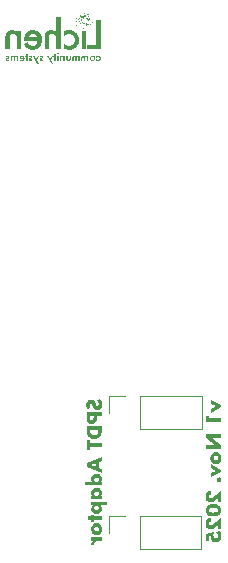
<source format=gbr>
%TF.GenerationSoftware,KiCad,Pcbnew,9.0.6*%
%TF.CreationDate,2025-12-17T12:02:26-05:00*%
%TF.ProjectId,lichen-breadboard-spdt-switch-adaptor,6c696368-656e-42d6-9272-656164626f61,rev?*%
%TF.SameCoordinates,Original*%
%TF.FileFunction,Legend,Bot*%
%TF.FilePolarity,Positive*%
%FSLAX46Y46*%
G04 Gerber Fmt 4.6, Leading zero omitted, Abs format (unit mm)*
G04 Created by KiCad (PCBNEW 9.0.6) date 2025-12-17 12:02:26*
%MOMM*%
%LPD*%
G01*
G04 APERTURE LIST*
%ADD10C,0.240000*%
%ADD11C,0.000000*%
%ADD12C,0.250000*%
%ADD13C,0.120000*%
%ADD14C,1.700000*%
%ADD15R,1.700000X1.700000*%
%ADD16C,2.000000*%
G04 APERTURE END LIST*
D10*
G36*
X100556883Y-101589679D02*
G01*
X100518082Y-101534145D01*
X100492110Y-101481089D01*
X100476108Y-101426834D01*
X100471007Y-101376016D01*
X100479047Y-101315871D01*
X100501269Y-101270869D01*
X100523868Y-101248007D01*
X100549813Y-101234735D01*
X100580330Y-101230203D01*
X100611455Y-101235433D01*
X100635871Y-101250499D01*
X100655745Y-101273342D01*
X100673680Y-101303915D01*
X100701450Y-101378434D01*
X100726656Y-101460646D01*
X100769577Y-101565484D01*
X100817731Y-101643084D01*
X100870418Y-101698709D01*
X100917121Y-101730808D01*
X100970866Y-101754285D01*
X101032941Y-101769001D01*
X101104964Y-101774180D01*
X101199292Y-101765689D01*
X101281551Y-101741281D01*
X101331909Y-101715922D01*
X101376873Y-101684029D01*
X101416960Y-101645293D01*
X101466210Y-101576276D01*
X101504374Y-101490321D01*
X101527368Y-101394779D01*
X101535515Y-101282226D01*
X101526546Y-101164198D01*
X101499869Y-101051294D01*
X101455206Y-100942186D01*
X101391461Y-100835775D01*
X101125041Y-100976386D01*
X101183411Y-101052343D01*
X101222274Y-101123224D01*
X101246396Y-101196402D01*
X101254147Y-101266766D01*
X101249382Y-101319642D01*
X101236606Y-101358800D01*
X101217145Y-101387520D01*
X101190524Y-101410080D01*
X101162787Y-101422913D01*
X101133027Y-101427160D01*
X101105705Y-101424501D01*
X101083422Y-101417049D01*
X101063810Y-101404063D01*
X101044734Y-101383343D01*
X101028364Y-101357485D01*
X101011907Y-101321867D01*
X100978275Y-101229983D01*
X100933725Y-101104393D01*
X100905127Y-101045924D01*
X100868952Y-100994850D01*
X100823790Y-100951858D01*
X100767176Y-100917328D01*
X100700837Y-100895871D01*
X100611545Y-100887872D01*
X100520358Y-100895913D01*
X100440819Y-100919013D01*
X100369316Y-100956802D01*
X100309587Y-101006647D01*
X100261509Y-101068515D01*
X100224591Y-101144767D01*
X100202176Y-101229691D01*
X100194329Y-101327656D01*
X100200716Y-101422693D01*
X100220634Y-101524760D01*
X100253045Y-101625331D01*
X100297863Y-101721937D01*
X100556883Y-101589679D01*
G37*
G36*
X101495655Y-102305262D02*
G01*
X101075948Y-102305262D01*
X101075948Y-102499582D01*
X101068032Y-102606005D01*
X101045967Y-102693624D01*
X101011414Y-102765837D01*
X100964793Y-102825280D01*
X100906017Y-102873155D01*
X100835864Y-102908248D01*
X100752049Y-102930437D01*
X100651551Y-102938340D01*
X100551054Y-102930437D01*
X100467239Y-102908248D01*
X100397086Y-102873155D01*
X100338310Y-102825280D01*
X100291689Y-102765837D01*
X100257135Y-102693624D01*
X100235071Y-102606005D01*
X100227155Y-102499582D01*
X100227155Y-102414512D01*
X100493136Y-102414512D01*
X100500695Y-102485146D01*
X100520632Y-102534239D01*
X100551060Y-102567646D01*
X100593303Y-102588395D01*
X100651551Y-102596009D01*
X100709800Y-102588395D01*
X100752043Y-102567646D01*
X100782471Y-102534239D01*
X100802408Y-102485146D01*
X100809967Y-102414512D01*
X100809967Y-102305262D01*
X100493136Y-102305262D01*
X100493136Y-102414512D01*
X100227155Y-102414512D01*
X100227155Y-101977000D01*
X101495655Y-101977000D01*
X101495655Y-102305262D01*
G37*
G36*
X101498000Y-103602924D02*
G01*
X101492081Y-103689247D01*
X101474632Y-103770495D01*
X101445756Y-103847582D01*
X101406743Y-103920429D01*
X101360200Y-103986385D01*
X101305878Y-104046005D01*
X101244532Y-104098381D01*
X101177023Y-104142583D01*
X101102766Y-104178849D01*
X101024613Y-104205509D01*
X100944770Y-104221435D01*
X100862577Y-104226769D01*
X100779303Y-104221316D01*
X100698936Y-104205081D01*
X100620777Y-104177970D01*
X100546531Y-104141204D01*
X100479322Y-104096725D01*
X100418544Y-104044320D01*
X100364671Y-103984742D01*
X100318389Y-103918787D01*
X100279472Y-103845897D01*
X100250506Y-103768824D01*
X100233057Y-103688126D01*
X100227155Y-103602924D01*
X100227155Y-103519979D01*
X100508523Y-103519979D01*
X100515497Y-103601881D01*
X100535414Y-103672534D01*
X100567713Y-103735758D01*
X100609200Y-103786986D01*
X100660387Y-103828075D01*
X100721600Y-103859013D01*
X100788931Y-103877968D01*
X100862577Y-103884439D01*
X100937558Y-103878135D01*
X101004360Y-103859892D01*
X101064865Y-103829627D01*
X101115955Y-103788671D01*
X101157458Y-103737446D01*
X101189814Y-103674219D01*
X101209641Y-103603363D01*
X101216632Y-103519979D01*
X101216632Y-103443629D01*
X100508523Y-103443629D01*
X100508523Y-103519979D01*
X100227155Y-103519979D01*
X100227155Y-103115367D01*
X101498000Y-103115367D01*
X101498000Y-103602924D01*
G37*
G36*
X100508523Y-104903224D02*
G01*
X101498000Y-104903224D01*
X101498000Y-104574962D01*
X100508523Y-104574962D01*
X100508523Y-104302973D01*
X100227155Y-104302973D01*
X100227155Y-105175213D01*
X100508523Y-105175213D01*
X100508523Y-104903224D01*
G37*
G36*
X101498000Y-106119554D02*
G01*
X101277595Y-106195171D01*
X101277595Y-106665583D01*
X101498000Y-106741201D01*
X101498000Y-107092324D01*
X100229500Y-106610116D01*
X100229500Y-106430377D01*
X100603484Y-106430377D01*
X101024364Y-106578242D01*
X101024364Y-106282513D01*
X100603484Y-106430377D01*
X100229500Y-106430377D01*
X100229500Y-106250639D01*
X101498000Y-105768430D01*
X101498000Y-106119554D01*
G37*
G36*
X101159383Y-107176581D02*
G01*
X101246234Y-107200988D01*
X101325511Y-107240539D01*
X101392926Y-107292506D01*
X101448501Y-107356227D01*
X101490745Y-107430185D01*
X101510218Y-107483850D01*
X101522083Y-107541309D01*
X101526136Y-107603256D01*
X101518038Y-107683856D01*
X101494784Y-107753266D01*
X101456709Y-107813809D01*
X101402525Y-107866965D01*
X101498000Y-107866965D01*
X101498000Y-108171780D01*
X100100540Y-108171780D01*
X100100540Y-107866965D01*
X100719769Y-107866965D01*
X100670332Y-107810452D01*
X100635502Y-107748021D01*
X100614718Y-107679753D01*
X100869612Y-107679753D01*
X100873447Y-107719284D01*
X100884852Y-107756469D01*
X100903104Y-107790365D01*
X100927057Y-107818825D01*
X100956212Y-107842315D01*
X100990438Y-107861030D01*
X101027753Y-107873042D01*
X101067448Y-107877076D01*
X101106900Y-107873027D01*
X101143505Y-107861030D01*
X101177005Y-107842372D01*
X101206080Y-107818825D01*
X101230050Y-107790368D01*
X101248359Y-107756469D01*
X101259708Y-107719287D01*
X101263526Y-107679753D01*
X101259670Y-107638755D01*
X101248359Y-107601351D01*
X101230054Y-107567439D01*
X101206080Y-107538922D01*
X101176840Y-107515665D01*
X101142626Y-107497596D01*
X101105139Y-107486287D01*
X101064004Y-107482429D01*
X101024678Y-107486499D01*
X100988826Y-107498476D01*
X100955951Y-107517078D01*
X100927057Y-107540608D01*
X100903100Y-107569127D01*
X100884852Y-107603036D01*
X100873447Y-107640221D01*
X100869612Y-107679753D01*
X100614718Y-107679753D01*
X100614315Y-107678429D01*
X100607002Y-107599885D01*
X100611160Y-107536892D01*
X100623325Y-107478614D01*
X100643272Y-107424323D01*
X100686294Y-107349913D01*
X100741970Y-107287450D01*
X100809140Y-107237152D01*
X100887783Y-107199303D01*
X100973132Y-107176079D01*
X101064004Y-107168235D01*
X101159383Y-107176581D01*
G37*
G36*
X101160851Y-108353672D02*
G01*
X101247919Y-108378043D01*
X101327196Y-108417594D01*
X101394612Y-108469561D01*
X101449991Y-108533317D01*
X101491551Y-108607240D01*
X101517304Y-108689079D01*
X101526136Y-108780311D01*
X101518038Y-108860911D01*
X101494784Y-108930321D01*
X101456709Y-108990864D01*
X101402525Y-109044020D01*
X101498000Y-109044020D01*
X101498000Y-109348835D01*
X100635138Y-109348835D01*
X100635138Y-109044020D01*
X100720575Y-109044020D01*
X100670749Y-108987458D01*
X100635678Y-108925011D01*
X100614778Y-108856808D01*
X100869612Y-108856808D01*
X100873447Y-108896339D01*
X100884852Y-108933524D01*
X100903104Y-108967420D01*
X100927057Y-108995880D01*
X100956212Y-109019371D01*
X100990438Y-109038085D01*
X101027753Y-109050097D01*
X101067448Y-109054132D01*
X101106900Y-109050082D01*
X101143505Y-109038085D01*
X101177005Y-109019427D01*
X101206080Y-108995880D01*
X101230050Y-108967423D01*
X101248359Y-108933524D01*
X101259708Y-108896342D01*
X101263526Y-108856808D01*
X101259670Y-108815811D01*
X101248359Y-108778406D01*
X101230054Y-108744494D01*
X101206080Y-108715977D01*
X101176840Y-108692720D01*
X101142626Y-108674651D01*
X101105139Y-108663342D01*
X101064004Y-108659484D01*
X101024635Y-108663340D01*
X100988826Y-108674651D01*
X100955983Y-108692627D01*
X100927057Y-108715977D01*
X100903100Y-108744497D01*
X100884852Y-108778406D01*
X100873486Y-108815814D01*
X100869612Y-108856808D01*
X100614778Y-108856808D01*
X100614358Y-108855438D01*
X100607002Y-108776940D01*
X100611173Y-108713954D01*
X100623349Y-108655981D01*
X100643272Y-108602258D01*
X100686244Y-108528523D01*
X100741970Y-108466190D01*
X100809110Y-108415694D01*
X100887783Y-108377164D01*
X100973166Y-108353331D01*
X101064004Y-108345290D01*
X101160851Y-108353672D01*
G37*
G36*
X101929430Y-109859986D02*
G01*
X101415055Y-109859986D01*
X101463742Y-109917072D01*
X101498067Y-109979892D01*
X101518939Y-110049658D01*
X101526136Y-110128092D01*
X101517145Y-110217587D01*
X101490745Y-110298964D01*
X101448465Y-110372624D01*
X101392926Y-110435545D01*
X101325836Y-110486839D01*
X101247919Y-110526037D01*
X101162752Y-110550389D01*
X101069133Y-110558716D01*
X100975227Y-110550422D01*
X100888662Y-110526037D01*
X100809334Y-110486550D01*
X100741970Y-110434665D01*
X100686207Y-110370984D01*
X100643272Y-110296473D01*
X100623233Y-110242409D01*
X100611114Y-110185370D01*
X100607002Y-110124721D01*
X100614978Y-110044927D01*
X100869612Y-110044927D01*
X100873681Y-110085375D01*
X100885658Y-110122377D01*
X100904543Y-110156029D01*
X100928743Y-110184805D01*
X100958005Y-110208278D01*
X100992124Y-110225618D01*
X101029356Y-110236244D01*
X101069133Y-110239833D01*
X101107132Y-110235860D01*
X101143505Y-110223933D01*
X101177021Y-110205521D01*
X101206080Y-110182314D01*
X101230113Y-110154295D01*
X101248359Y-110121497D01*
X101259688Y-110085495D01*
X101263526Y-110046466D01*
X101259498Y-110007480D01*
X101247480Y-109970702D01*
X101228763Y-109936978D01*
X101205201Y-109908200D01*
X101176775Y-109884573D01*
X101143505Y-109866581D01*
X101106949Y-109855360D01*
X101067448Y-109851560D01*
X101027740Y-109855524D01*
X100990438Y-109867314D01*
X100956200Y-109885796D01*
X100927057Y-109909006D01*
X100903034Y-109937076D01*
X100884852Y-109969822D01*
X100873466Y-110005891D01*
X100869612Y-110044927D01*
X100614978Y-110044927D01*
X100615129Y-110043414D01*
X100638429Y-109973632D01*
X100676509Y-109912997D01*
X100730613Y-109859986D01*
X100635138Y-109859986D01*
X100635138Y-109555171D01*
X101929430Y-109555171D01*
X101929430Y-109859986D01*
G37*
G36*
X100888369Y-111081591D02*
G01*
X101498000Y-111081591D01*
X101498000Y-110776776D01*
X100888369Y-110776776D01*
X100888369Y-110678298D01*
X100635138Y-110678298D01*
X100635138Y-110776776D01*
X100377218Y-110776776D01*
X100377218Y-111081591D01*
X100635138Y-111081591D01*
X100635138Y-111255102D01*
X100888369Y-111255102D01*
X100888369Y-111081591D01*
G37*
G36*
X101128945Y-111356872D02*
G01*
X101192992Y-111369860D01*
X101251949Y-111391023D01*
X101307403Y-111420225D01*
X101356932Y-111455662D01*
X101401060Y-111497561D01*
X101439006Y-111545143D01*
X101471017Y-111598867D01*
X101497120Y-111659421D01*
X101522183Y-111756322D01*
X101530826Y-111864219D01*
X101522202Y-111973857D01*
X101497120Y-112073120D01*
X101470998Y-112135431D01*
X101439232Y-112190248D01*
X101401866Y-112238350D01*
X101334634Y-112299702D01*
X101255320Y-112346574D01*
X101197442Y-112368281D01*
X101135092Y-112381532D01*
X101067448Y-112386068D01*
X100999718Y-112381627D01*
X100937339Y-112368663D01*
X100879503Y-112347453D01*
X100825281Y-112318183D01*
X100776592Y-112282216D01*
X100732958Y-112239229D01*
X100678652Y-112164145D01*
X100636897Y-112074805D01*
X100611157Y-111977168D01*
X100602318Y-111869275D01*
X100868293Y-111869275D01*
X100872110Y-111908513D01*
X100883460Y-111945405D01*
X100901705Y-111979089D01*
X100925665Y-112007394D01*
X100954804Y-112030741D01*
X100988973Y-112049306D01*
X101026189Y-112061211D01*
X101065690Y-112065206D01*
X101106716Y-112061169D01*
X101144165Y-112049306D01*
X101178334Y-112030741D01*
X101207473Y-112007394D01*
X101231433Y-111979089D01*
X101249678Y-111945405D01*
X101261028Y-111908513D01*
X101264845Y-111869275D01*
X101261029Y-111830025D01*
X101249678Y-111793071D01*
X101231441Y-111759435D01*
X101207473Y-111731082D01*
X101178342Y-111707777D01*
X101144165Y-111689170D01*
X101106496Y-111677346D01*
X101064004Y-111673270D01*
X101024630Y-111677285D01*
X100988167Y-111689170D01*
X100954668Y-111707729D01*
X100925665Y-111731082D01*
X100901697Y-111759435D01*
X100883460Y-111793071D01*
X100872109Y-111830025D01*
X100868293Y-111869275D01*
X100602318Y-111869275D01*
X100602312Y-111869201D01*
X100606390Y-111794920D01*
X100618294Y-111726077D01*
X100637703Y-111661986D01*
X100680179Y-111572754D01*
X100734643Y-111498367D01*
X100801627Y-111437144D01*
X100879503Y-111391023D01*
X100936179Y-111369665D01*
X100995772Y-111356775D01*
X101058949Y-111352408D01*
X101128945Y-111356872D01*
G37*
G36*
X100635138Y-112561117D02*
G01*
X100635138Y-112865932D01*
X100777361Y-112865932D01*
X100728509Y-112901547D01*
X100689021Y-112941160D01*
X100657926Y-112985000D01*
X100635225Y-113033539D01*
X100621237Y-113087964D01*
X100616381Y-113149498D01*
X100616381Y-113175510D01*
X100619824Y-113208263D01*
X100912549Y-113208263D01*
X100889986Y-113145642D01*
X100882361Y-113077324D01*
X100890099Y-113009682D01*
X100911386Y-112958118D01*
X100945302Y-112918762D01*
X100990276Y-112890907D01*
X101050064Y-112872681D01*
X101128997Y-112865932D01*
X101498000Y-112865932D01*
X101498000Y-112561117D01*
X100635138Y-112561117D01*
G37*
D11*
G36*
X100350574Y-68296990D02*
G01*
X100350568Y-68296984D01*
X100350574Y-68296977D01*
X100350574Y-68296990D01*
G37*
G36*
X99373852Y-68880090D02*
G01*
X99378272Y-68880393D01*
X99382656Y-68880952D01*
X99387005Y-68881769D01*
X99391318Y-68882842D01*
X99395596Y-68884173D01*
X99399837Y-68885761D01*
X99404043Y-68887605D01*
X99408214Y-68889707D01*
X99412349Y-68892066D01*
X99416448Y-68894682D01*
X99420511Y-68897554D01*
X99418384Y-68898688D01*
X99416255Y-68899719D01*
X99414122Y-68900645D01*
X99411988Y-68901468D01*
X99409851Y-68902187D01*
X99407711Y-68902803D01*
X99405569Y-68903315D01*
X99403424Y-68903723D01*
X99401277Y-68904028D01*
X99399127Y-68904229D01*
X99396975Y-68904327D01*
X99394820Y-68904321D01*
X99392663Y-68904211D01*
X99390503Y-68903997D01*
X99388341Y-68903680D01*
X99386177Y-68903260D01*
X99384010Y-68902735D01*
X99381840Y-68902107D01*
X99379668Y-68901376D01*
X99377494Y-68900540D01*
X99375317Y-68899602D01*
X99373138Y-68898559D01*
X99368773Y-68896163D01*
X99364398Y-68893352D01*
X99360014Y-68890127D01*
X99355620Y-68886488D01*
X99351217Y-68882434D01*
X99355815Y-68881451D01*
X99360378Y-68880725D01*
X99364905Y-68880257D01*
X99369396Y-68880045D01*
X99373852Y-68880090D01*
G37*
G36*
X100350018Y-69034595D02*
G01*
X100348716Y-69035632D01*
X100349146Y-69033736D01*
X100350018Y-69034595D01*
G37*
G36*
X99808959Y-69662690D02*
G01*
X100172312Y-69662690D01*
X100172312Y-71235585D01*
X99808959Y-71235585D01*
X99808959Y-69662690D01*
G37*
G36*
X99581212Y-69071772D02*
G01*
X99581206Y-69071769D01*
X99581193Y-69071756D01*
X99581212Y-69071772D01*
G37*
G36*
X99724319Y-69396876D02*
G01*
X99723843Y-69397194D01*
X99723770Y-69397047D01*
X99723695Y-69396907D01*
X99723618Y-69396773D01*
X99723541Y-69396648D01*
X99724319Y-69396876D01*
G37*
G36*
X99465887Y-68917941D02*
G01*
X99464014Y-68917298D01*
X99465861Y-68916578D01*
X99465887Y-68917941D01*
G37*
G36*
X100434477Y-68351768D02*
G01*
X100434768Y-68352258D01*
X100435036Y-68352744D01*
X100435282Y-68353227D01*
X100435504Y-68353707D01*
X100435703Y-68354183D01*
X100435880Y-68354657D01*
X100436034Y-68355127D01*
X100436164Y-68355594D01*
X100436272Y-68356058D01*
X100436357Y-68356518D01*
X100436419Y-68356976D01*
X100436458Y-68357430D01*
X100436475Y-68357881D01*
X100436468Y-68358329D01*
X100436439Y-68358773D01*
X100436387Y-68359215D01*
X100436311Y-68359653D01*
X100436213Y-68360088D01*
X100436093Y-68360519D01*
X100435949Y-68360948D01*
X100435782Y-68361373D01*
X100435593Y-68361795D01*
X100435381Y-68362214D01*
X100435146Y-68362629D01*
X100434888Y-68363042D01*
X100434607Y-68363451D01*
X100434304Y-68363856D01*
X100433978Y-68364259D01*
X100433629Y-68364658D01*
X100433257Y-68365054D01*
X100432866Y-68364570D01*
X100432501Y-68364089D01*
X100432163Y-68363611D01*
X100431850Y-68363134D01*
X100431565Y-68362660D01*
X100431305Y-68362189D01*
X100431072Y-68361720D01*
X100430866Y-68361254D01*
X100430686Y-68360790D01*
X100430532Y-68360328D01*
X100430404Y-68359869D01*
X100430303Y-68359412D01*
X100430229Y-68358958D01*
X100430180Y-68358506D01*
X100430158Y-68358057D01*
X100430163Y-68357609D01*
X100430194Y-68357165D01*
X100430251Y-68356723D01*
X100430335Y-68356283D01*
X100430445Y-68355845D01*
X100430581Y-68355410D01*
X100430744Y-68354977D01*
X100430933Y-68354547D01*
X100431149Y-68354119D01*
X100431391Y-68353693D01*
X100431660Y-68353270D01*
X100431955Y-68352849D01*
X100432276Y-68352431D01*
X100432624Y-68352015D01*
X100432998Y-68351601D01*
X100433399Y-68351189D01*
X100433826Y-68350780D01*
X100434477Y-68351768D01*
G37*
G36*
X99722083Y-68918523D02*
G01*
X99721551Y-68918514D01*
X99721250Y-68918047D01*
X99722083Y-68918523D01*
G37*
G36*
X99900902Y-68686338D02*
G01*
X99900717Y-68685610D01*
X99901047Y-68684433D01*
X99900902Y-68686338D01*
G37*
G36*
X99659916Y-68413529D02*
G01*
X99662104Y-68414581D01*
X99663209Y-68415096D01*
X99664325Y-68415603D01*
X99664344Y-68415583D01*
X99664350Y-68415579D01*
X99664354Y-68415577D01*
X99664355Y-68415579D01*
X99664354Y-68415584D01*
X99664348Y-68415601D01*
X99664334Y-68415627D01*
X99664316Y-68415660D01*
X99664269Y-68415740D01*
X99664165Y-68415906D01*
X99664113Y-68415986D01*
X99659417Y-68414196D01*
X99657081Y-68413291D01*
X99654760Y-68412375D01*
X99655567Y-68411396D01*
X99659916Y-68413529D01*
G37*
G36*
X100167864Y-69168757D02*
G01*
X100167628Y-69168276D01*
X100168197Y-69167656D01*
X100167864Y-69168757D01*
G37*
G36*
X100365364Y-68382126D02*
G01*
X100365827Y-68382913D01*
X100366029Y-68383306D01*
X100366212Y-68383700D01*
X100366376Y-68384094D01*
X100366520Y-68384488D01*
X100366645Y-68384883D01*
X100366751Y-68385277D01*
X100366838Y-68385672D01*
X100366906Y-68386067D01*
X100366954Y-68386462D01*
X100366983Y-68386858D01*
X100366994Y-68387253D01*
X100366985Y-68387650D01*
X100366958Y-68388046D01*
X100366912Y-68388443D01*
X100366847Y-68388840D01*
X100366763Y-68389237D01*
X100366660Y-68389635D01*
X100366539Y-68390033D01*
X100366399Y-68390432D01*
X100366240Y-68390831D01*
X100365867Y-68391630D01*
X100365420Y-68392431D01*
X100364900Y-68393234D01*
X100364307Y-68394039D01*
X100363807Y-68393686D01*
X100363340Y-68393329D01*
X100362906Y-68392969D01*
X100362505Y-68392607D01*
X100362137Y-68392242D01*
X100361802Y-68391873D01*
X100361499Y-68391502D01*
X100361230Y-68391128D01*
X100360994Y-68390752D01*
X100360791Y-68390372D01*
X100360622Y-68389990D01*
X100360485Y-68389605D01*
X100360382Y-68389217D01*
X100360312Y-68388826D01*
X100360276Y-68388433D01*
X100360273Y-68388037D01*
X100360304Y-68387638D01*
X100360368Y-68387236D01*
X100360466Y-68386832D01*
X100360598Y-68386425D01*
X100360763Y-68386015D01*
X100360962Y-68385603D01*
X100361195Y-68385188D01*
X100361462Y-68384771D01*
X100361763Y-68384351D01*
X100362097Y-68383928D01*
X100362466Y-68383503D01*
X100362869Y-68383075D01*
X100363306Y-68382645D01*
X100363777Y-68382212D01*
X100364283Y-68381777D01*
X100364822Y-68381339D01*
X100365364Y-68382126D01*
G37*
G36*
X100195778Y-68897885D02*
G01*
X100195224Y-68898586D01*
X100194669Y-68897807D01*
X100195778Y-68897885D01*
G37*
G36*
X99360279Y-68712267D02*
G01*
X99360266Y-68712267D01*
X99360425Y-68711994D01*
X99360483Y-68711897D01*
X99360534Y-68711815D01*
X99360554Y-68711784D01*
X99360570Y-68711762D01*
X99360580Y-68711750D01*
X99360582Y-68711749D01*
X99360583Y-68711751D01*
X99360757Y-68711734D01*
X99360931Y-68711714D01*
X99361104Y-68711692D01*
X99361278Y-68711667D01*
X99361625Y-68711611D01*
X99361972Y-68711552D01*
X99360279Y-68712267D01*
G37*
G36*
X99357686Y-68726210D02*
G01*
X99356919Y-68725430D01*
X99360279Y-68712267D01*
X99360596Y-68711711D01*
X99357686Y-68726210D01*
G37*
G36*
X100527025Y-69358816D02*
G01*
X100526602Y-69359570D01*
X100526824Y-69343506D01*
X100527025Y-69358816D01*
G37*
G36*
X100444092Y-68762194D02*
G01*
X100440771Y-68762194D01*
X100441816Y-68761546D01*
X100444092Y-68762194D01*
G37*
G36*
X100268606Y-68451864D02*
G01*
X100268604Y-68451864D01*
X100268604Y-68451863D01*
X100268605Y-68451862D01*
X100268606Y-68451864D01*
G37*
G36*
X99482419Y-69215481D02*
G01*
X99476074Y-69219724D01*
X99475742Y-69219346D01*
X99475438Y-69218972D01*
X99475162Y-69218602D01*
X99474915Y-69218237D01*
X99474695Y-69217876D01*
X99474504Y-69217520D01*
X99474341Y-69217168D01*
X99474206Y-69216820D01*
X99474099Y-69216477D01*
X99474020Y-69216138D01*
X99473970Y-69215804D01*
X99473947Y-69215474D01*
X99473953Y-69215149D01*
X99473987Y-69214828D01*
X99474049Y-69214512D01*
X99474139Y-69214200D01*
X99474257Y-69213892D01*
X99474404Y-69213589D01*
X99474578Y-69213290D01*
X99474781Y-69212996D01*
X99475012Y-69212707D01*
X99475271Y-69212421D01*
X99475558Y-69212141D01*
X99475873Y-69211864D01*
X99476216Y-69211593D01*
X99476588Y-69211325D01*
X99476987Y-69211063D01*
X99477415Y-69210804D01*
X99477871Y-69210550D01*
X99478355Y-69210301D01*
X99478867Y-69210056D01*
X99479407Y-69209816D01*
X99482419Y-69215481D01*
G37*
G36*
X100508722Y-68669521D02*
G01*
X100508683Y-68669517D01*
X100508657Y-68669514D01*
X100508631Y-68669512D01*
X100508606Y-68669511D01*
X100508584Y-68669510D01*
X100507892Y-68669281D01*
X100507216Y-68669031D01*
X100506554Y-68668760D01*
X100505906Y-68668468D01*
X100505272Y-68668155D01*
X100504649Y-68667821D01*
X100504038Y-68667466D01*
X100503438Y-68667089D01*
X100508722Y-68669521D01*
G37*
G36*
X100158672Y-69047084D02*
G01*
X100159413Y-69046753D01*
X100147710Y-69052491D01*
X100154871Y-69033032D01*
X100158672Y-69047084D01*
G37*
G36*
X99934994Y-68792555D02*
G01*
X99932414Y-68793587D01*
X99929755Y-68786562D01*
X99929741Y-68786562D01*
X99929675Y-68786350D01*
X99934994Y-68792555D01*
G37*
G36*
X100332876Y-69246405D02*
G01*
X100332874Y-69246408D01*
X100332871Y-69246404D01*
X100332867Y-69246401D01*
X100332861Y-69246394D01*
X100332876Y-69246405D01*
G37*
G36*
X100398489Y-69093518D02*
G01*
X100397049Y-69100384D01*
X100395025Y-69099182D01*
X100393001Y-69097990D01*
X100399869Y-69087075D01*
X100398489Y-69093518D01*
G37*
G36*
X100225907Y-68768804D02*
G01*
X100225997Y-68768913D01*
X100226275Y-68769255D01*
X100226683Y-68769761D01*
X100215506Y-68770703D01*
X100209897Y-68771130D01*
X100204260Y-68771507D01*
X100204243Y-68771469D01*
X100204228Y-68771425D01*
X100204215Y-68771375D01*
X100204202Y-68771322D01*
X100204191Y-68771265D01*
X100204181Y-68771206D01*
X100204164Y-68771085D01*
X100204151Y-68770968D01*
X100204141Y-68770862D01*
X100204128Y-68770713D01*
X100214997Y-68769706D01*
X100225876Y-68768769D01*
X100225907Y-68768804D01*
G37*
G36*
X99783784Y-69431179D02*
G01*
X99782514Y-69431074D01*
X99783797Y-69429909D01*
X99783784Y-69431179D01*
G37*
G36*
X99824831Y-69576597D02*
G01*
X99824821Y-69576594D01*
X99824834Y-69576594D01*
X99824831Y-69576597D01*
G37*
G36*
X99728354Y-68912292D02*
G01*
X99727006Y-68912302D01*
X99727865Y-68911445D01*
X99728354Y-68912292D01*
G37*
G36*
X99453829Y-68914952D02*
G01*
X99455834Y-68915180D01*
X99458043Y-68915594D01*
X99460455Y-68916191D01*
X99463069Y-68916974D01*
X99464014Y-68917298D01*
X99445184Y-68924635D01*
X99444953Y-68922830D01*
X99444914Y-68921997D01*
X99444926Y-68921210D01*
X99444988Y-68920469D01*
X99445102Y-68919775D01*
X99445266Y-68919127D01*
X99445481Y-68918525D01*
X99445747Y-68917969D01*
X99446064Y-68917460D01*
X99446431Y-68916997D01*
X99446850Y-68916580D01*
X99447319Y-68916209D01*
X99447839Y-68915885D01*
X99448410Y-68915606D01*
X99449032Y-68915374D01*
X99449704Y-68915188D01*
X99450428Y-68915049D01*
X99451202Y-68914955D01*
X99452027Y-68914908D01*
X99453829Y-68914952D01*
G37*
G36*
X100513624Y-68981375D02*
G01*
X100512261Y-68981335D01*
X100513703Y-68979946D01*
X100513624Y-68981375D01*
G37*
G36*
X100104062Y-68783083D02*
G01*
X100103576Y-68783513D01*
X100103441Y-68782501D01*
X100104062Y-68783083D01*
G37*
G36*
X99877622Y-69002832D02*
G01*
X99877170Y-69002661D01*
X99877180Y-69002650D01*
X99877242Y-69002581D01*
X99877453Y-69002341D01*
X99877777Y-69001972D01*
X99877622Y-69002832D01*
G37*
G36*
X100279426Y-68745079D02*
G01*
X100281005Y-68745322D01*
X100280955Y-68745518D01*
X100280280Y-68745762D01*
X100276862Y-68746398D01*
X100276108Y-68745485D01*
X100244887Y-68770541D01*
X100245456Y-68769602D01*
X100226432Y-68768767D01*
X100224539Y-68761300D01*
X100223945Y-68761400D01*
X100224438Y-68760902D01*
X100224236Y-68760104D01*
X100224236Y-68760103D01*
X100224891Y-68760445D01*
X100225453Y-68759879D01*
X100223227Y-68758690D01*
X100221732Y-68757552D01*
X100220921Y-68756463D01*
X100220745Y-68755424D01*
X100221155Y-68754435D01*
X100222103Y-68753495D01*
X100223541Y-68752604D01*
X100225419Y-68751763D01*
X100230306Y-68750230D01*
X100236375Y-68748895D01*
X100243240Y-68747758D01*
X100250512Y-68746818D01*
X100264730Y-68745531D01*
X100275928Y-68745033D01*
X100279426Y-68745079D01*
G37*
G36*
X99672247Y-68677046D02*
G01*
X99671024Y-68681641D01*
X99669903Y-68686999D01*
X99668889Y-68693164D01*
X99669683Y-68693720D01*
X99659985Y-68690167D01*
X99651033Y-68685910D01*
X99642826Y-68680947D01*
X99639003Y-68678202D01*
X99635366Y-68675280D01*
X99631915Y-68672182D01*
X99630900Y-68671164D01*
X99649323Y-68671164D01*
X99649403Y-68671768D01*
X99649498Y-68672342D01*
X99649609Y-68672884D01*
X99649735Y-68673394D01*
X99649877Y-68673874D01*
X99650035Y-68674322D01*
X99650208Y-68674739D01*
X99650397Y-68675125D01*
X99650602Y-68675480D01*
X99650822Y-68675804D01*
X99651057Y-68676096D01*
X99651309Y-68676357D01*
X99651575Y-68676587D01*
X99651858Y-68676785D01*
X99652156Y-68676953D01*
X99652470Y-68677089D01*
X99652799Y-68677194D01*
X99653144Y-68677268D01*
X99653505Y-68677310D01*
X99653881Y-68677322D01*
X99654273Y-68677302D01*
X99654680Y-68677251D01*
X99655103Y-68677169D01*
X99655542Y-68677056D01*
X99655996Y-68676911D01*
X99656466Y-68676735D01*
X99656952Y-68676529D01*
X99657453Y-68676291D01*
X99657970Y-68676021D01*
X99658503Y-68675721D01*
X99659615Y-68675027D01*
X99659526Y-68674492D01*
X99659422Y-68673984D01*
X99659302Y-68673502D01*
X99659168Y-68673047D01*
X99659019Y-68672619D01*
X99658855Y-68672218D01*
X99658676Y-68671843D01*
X99658481Y-68671495D01*
X99658272Y-68671174D01*
X99658048Y-68670879D01*
X99657809Y-68670611D01*
X99657555Y-68670370D01*
X99657286Y-68670155D01*
X99657002Y-68669968D01*
X99656703Y-68669807D01*
X99656389Y-68669672D01*
X99656060Y-68669565D01*
X99655716Y-68669484D01*
X99655357Y-68669430D01*
X99654983Y-68669403D01*
X99654594Y-68669402D01*
X99654190Y-68669428D01*
X99653771Y-68669481D01*
X99653336Y-68669561D01*
X99652887Y-68669668D01*
X99652423Y-68669801D01*
X99651944Y-68669961D01*
X99651450Y-68670148D01*
X99650416Y-68670602D01*
X99649323Y-68671164D01*
X99630900Y-68671164D01*
X99628651Y-68668908D01*
X99625573Y-68665457D01*
X99622682Y-68661831D01*
X99619977Y-68658028D01*
X99617458Y-68654049D01*
X99612981Y-68645562D01*
X99609249Y-68636371D01*
X99606263Y-68626474D01*
X99604023Y-68615873D01*
X99602529Y-68604568D01*
X99601781Y-68592558D01*
X99601779Y-68579843D01*
X99602523Y-68566424D01*
X99604013Y-68552300D01*
X99604098Y-68556976D01*
X99604310Y-68561527D01*
X99604650Y-68565953D01*
X99605117Y-68570253D01*
X99605712Y-68574428D01*
X99606435Y-68578477D01*
X99607284Y-68582401D01*
X99608262Y-68586200D01*
X99609367Y-68589874D01*
X99610599Y-68593422D01*
X99611959Y-68596844D01*
X99613446Y-68600142D01*
X99615061Y-68603314D01*
X99616803Y-68606360D01*
X99618673Y-68609282D01*
X99620670Y-68612077D01*
X99622795Y-68614748D01*
X99625047Y-68617293D01*
X99627427Y-68619713D01*
X99629934Y-68622007D01*
X99632568Y-68624176D01*
X99635330Y-68626219D01*
X99638220Y-68628138D01*
X99641237Y-68629930D01*
X99644381Y-68631598D01*
X99647653Y-68633140D01*
X99651052Y-68634556D01*
X99654579Y-68635847D01*
X99658233Y-68637013D01*
X99662015Y-68638053D01*
X99665924Y-68638968D01*
X99669960Y-68639758D01*
X99669973Y-68639794D01*
X99670000Y-68639877D01*
X99670015Y-68639924D01*
X99670027Y-68639970D01*
X99670032Y-68639990D01*
X99670036Y-68640008D01*
X99670039Y-68640024D01*
X99670040Y-68640036D01*
X99709701Y-68643568D01*
X99709674Y-68643568D01*
X99725680Y-68685973D01*
X99724825Y-68686413D01*
X99723046Y-68686829D01*
X99721211Y-68686823D01*
X99719326Y-68686435D01*
X99717396Y-68685710D01*
X99715426Y-68684689D01*
X99713423Y-68683415D01*
X99711392Y-68681929D01*
X99694813Y-68667534D01*
X99692784Y-68666056D01*
X99690782Y-68664792D01*
X99688815Y-68663782D01*
X99686888Y-68663070D01*
X99685005Y-68662698D01*
X99683173Y-68662708D01*
X99681398Y-68663143D01*
X99679685Y-68664045D01*
X99678039Y-68665457D01*
X99676467Y-68667421D01*
X99674974Y-68669978D01*
X99673565Y-68673173D01*
X99672934Y-68675027D01*
X99672247Y-68677046D01*
G37*
G36*
X99798204Y-68704331D02*
G01*
X99795222Y-68704688D01*
X99792238Y-68705057D01*
X99798125Y-68704263D01*
X99798204Y-68704331D01*
G37*
G36*
X100566316Y-69065393D02*
G01*
X100565959Y-69065843D01*
X100566620Y-69064493D01*
X100566316Y-69065393D01*
G37*
G36*
X100064838Y-68268600D02*
G01*
X100050127Y-68268693D01*
X100050127Y-68268694D01*
X100050126Y-68268695D01*
X100050125Y-68268695D01*
X100050124Y-68268695D01*
X100050122Y-68268695D01*
X100050120Y-68268694D01*
X100050115Y-68268692D01*
X100050109Y-68268690D01*
X100050102Y-68268686D01*
X100050095Y-68268682D01*
X100050087Y-68268678D01*
X100050073Y-68268669D01*
X100050060Y-68268661D01*
X100050048Y-68268653D01*
X100064917Y-68268561D01*
X100064838Y-68268600D01*
G37*
G36*
X100008865Y-68961280D02*
G01*
X100007966Y-68961425D01*
X100006815Y-68959725D01*
X100008865Y-68961280D01*
G37*
G36*
X100418348Y-69058170D02*
G01*
X100416773Y-69057442D01*
X100418930Y-69057336D01*
X100418348Y-69058170D01*
G37*
G36*
X100063447Y-68652060D02*
G01*
X100063614Y-68652496D01*
X100063700Y-68652731D01*
X100063771Y-68652940D01*
X100063797Y-68653025D01*
X100063815Y-68653092D01*
X100063823Y-68653138D01*
X100063823Y-68653152D01*
X100063819Y-68653159D01*
X100063461Y-68653321D01*
X100063118Y-68653472D01*
X100062457Y-68653754D01*
X100063369Y-68651863D01*
X100063447Y-68652060D01*
G37*
G36*
X100513083Y-69316223D02*
G01*
X100513082Y-69316218D01*
X100513095Y-69316205D01*
X100513083Y-69316223D01*
G37*
G36*
X100298641Y-68562882D02*
G01*
X100304589Y-68568491D01*
X100310558Y-68573840D01*
X100316559Y-68578767D01*
X100319576Y-68581022D01*
X100322606Y-68583112D01*
X100325650Y-68585017D01*
X100328710Y-68586717D01*
X100331788Y-68588191D01*
X100334885Y-68589419D01*
X100338002Y-68590382D01*
X100341141Y-68591060D01*
X100344305Y-68591432D01*
X100347493Y-68591479D01*
X100350709Y-68591180D01*
X100353952Y-68590515D01*
X100357226Y-68589466D01*
X100360531Y-68588010D01*
X100363869Y-68586129D01*
X100367242Y-68583802D01*
X100370651Y-68581010D01*
X100374097Y-68577732D01*
X100377583Y-68573949D01*
X100381109Y-68569640D01*
X100384678Y-68564785D01*
X100387661Y-68560310D01*
X100389944Y-68564064D01*
X100391708Y-68567701D01*
X100392907Y-68571098D01*
X100393578Y-68574270D01*
X100393760Y-68577235D01*
X100393492Y-68580008D01*
X100392812Y-68582606D01*
X100391759Y-68585046D01*
X100390370Y-68587343D01*
X100388685Y-68589514D01*
X100386741Y-68591575D01*
X100384577Y-68593543D01*
X100379744Y-68597264D01*
X100374491Y-68600806D01*
X100369127Y-68604301D01*
X100363958Y-68607879D01*
X100359292Y-68611670D01*
X100357243Y-68613686D01*
X100355435Y-68615805D01*
X100353907Y-68618042D01*
X100352696Y-68620415D01*
X100351841Y-68622938D01*
X100351381Y-68625629D01*
X100351353Y-68628504D01*
X100351797Y-68631579D01*
X100352751Y-68634871D01*
X100354252Y-68638395D01*
X100289900Y-68554525D01*
X100298641Y-68562882D01*
G37*
G36*
X99985278Y-69070394D02*
G01*
X99984214Y-69070040D01*
X99984616Y-69069560D01*
X99985278Y-69070394D01*
G37*
G36*
X99285124Y-69026790D02*
G01*
X99282412Y-69025944D01*
X99283667Y-69025391D01*
X99284102Y-69025199D01*
X99285124Y-69026790D01*
G37*
G36*
X99739946Y-69183340D02*
G01*
X99740022Y-69182934D01*
X99740406Y-69182734D01*
X99740670Y-69182594D01*
X99740757Y-69182545D01*
X99739946Y-69183340D01*
G37*
G36*
X100408942Y-68960472D02*
G01*
X100408880Y-68961151D01*
X100408836Y-68961611D01*
X100408819Y-68961759D01*
X100408813Y-68961798D01*
X100408809Y-68961809D01*
X100408622Y-68961796D01*
X100408437Y-68961786D01*
X100408254Y-68961779D01*
X100408072Y-68961774D01*
X100407712Y-68961770D01*
X100407354Y-68961769D01*
X100408942Y-68960459D01*
X100408942Y-68960472D01*
G37*
G36*
X99477952Y-68565489D02*
G01*
X99476259Y-68566442D01*
X99476973Y-68564722D01*
X99477952Y-68565489D01*
G37*
G36*
X100560627Y-68876057D02*
G01*
X100557983Y-68877207D01*
X100555372Y-68878223D01*
X100552792Y-68879108D01*
X100550244Y-68879863D01*
X100547726Y-68880492D01*
X100545238Y-68880997D01*
X100542780Y-68881381D01*
X100540350Y-68881645D01*
X100537949Y-68881793D01*
X100535575Y-68881827D01*
X100533228Y-68881749D01*
X100530908Y-68881562D01*
X100528614Y-68881268D01*
X100526344Y-68880871D01*
X100524100Y-68880371D01*
X100521879Y-68879773D01*
X100519682Y-68879078D01*
X100517507Y-68878289D01*
X100515355Y-68877408D01*
X100513224Y-68876438D01*
X100509026Y-68874241D01*
X100504906Y-68871717D01*
X100500861Y-68868886D01*
X100496885Y-68865769D01*
X100492974Y-68862385D01*
X100489124Y-68858753D01*
X100489120Y-68858757D01*
X100489117Y-68858760D01*
X100489110Y-68858767D01*
X100488422Y-68859600D01*
X100494283Y-68839042D01*
X100494296Y-68838989D01*
X100560627Y-68876057D01*
G37*
G36*
X99916182Y-68787303D02*
G01*
X99915785Y-68787131D01*
X99915785Y-68787118D01*
X99922709Y-68786848D01*
X99916182Y-68787303D01*
G37*
G36*
X100626006Y-68892051D02*
G01*
X100601452Y-68899909D01*
X100598174Y-68888248D01*
X100626006Y-68892051D01*
G37*
G36*
X100159585Y-69059824D02*
G01*
X100159253Y-69060049D01*
X100159069Y-69059731D01*
X100159585Y-69059824D01*
G37*
G36*
X100734210Y-68748294D02*
G01*
X100735451Y-68748551D01*
X100736645Y-68749004D01*
X100737796Y-68749633D01*
X100738910Y-68750418D01*
X100739992Y-68751338D01*
X100741045Y-68752372D01*
X100742077Y-68753501D01*
X100744091Y-68755958D01*
X100746074Y-68758545D01*
X100748065Y-68761100D01*
X100750103Y-68763458D01*
X100751152Y-68764512D01*
X100752228Y-68765455D01*
X100753335Y-68766267D01*
X100754478Y-68766927D01*
X100755663Y-68767416D01*
X100756894Y-68767712D01*
X100758176Y-68767795D01*
X100759515Y-68767644D01*
X100760044Y-68766811D01*
X100760888Y-68771158D01*
X100761521Y-68775467D01*
X100761942Y-68779739D01*
X100762152Y-68783973D01*
X100762151Y-68788170D01*
X100761938Y-68792330D01*
X100761514Y-68796452D01*
X100760879Y-68800537D01*
X100760032Y-68804584D01*
X100758974Y-68808594D01*
X100757705Y-68812567D01*
X100756224Y-68816503D01*
X100754533Y-68820401D01*
X100752630Y-68824262D01*
X100750516Y-68828085D01*
X100748190Y-68831872D01*
X100745918Y-68830652D01*
X100743814Y-68829171D01*
X100741872Y-68827449D01*
X100740084Y-68825503D01*
X100738440Y-68823353D01*
X100736934Y-68821018D01*
X100735557Y-68818518D01*
X100734301Y-68815870D01*
X100733157Y-68813094D01*
X100732119Y-68810209D01*
X100730324Y-68804188D01*
X100728853Y-68797959D01*
X100727639Y-68791673D01*
X100724073Y-68769012D01*
X100723181Y-68764727D01*
X100722159Y-68761298D01*
X100721580Y-68759952D01*
X100720944Y-68758877D01*
X100720243Y-68758092D01*
X100720205Y-68758069D01*
X100721992Y-68755766D01*
X100723788Y-68753715D01*
X100725497Y-68752024D01*
X100727125Y-68750672D01*
X100728676Y-68749640D01*
X100730155Y-68748906D01*
X100731567Y-68748451D01*
X100732917Y-68748254D01*
X100734210Y-68748294D01*
G37*
G36*
X100754011Y-68933869D02*
G01*
X100753217Y-68934385D01*
X100753457Y-68933705D01*
X100754011Y-68933869D01*
G37*
G36*
X99970130Y-68369803D02*
G01*
X99962349Y-68386869D01*
X99963595Y-68367303D01*
X99970130Y-68369803D01*
G37*
G36*
X99288909Y-68897432D02*
G01*
X99288881Y-68903124D01*
X99286248Y-68902635D01*
X99288908Y-68894423D01*
X99288909Y-68897432D01*
G37*
G36*
X99974522Y-68585622D02*
G01*
X99973768Y-68586378D01*
X99974152Y-68585492D01*
X99974522Y-68585622D01*
G37*
G36*
X100374968Y-69254168D02*
G01*
X100381832Y-69255046D01*
X100388523Y-69256371D01*
X100391803Y-69257201D01*
X100395040Y-69258142D01*
X100398234Y-69259195D01*
X100401384Y-69260360D01*
X100404491Y-69261636D01*
X100407554Y-69263024D01*
X100410574Y-69264524D01*
X100413551Y-69266135D01*
X100419374Y-69269693D01*
X100425024Y-69273697D01*
X100430501Y-69278148D01*
X100435804Y-69283045D01*
X100440933Y-69288389D01*
X100445889Y-69294180D01*
X100450671Y-69300418D01*
X100455280Y-69307102D01*
X100459715Y-69314234D01*
X100458988Y-69313506D01*
X100452302Y-69311224D01*
X100445749Y-69308748D01*
X100439329Y-69306078D01*
X100433042Y-69303215D01*
X100426887Y-69300157D01*
X100420864Y-69296906D01*
X100414975Y-69293461D01*
X100409218Y-69289823D01*
X100403593Y-69285990D01*
X100398101Y-69281964D01*
X100392742Y-69277744D01*
X100387515Y-69273330D01*
X100382420Y-69268722D01*
X100377458Y-69263921D01*
X100372628Y-69258926D01*
X100367931Y-69253737D01*
X100374968Y-69254168D01*
G37*
G36*
X100034168Y-68262076D02*
G01*
X100034171Y-68262166D01*
X100034180Y-68262349D01*
X100034186Y-68262436D01*
X100034173Y-68262449D01*
X100028162Y-68270105D01*
X100022121Y-68277742D01*
X100021340Y-68277279D01*
X100027758Y-68269672D01*
X100030975Y-68265845D01*
X100034169Y-68262006D01*
X100034168Y-68262076D01*
G37*
G36*
X100428349Y-68642655D02*
G01*
X100427449Y-68643277D01*
X100427436Y-68643290D01*
X100427924Y-68641068D01*
X100428349Y-68642655D01*
G37*
G36*
X100225466Y-68237300D02*
G01*
X100225336Y-68237620D01*
X100225199Y-68237936D01*
X100225055Y-68238247D01*
X100224903Y-68238553D01*
X100224745Y-68238854D01*
X100224580Y-68239151D01*
X100224407Y-68239443D01*
X100224228Y-68239731D01*
X100224041Y-68240014D01*
X100223848Y-68240292D01*
X100223648Y-68240566D01*
X100223440Y-68240835D01*
X100223226Y-68241099D01*
X100223005Y-68241359D01*
X100222777Y-68241614D01*
X100222543Y-68241864D01*
X100223983Y-68239536D01*
X100225413Y-68237208D01*
X100225466Y-68237300D01*
G37*
G36*
X100159598Y-69059837D02*
G01*
X100159082Y-69059744D01*
X100158659Y-69047097D01*
X100159400Y-69046766D01*
X100159598Y-69059837D01*
G37*
G36*
X100420306Y-68300856D02*
G01*
X100420303Y-68300858D01*
X100420297Y-68300861D01*
X100420305Y-68300853D01*
X100420306Y-68300856D01*
G37*
G36*
X100420769Y-68300509D02*
G01*
X100420767Y-68300508D01*
X100420775Y-68300503D01*
X100420769Y-68300509D01*
G37*
G36*
X99564114Y-68479195D02*
G01*
X99563803Y-68478821D01*
X99563501Y-68478441D01*
X99563208Y-68478057D01*
X99562923Y-68477668D01*
X99562648Y-68477273D01*
X99562381Y-68476874D01*
X99562123Y-68476471D01*
X99561873Y-68476062D01*
X99561633Y-68475648D01*
X99561401Y-68475230D01*
X99561178Y-68474807D01*
X99560964Y-68474379D01*
X99560759Y-68473946D01*
X99560563Y-68473509D01*
X99560376Y-68473067D01*
X99560198Y-68472621D01*
X99561494Y-68472277D01*
X99561494Y-68472263D01*
X99564114Y-68479195D01*
G37*
G36*
X100420861Y-68300443D02*
G01*
X100420788Y-68302680D01*
X100420306Y-68300856D01*
X100420355Y-68300820D01*
X100420555Y-68300671D01*
X100420874Y-68300430D01*
X100420861Y-68300443D01*
G37*
G36*
X100123441Y-69213577D02*
G01*
X100123553Y-69213675D01*
X100123658Y-69213774D01*
X100123758Y-69213875D01*
X100123852Y-69213978D01*
X100123940Y-69214082D01*
X100124022Y-69214188D01*
X100124099Y-69214296D01*
X100124169Y-69214405D01*
X100124234Y-69214516D01*
X100124293Y-69214628D01*
X100124347Y-69214742D01*
X100124394Y-69214858D01*
X100124436Y-69214975D01*
X100124472Y-69215093D01*
X100124503Y-69215213D01*
X100124528Y-69215335D01*
X100124547Y-69215458D01*
X100124560Y-69215583D01*
X100124568Y-69215709D01*
X100124570Y-69215837D01*
X100124566Y-69215967D01*
X100124557Y-69216098D01*
X100124542Y-69216230D01*
X100124522Y-69216364D01*
X100124516Y-69216396D01*
X100123324Y-69213480D01*
X100123441Y-69213577D01*
G37*
G36*
X100613738Y-69029426D02*
G01*
X100614033Y-69029965D01*
X100613597Y-69030318D01*
X100613203Y-69030638D01*
X100613512Y-69029023D01*
X100613738Y-69029426D01*
G37*
G36*
X99980171Y-68580028D02*
G01*
X99980158Y-68579964D01*
X99980978Y-68579142D01*
X99980171Y-68580028D01*
G37*
G36*
X99916195Y-68787289D02*
G01*
X99916195Y-68787303D01*
X99916134Y-68787274D01*
X99916001Y-68787210D01*
X99915933Y-68787176D01*
X99915877Y-68787146D01*
X99915856Y-68787135D01*
X99915842Y-68787125D01*
X99915835Y-68787120D01*
X99915835Y-68787118D01*
X99915838Y-68787118D01*
X99916383Y-68782136D01*
X99916195Y-68787289D01*
G37*
G36*
X100280265Y-69160045D02*
G01*
X100285513Y-69160670D01*
X100284124Y-69165181D01*
X100276991Y-69159668D01*
X100280265Y-69160045D01*
G37*
G36*
X100408942Y-68960459D02*
G01*
X100408823Y-68961835D01*
X100403356Y-68958754D01*
X100397869Y-68955683D01*
X100397872Y-68955679D01*
X100397890Y-68955662D01*
X100397961Y-68955596D01*
X100398190Y-68955391D01*
X100398530Y-68955088D01*
X100398530Y-68955075D01*
X100408942Y-68960459D01*
G37*
G36*
X100001758Y-69127483D02*
G01*
X100002129Y-69128015D01*
X100002490Y-69128547D01*
X100002843Y-69129076D01*
X100003532Y-69130135D01*
X100004209Y-69131195D01*
X100003141Y-69131398D01*
X100002168Y-69131550D01*
X100001295Y-69131648D01*
X100000898Y-69131676D01*
X100000527Y-69131690D01*
X100000185Y-69131690D01*
X99999870Y-69131674D01*
X99999584Y-69131643D01*
X99999328Y-69131596D01*
X99999102Y-69131534D01*
X99998907Y-69131456D01*
X99998743Y-69131361D01*
X99998611Y-69131249D01*
X99998512Y-69131121D01*
X99998446Y-69130975D01*
X99998414Y-69130812D01*
X99998416Y-69130630D01*
X99998454Y-69130431D01*
X99998528Y-69130213D01*
X99998638Y-69129976D01*
X99998786Y-69129720D01*
X99998971Y-69129444D01*
X99999194Y-69129149D01*
X99999457Y-69128834D01*
X99999759Y-69128499D01*
X100000102Y-69128143D01*
X100000485Y-69127766D01*
X100000910Y-69127368D01*
X100001377Y-69126948D01*
X100001758Y-69127483D01*
G37*
G36*
X100147256Y-69053725D02*
G01*
X100146515Y-69053077D01*
X100147710Y-69052491D01*
X100147256Y-69053725D01*
G37*
G36*
X100640011Y-69097003D02*
G01*
X100640850Y-69097068D01*
X100642546Y-69097310D01*
X100644265Y-69097702D01*
X100646006Y-69098246D01*
X100647770Y-69098940D01*
X100649557Y-69099785D01*
X100651366Y-69100781D01*
X100650010Y-69102103D01*
X100648617Y-69103267D01*
X100647185Y-69104272D01*
X100646455Y-69104716D01*
X100645716Y-69105119D01*
X100644967Y-69105483D01*
X100644209Y-69105808D01*
X100643441Y-69106093D01*
X100642664Y-69106338D01*
X100641878Y-69106544D01*
X100641082Y-69106710D01*
X100640276Y-69106836D01*
X100639461Y-69106923D01*
X100638637Y-69106970D01*
X100637804Y-69106977D01*
X100636961Y-69106945D01*
X100636108Y-69106874D01*
X100634375Y-69106612D01*
X100632604Y-69106191D01*
X100630796Y-69105612D01*
X100628950Y-69104874D01*
X100627067Y-69103979D01*
X100625146Y-69102924D01*
X100626613Y-69101662D01*
X100628104Y-69100550D01*
X100629617Y-69099589D01*
X100631153Y-69098777D01*
X100632712Y-69098116D01*
X100633501Y-69097842D01*
X100634294Y-69097606D01*
X100635094Y-69097407D01*
X100635899Y-69097245D01*
X100636710Y-69097122D01*
X100637527Y-69097036D01*
X100638349Y-69096987D01*
X100639177Y-69096976D01*
X100640011Y-69097003D01*
G37*
G36*
X99993691Y-68574260D02*
G01*
X99993684Y-68574270D01*
X99993664Y-68574294D01*
X99993594Y-68574375D01*
X99993380Y-68574616D01*
X99993076Y-68574954D01*
X99985450Y-68566852D01*
X99985457Y-68566842D01*
X99985477Y-68566819D01*
X99985551Y-68566741D01*
X99985772Y-68566508D01*
X99985991Y-68566275D01*
X99986061Y-68566197D01*
X99986080Y-68566174D01*
X99986084Y-68566167D01*
X99986084Y-68566164D01*
X99993691Y-68574260D01*
G37*
G36*
X100216100Y-68570966D02*
G01*
X100215893Y-68571063D01*
X100215693Y-68571150D01*
X100215497Y-68571226D01*
X100215308Y-68571293D01*
X100215125Y-68571350D01*
X100214947Y-68571396D01*
X100214776Y-68571433D01*
X100214610Y-68571460D01*
X100214449Y-68571476D01*
X100214295Y-68571483D01*
X100214147Y-68571479D01*
X100214004Y-68571466D01*
X100213867Y-68571442D01*
X100213737Y-68571409D01*
X100213612Y-68571365D01*
X100213492Y-68571312D01*
X100213379Y-68571248D01*
X100213271Y-68571175D01*
X100213170Y-68571091D01*
X100213074Y-68570997D01*
X100212984Y-68570893D01*
X100212900Y-68570779D01*
X100212822Y-68570656D01*
X100212750Y-68570522D01*
X100212683Y-68570378D01*
X100212623Y-68570223D01*
X100212568Y-68570059D01*
X100212519Y-68569885D01*
X100212476Y-68569701D01*
X100212439Y-68569507D01*
X100212408Y-68569302D01*
X100212383Y-68569088D01*
X100214632Y-68567408D01*
X100216100Y-68570966D01*
G37*
G36*
X99993083Y-68574961D02*
G01*
X99993070Y-68574961D01*
X99993076Y-68574954D01*
X99993083Y-68574961D01*
G37*
G36*
X99613563Y-68403865D02*
G01*
X99613506Y-68403817D01*
X99613273Y-68403627D01*
X99612903Y-68403326D01*
X99613106Y-68402786D01*
X99613563Y-68403865D01*
G37*
G36*
X99939796Y-68894366D02*
G01*
X99939795Y-68894371D01*
X99939793Y-68894368D01*
X99939792Y-68894360D01*
X99939787Y-68894338D01*
X99939783Y-68894308D01*
X99939771Y-68894234D01*
X99939877Y-68894232D01*
X99939796Y-68894366D01*
G37*
G36*
X99469021Y-68972061D02*
G01*
X99470129Y-68972178D01*
X99471230Y-68972388D01*
X99472326Y-68972692D01*
X99473415Y-68973090D01*
X99474497Y-68973581D01*
X99475574Y-68974166D01*
X99476644Y-68974845D01*
X99477707Y-68975618D01*
X99478765Y-68976484D01*
X99479815Y-68977444D01*
X99480860Y-68978498D01*
X99481898Y-68979645D01*
X99482930Y-68980886D01*
X99483956Y-68982221D01*
X99484975Y-68983649D01*
X99485988Y-68985171D01*
X99486995Y-68986787D01*
X99487996Y-68988496D01*
X99489978Y-68992196D01*
X99478808Y-68997140D01*
X99455225Y-68977975D01*
X99456409Y-68976966D01*
X99457588Y-68976051D01*
X99458760Y-68975230D01*
X99459926Y-68974503D01*
X99461085Y-68973870D01*
X99462238Y-68973330D01*
X99463384Y-68972884D01*
X99464524Y-68972532D01*
X99465658Y-68972274D01*
X99466785Y-68972109D01*
X99467906Y-68972038D01*
X99469021Y-68972061D01*
G37*
G36*
X99633818Y-68491551D02*
G01*
X99632773Y-68490467D01*
X99633223Y-68490070D01*
X99633818Y-68491551D01*
G37*
G36*
X99390785Y-68580809D02*
G01*
X99373839Y-68595136D01*
X99373892Y-68595070D01*
X99373892Y-68595057D01*
X99390785Y-68580425D01*
X99390785Y-68580809D01*
G37*
G36*
X100461915Y-69388212D02*
G01*
X100461912Y-69388204D01*
X100461911Y-69388198D01*
X100461915Y-69388212D01*
G37*
G36*
X100325691Y-68337194D02*
G01*
X100325676Y-68337192D01*
X100325657Y-68337188D01*
X100325635Y-68337183D01*
X100325611Y-68337175D01*
X100325557Y-68337156D01*
X100325500Y-68337134D01*
X100325447Y-68337112D01*
X100325402Y-68337093D01*
X100325367Y-68337077D01*
X100325606Y-68336722D01*
X100325691Y-68337194D01*
G37*
G36*
X100522562Y-68702524D02*
G01*
X100516859Y-68702644D01*
X100517884Y-68685861D01*
X100522562Y-68702524D01*
G37*
G36*
X99778717Y-69382549D02*
G01*
X99778684Y-69382736D01*
X99778662Y-69382856D01*
X99778654Y-69382890D01*
X99778653Y-69382894D01*
X99796722Y-69400342D01*
X99779487Y-69404815D01*
X99779327Y-69404152D01*
X99778979Y-69403258D01*
X99778512Y-69402348D01*
X99777939Y-69401422D01*
X99776543Y-69399534D01*
X99774916Y-69397613D01*
X99771478Y-69393745D01*
X99769918Y-69391833D01*
X99768632Y-69389961D01*
X99768131Y-69389045D01*
X99767746Y-69388146D01*
X99767493Y-69387265D01*
X99767386Y-69386406D01*
X99767443Y-69385570D01*
X99767679Y-69384760D01*
X99768109Y-69383978D01*
X99768749Y-69383226D01*
X99769616Y-69382506D01*
X99770724Y-69381821D01*
X99772090Y-69381173D01*
X99773729Y-69380565D01*
X99775658Y-69379997D01*
X99777891Y-69379474D01*
X99778963Y-69379273D01*
X99778717Y-69382549D01*
G37*
G36*
X100125101Y-69002112D02*
G01*
X100125937Y-69003231D01*
X100126742Y-69004332D01*
X100127531Y-69005425D01*
X100126134Y-69006088D01*
X100124726Y-69006761D01*
X100124744Y-69003957D01*
X100124751Y-69001655D01*
X100125101Y-69002112D01*
G37*
G36*
X100341692Y-68440289D02*
G01*
X100338136Y-68440517D01*
X100333775Y-68440775D01*
X100325082Y-68441254D01*
X100326405Y-68441069D01*
X100333562Y-68425776D01*
X100341692Y-68440289D01*
G37*
G36*
X100064930Y-68268561D02*
G01*
X100064917Y-68268561D01*
X100064944Y-68268547D01*
X100064930Y-68268561D01*
G37*
G36*
X100202897Y-69075103D02*
G01*
X100202565Y-69075378D01*
X100202712Y-69074243D01*
X100202897Y-69075103D01*
G37*
G36*
X100390459Y-69406872D02*
G01*
X100390853Y-69407226D01*
X100391207Y-69407583D01*
X100391521Y-69407943D01*
X100391794Y-69408307D01*
X100392027Y-69408673D01*
X100392219Y-69409042D01*
X100392371Y-69409415D01*
X100392482Y-69409790D01*
X100392553Y-69410169D01*
X100392583Y-69410550D01*
X100392573Y-69410934D01*
X100392522Y-69411322D01*
X100392431Y-69411712D01*
X100392299Y-69412105D01*
X100392127Y-69412502D01*
X100391915Y-69412901D01*
X100391662Y-69413303D01*
X100391369Y-69413708D01*
X100391035Y-69414117D01*
X100390660Y-69414528D01*
X100390246Y-69414942D01*
X100389790Y-69415359D01*
X100389295Y-69415779D01*
X100388759Y-69416202D01*
X100388182Y-69416628D01*
X100386907Y-69417489D01*
X100385471Y-69418362D01*
X100383901Y-69419231D01*
X100384335Y-69418784D01*
X100390024Y-69406520D01*
X100390459Y-69406872D01*
G37*
G36*
X100124753Y-69001139D02*
G01*
X100124078Y-69000861D01*
X100124357Y-69000777D01*
X100124753Y-69001139D01*
G37*
G36*
X100312145Y-68921003D02*
G01*
X100312070Y-68921464D01*
X100312025Y-68921752D01*
X100310649Y-68921698D01*
X100310853Y-68921486D01*
X100311058Y-68921278D01*
X100311264Y-68921073D01*
X100311471Y-68920871D01*
X100311886Y-68920474D01*
X100312302Y-68920084D01*
X100312145Y-68921003D01*
G37*
G36*
X100195132Y-68295138D02*
G01*
X100191639Y-68293511D01*
X100195278Y-68291074D01*
X100195132Y-68295138D01*
G37*
G36*
X100141289Y-69060339D02*
G01*
X100139920Y-69060342D01*
X100140363Y-69059268D01*
X100141289Y-69060339D01*
G37*
G36*
X100556794Y-68495775D02*
G01*
X100533785Y-68510826D01*
X100521403Y-68483879D01*
X100551155Y-68480889D01*
X100551182Y-68480783D01*
X100556794Y-68495775D01*
G37*
G36*
X100013135Y-69262576D02*
G01*
X100013125Y-69262574D01*
X100013138Y-69262561D01*
X100013135Y-69262576D01*
G37*
G36*
X99664827Y-69367838D02*
G01*
X99664814Y-69367838D01*
X99664826Y-69367827D01*
X99664827Y-69367838D01*
G37*
G36*
X99783334Y-69378580D02*
G01*
X99783245Y-69378580D01*
X99783334Y-69378567D01*
X99783334Y-69378580D01*
G37*
G36*
X100126076Y-68713206D02*
G01*
X100123932Y-68712452D01*
X100125798Y-68711169D01*
X100126076Y-68713206D01*
G37*
G36*
X99293961Y-68947164D02*
G01*
X99292850Y-68945550D01*
X99294517Y-68945285D01*
X99293961Y-68947164D01*
G37*
G36*
X100521084Y-69188028D02*
G01*
X100517448Y-69188662D01*
X100512229Y-69189249D01*
X100507167Y-69189502D01*
X100502254Y-69189438D01*
X100497481Y-69189072D01*
X100492841Y-69188423D01*
X100488327Y-69187507D01*
X100483929Y-69186341D01*
X100479641Y-69184941D01*
X100475454Y-69183325D01*
X100471361Y-69181509D01*
X100467353Y-69179511D01*
X100463423Y-69177346D01*
X100459563Y-69175033D01*
X100452021Y-69170026D01*
X100444663Y-69164625D01*
X100437427Y-69158965D01*
X100423066Y-69147406D01*
X100415816Y-69141776D01*
X100408435Y-69136427D01*
X100400859Y-69131492D01*
X100398191Y-69129932D01*
X100521084Y-69188028D01*
G37*
G36*
X100600063Y-68646161D02*
G01*
X100632589Y-68664175D01*
X100620732Y-68670874D01*
X100609103Y-68677510D01*
X100599971Y-68645909D01*
X100600063Y-68646161D01*
G37*
G36*
X99576260Y-68505141D02*
G01*
X99577772Y-68507398D01*
X99579063Y-68509659D01*
X99579625Y-68510792D01*
X99580131Y-68511925D01*
X99580582Y-68513060D01*
X99580978Y-68514196D01*
X99581318Y-68515333D01*
X99581602Y-68516471D01*
X99581831Y-68517610D01*
X99582004Y-68518750D01*
X99582122Y-68519892D01*
X99582185Y-68521034D01*
X99582192Y-68522178D01*
X99582143Y-68523323D01*
X99582039Y-68524469D01*
X99581880Y-68525616D01*
X99581665Y-68526764D01*
X99581394Y-68527914D01*
X99581068Y-68529064D01*
X99580687Y-68530216D01*
X99580250Y-68531368D01*
X99579757Y-68532522D01*
X99579209Y-68533677D01*
X99578606Y-68534833D01*
X99577232Y-68537148D01*
X99575637Y-68539468D01*
X99563347Y-68522508D01*
X99563360Y-68522508D01*
X99574525Y-68502889D01*
X99576260Y-68505141D01*
G37*
G36*
X100134986Y-68805956D02*
G01*
X100134595Y-68806485D01*
X100133749Y-68805585D01*
X100134986Y-68805956D01*
G37*
G36*
X98151802Y-71778147D02*
G01*
X98160011Y-71778767D01*
X98168112Y-71779801D01*
X98176107Y-71781247D01*
X98183995Y-71783107D01*
X98191776Y-71785380D01*
X98199451Y-71788067D01*
X98207020Y-71791167D01*
X98214483Y-71794680D01*
X98221840Y-71798606D01*
X98229091Y-71802946D01*
X98236236Y-71807699D01*
X98243277Y-71812866D01*
X98250212Y-71818445D01*
X98257041Y-71824438D01*
X98263766Y-71830844D01*
X98263766Y-71790151D01*
X98365961Y-71790151D01*
X98365961Y-72230537D01*
X98263766Y-72230537D01*
X98263766Y-72018024D01*
X98263685Y-72007932D01*
X98263442Y-71998225D01*
X98263037Y-71988903D01*
X98262470Y-71979966D01*
X98261741Y-71971413D01*
X98260849Y-71963245D01*
X98259794Y-71955461D01*
X98258577Y-71948063D01*
X98257197Y-71941049D01*
X98255654Y-71934419D01*
X98253948Y-71928174D01*
X98252079Y-71922314D01*
X98250047Y-71916838D01*
X98247852Y-71911747D01*
X98245493Y-71907040D01*
X98242970Y-71902718D01*
X98240201Y-71898671D01*
X98237202Y-71894884D01*
X98233974Y-71891358D01*
X98230515Y-71888092D01*
X98226827Y-71885087D01*
X98222908Y-71882342D01*
X98218760Y-71879858D01*
X98214382Y-71877636D01*
X98209773Y-71875674D01*
X98204935Y-71873973D01*
X98199866Y-71872534D01*
X98194567Y-71871356D01*
X98189038Y-71870440D01*
X98183279Y-71869785D01*
X98177289Y-71869393D01*
X98171069Y-71869262D01*
X98165356Y-71869361D01*
X98159870Y-71869658D01*
X98154612Y-71870154D01*
X98149580Y-71870848D01*
X98144775Y-71871740D01*
X98140196Y-71872829D01*
X98135844Y-71874117D01*
X98131719Y-71875602D01*
X98129741Y-71876418D01*
X98127820Y-71877284D01*
X98125955Y-71878200D01*
X98124147Y-71879164D01*
X98122396Y-71880178D01*
X98120701Y-71881241D01*
X98119062Y-71882354D01*
X98117480Y-71883516D01*
X98115954Y-71884727D01*
X98114485Y-71885987D01*
X98113072Y-71887297D01*
X98111716Y-71888655D01*
X98110416Y-71890063D01*
X98109173Y-71891521D01*
X98107986Y-71893027D01*
X98106855Y-71894582D01*
X98104661Y-71897852D01*
X98102610Y-71901435D01*
X98100701Y-71905332D01*
X98098934Y-71909543D01*
X98097309Y-71914067D01*
X98095825Y-71918905D01*
X98094484Y-71924058D01*
X98093284Y-71929524D01*
X98092225Y-71935304D01*
X98091308Y-71941399D01*
X98090532Y-71947807D01*
X98089898Y-71954530D01*
X98089405Y-71961568D01*
X98089053Y-71968920D01*
X98088771Y-71984567D01*
X98088771Y-72230550D01*
X97986576Y-72230550D01*
X97986576Y-71960610D01*
X97986720Y-71949174D01*
X97987154Y-71938144D01*
X97987878Y-71927519D01*
X97988891Y-71917301D01*
X97990193Y-71907488D01*
X97991785Y-71898080D01*
X97993667Y-71889078D01*
X97995839Y-71880482D01*
X97998301Y-71872292D01*
X98001053Y-71864507D01*
X98004094Y-71857128D01*
X98007426Y-71850155D01*
X98011048Y-71843587D01*
X98014961Y-71837426D01*
X98019164Y-71831670D01*
X98023657Y-71826320D01*
X98029155Y-71820466D01*
X98034920Y-71814989D01*
X98040952Y-71809889D01*
X98047249Y-71805165D01*
X98053812Y-71800819D01*
X98060640Y-71796851D01*
X98067734Y-71793259D01*
X98075094Y-71790046D01*
X98082718Y-71787210D01*
X98090606Y-71784751D01*
X98098760Y-71782671D01*
X98107177Y-71780968D01*
X98115859Y-71779644D01*
X98124805Y-71778698D01*
X98134014Y-71778130D01*
X98143487Y-71777941D01*
X98151802Y-71778147D01*
G37*
G36*
X99906723Y-68334217D02*
G01*
X99906419Y-68334124D01*
X99906334Y-68330513D01*
X99906260Y-68326901D01*
X99906670Y-68326795D01*
X99906723Y-68334217D01*
G37*
G36*
X100643177Y-69037982D02*
G01*
X100641669Y-69038908D01*
X100642595Y-69037294D01*
X100643177Y-69037982D01*
G37*
G36*
X100128205Y-68850763D02*
G01*
X100134744Y-68850823D01*
X100139966Y-68881574D01*
X100122557Y-68856385D01*
X100121802Y-68856967D01*
X100128774Y-68850009D01*
X100128205Y-68850763D01*
G37*
G36*
X100349280Y-68460954D02*
G01*
X100349656Y-68462937D01*
X100344680Y-68462937D01*
X100346546Y-68460914D01*
X100348815Y-68458465D01*
X100349280Y-68460954D01*
G37*
G36*
X99718505Y-68918462D02*
G01*
X99721551Y-68918514D01*
X99730550Y-68932480D01*
X99729774Y-68932928D01*
X99729017Y-68933316D01*
X99728281Y-68933646D01*
X99727565Y-68933917D01*
X99726868Y-68934129D01*
X99726192Y-68934281D01*
X99725536Y-68934375D01*
X99724900Y-68934409D01*
X99724284Y-68934385D01*
X99723688Y-68934301D01*
X99723112Y-68934158D01*
X99722556Y-68933956D01*
X99722020Y-68933695D01*
X99721504Y-68933375D01*
X99721008Y-68932996D01*
X99720532Y-68932557D01*
X99720076Y-68932060D01*
X99719641Y-68931503D01*
X99719225Y-68930888D01*
X99718830Y-68930213D01*
X99718455Y-68929479D01*
X99718099Y-68928686D01*
X99717449Y-68926923D01*
X99716880Y-68924923D01*
X99716391Y-68922686D01*
X99715982Y-68920214D01*
X99715763Y-68918407D01*
X99718505Y-68918462D01*
G37*
G36*
X99950392Y-68845749D02*
G01*
X99949080Y-68844883D01*
X99947855Y-68844005D01*
X99946718Y-68843115D01*
X99945669Y-68842211D01*
X99944708Y-68841296D01*
X99943835Y-68840367D01*
X99943050Y-68839427D01*
X99942353Y-68838474D01*
X99941744Y-68837508D01*
X99941223Y-68836530D01*
X99940791Y-68835539D01*
X99940446Y-68834535D01*
X99940189Y-68833520D01*
X99940020Y-68832491D01*
X99939939Y-68831450D01*
X99939946Y-68830397D01*
X99940041Y-68829331D01*
X99940225Y-68828252D01*
X99940496Y-68827161D01*
X99940855Y-68826057D01*
X99941302Y-68824941D01*
X99941838Y-68823812D01*
X99942461Y-68822670D01*
X99943172Y-68821516D01*
X99943972Y-68820350D01*
X99944859Y-68819170D01*
X99945835Y-68817978D01*
X99946898Y-68816774D01*
X99948050Y-68815557D01*
X99949289Y-68814327D01*
X99950617Y-68813085D01*
X99952033Y-68811830D01*
X99952043Y-68811830D01*
X99950392Y-68845749D01*
G37*
G36*
X100534923Y-69062152D02*
G01*
X100532621Y-69062244D01*
X100533005Y-69061636D01*
X100534923Y-69062152D01*
G37*
G36*
X100592801Y-69244860D02*
G01*
X100594772Y-69260761D01*
X100593541Y-69260735D01*
X100592734Y-69244847D01*
X100592801Y-69244847D01*
X100592801Y-69244860D01*
G37*
G36*
X100543861Y-68675642D02*
G01*
X100545903Y-68677408D01*
X100545889Y-68677409D01*
X100545882Y-68677410D01*
X100545874Y-68677410D01*
X100545866Y-68677410D01*
X100545857Y-68677410D01*
X100545848Y-68677409D01*
X100545840Y-68677407D01*
X100545836Y-68677406D01*
X100545832Y-68677405D01*
X100545828Y-68677404D01*
X100545825Y-68677402D01*
X100545822Y-68677401D01*
X100545819Y-68677399D01*
X100545817Y-68677397D01*
X100545815Y-68677394D01*
X100545813Y-68677391D01*
X100545812Y-68677388D01*
X100545811Y-68677385D01*
X100545811Y-68677382D01*
X100545532Y-68677191D01*
X100545258Y-68676997D01*
X100544988Y-68676799D01*
X100544721Y-68676598D01*
X100544459Y-68676392D01*
X100544201Y-68676183D01*
X100543946Y-68675970D01*
X100543696Y-68675753D01*
X100543449Y-68675532D01*
X100543206Y-68675307D01*
X100542967Y-68675078D01*
X100542732Y-68674846D01*
X100542500Y-68674609D01*
X100542273Y-68674369D01*
X100542049Y-68674124D01*
X100541829Y-68673876D01*
X100543861Y-68675642D01*
G37*
G36*
X99916815Y-68772517D02*
G01*
X99917015Y-68772794D01*
X99917122Y-68772946D01*
X99917215Y-68773085D01*
X99917252Y-68773144D01*
X99917281Y-68773194D01*
X99917300Y-68773231D01*
X99917304Y-68773244D01*
X99917306Y-68773253D01*
X99917193Y-68773399D01*
X99917080Y-68773537D01*
X99916969Y-68773671D01*
X99916858Y-68773799D01*
X99916748Y-68773924D01*
X99916638Y-68774046D01*
X99916420Y-68774285D01*
X99916724Y-68772394D01*
X99916815Y-68772517D01*
G37*
G36*
X100520199Y-68934398D02*
G01*
X100510952Y-68945100D01*
X100498889Y-68931698D01*
X100520199Y-68934398D01*
G37*
G36*
X99653726Y-68410944D02*
G01*
X99651495Y-68410377D01*
X99647743Y-68409192D01*
X99645982Y-68408542D01*
X99644297Y-68407853D01*
X99642689Y-68407126D01*
X99641157Y-68406360D01*
X99639702Y-68405556D01*
X99638324Y-68404713D01*
X99637022Y-68403832D01*
X99635797Y-68402912D01*
X99634648Y-68401954D01*
X99633576Y-68400957D01*
X99632581Y-68399922D01*
X99631662Y-68398848D01*
X99630820Y-68397736D01*
X99630054Y-68396584D01*
X99629365Y-68395395D01*
X99628752Y-68394166D01*
X99628216Y-68392899D01*
X99627757Y-68391593D01*
X99627374Y-68390249D01*
X99627068Y-68388865D01*
X99626839Y-68387444D01*
X99626686Y-68385983D01*
X99626609Y-68384483D01*
X99626609Y-68382945D01*
X99626686Y-68381368D01*
X99626839Y-68379753D01*
X99627069Y-68378098D01*
X99627376Y-68376405D01*
X99653726Y-68410944D01*
G37*
G36*
X100374586Y-68868358D02*
G01*
X100374043Y-68868940D01*
X100373957Y-68867945D01*
X100374586Y-68868358D01*
G37*
G36*
X99635558Y-68776088D02*
G01*
X99635551Y-68776098D01*
X99635551Y-68776084D01*
X99635558Y-68776088D01*
G37*
G36*
X99877142Y-68205352D02*
G01*
X99877141Y-68205340D01*
X99877142Y-68205338D01*
X99877142Y-68205352D01*
G37*
G36*
X100087049Y-69499310D02*
G01*
X100087340Y-69499812D01*
X100081288Y-69498918D01*
X100087049Y-69499310D01*
G37*
G36*
X99931128Y-69449225D02*
G01*
X99931126Y-69449240D01*
X99931122Y-69449257D01*
X99931120Y-69449266D01*
X99931118Y-69449274D01*
X99931116Y-69449282D01*
X99931114Y-69449289D01*
X99931111Y-69449295D01*
X99931110Y-69449297D01*
X99931109Y-69449299D01*
X99931108Y-69449301D01*
X99931107Y-69449302D01*
X99931105Y-69449303D01*
X99931104Y-69449303D01*
X99930127Y-69453102D01*
X99929159Y-69456910D01*
X99926196Y-69455614D01*
X99931117Y-69449211D01*
X99931131Y-69449211D01*
X99931128Y-69449225D01*
G37*
G36*
X99931527Y-69120188D02*
G01*
X99929636Y-69120268D01*
X99930403Y-69119553D01*
X99931527Y-69120188D01*
G37*
G36*
X98017717Y-71235611D02*
G01*
X97654365Y-71235611D01*
X97654365Y-70475000D01*
X97654069Y-70439333D01*
X97653181Y-70405004D01*
X97651701Y-70372013D01*
X97649628Y-70340361D01*
X97646962Y-70310046D01*
X97643704Y-70281068D01*
X97639852Y-70253428D01*
X97635408Y-70227125D01*
X97630369Y-70202159D01*
X97624738Y-70178530D01*
X97618512Y-70156238D01*
X97611692Y-70135281D01*
X97604278Y-70115661D01*
X97596270Y-70097377D01*
X97587667Y-70080429D01*
X97578469Y-70064817D01*
X97568337Y-70050549D01*
X97557322Y-70037201D01*
X97545424Y-70024772D01*
X97532644Y-70013262D01*
X97518981Y-70002672D01*
X97504435Y-69993002D01*
X97489006Y-69984251D01*
X97472694Y-69976421D01*
X97455499Y-69969511D01*
X97437420Y-69963522D01*
X97418458Y-69958453D01*
X97398612Y-69954306D01*
X97377883Y-69951080D01*
X97356270Y-69948775D01*
X97333774Y-69947392D01*
X97310393Y-69946931D01*
X97292143Y-69947263D01*
X97274528Y-69948257D01*
X97257550Y-69949914D01*
X97241209Y-69952233D01*
X97225504Y-69955215D01*
X97210435Y-69958858D01*
X97196003Y-69963164D01*
X97182208Y-69968131D01*
X97169049Y-69973760D01*
X97156527Y-69980051D01*
X97144642Y-69987003D01*
X97133394Y-69994616D01*
X97122783Y-70002890D01*
X97112809Y-70011825D01*
X97103471Y-70021421D01*
X97094771Y-70031678D01*
X97086674Y-70042692D01*
X97079094Y-70054519D01*
X97072034Y-70067158D01*
X97065493Y-70080609D01*
X97059472Y-70094872D01*
X97053972Y-70109948D01*
X97048992Y-70125837D01*
X97044535Y-70142538D01*
X97040600Y-70160052D01*
X97037188Y-70178380D01*
X97034299Y-70197520D01*
X97031934Y-70217474D01*
X97030094Y-70238242D01*
X97028779Y-70259824D01*
X97027989Y-70282219D01*
X97027726Y-70305429D01*
X97027726Y-71235598D01*
X96664439Y-71235598D01*
X96664439Y-70271509D01*
X96664969Y-70231029D01*
X96666559Y-70191949D01*
X96669208Y-70154269D01*
X96672917Y-70117991D01*
X96677686Y-70083112D01*
X96683515Y-70049634D01*
X96690404Y-70017557D01*
X96698352Y-69986880D01*
X96707360Y-69957604D01*
X96717428Y-69929729D01*
X96728556Y-69903253D01*
X96740743Y-69878179D01*
X96753991Y-69854505D01*
X96768298Y-69832231D01*
X96783665Y-69811358D01*
X96800091Y-69791886D01*
X96820493Y-69770963D01*
X96841727Y-69751390D01*
X96863793Y-69733166D01*
X96886692Y-69716292D01*
X96910424Y-69700767D01*
X96934988Y-69686592D01*
X96960385Y-69673767D01*
X96986614Y-69662291D01*
X97013677Y-69652166D01*
X97041571Y-69643390D01*
X97070299Y-69635964D01*
X97099859Y-69629888D01*
X97130252Y-69625163D01*
X97161478Y-69621787D01*
X97193536Y-69619762D01*
X97226428Y-69619086D01*
X97255544Y-69619768D01*
X97284343Y-69621812D01*
X97312827Y-69625219D01*
X97340994Y-69629988D01*
X97368845Y-69636120D01*
X97396380Y-69643615D01*
X97423600Y-69652472D01*
X97450503Y-69662692D01*
X97477091Y-69674274D01*
X97503363Y-69687219D01*
X97529320Y-69701526D01*
X97554962Y-69717196D01*
X97580288Y-69734228D01*
X97605300Y-69752623D01*
X97629996Y-69772380D01*
X97654378Y-69793500D01*
X97654378Y-68508048D01*
X98017717Y-68508048D01*
X98017717Y-71235611D01*
G37*
G36*
X99683176Y-68770277D02*
G01*
X99683216Y-68770343D01*
X99666455Y-68745406D01*
X99690982Y-68733936D01*
X99683176Y-68770277D01*
G37*
G36*
X100107240Y-68834763D02*
G01*
X100105200Y-68836793D01*
X100103242Y-68831594D01*
X100104208Y-68830483D01*
X100107240Y-68834763D01*
G37*
G36*
X99803337Y-69368301D02*
G01*
X99802415Y-69368255D01*
X99801498Y-69368215D01*
X99800591Y-69368186D01*
X99800507Y-69368184D01*
X99803191Y-69366317D01*
X99803337Y-69368301D01*
G37*
G36*
X100274957Y-69031487D02*
G01*
X100274309Y-69032161D01*
X100273668Y-69032774D01*
X100273033Y-69033326D01*
X100272405Y-69033818D01*
X100271783Y-69034248D01*
X100271169Y-69034618D01*
X100270560Y-69034927D01*
X100269959Y-69035175D01*
X100269364Y-69035362D01*
X100268775Y-69035488D01*
X100268193Y-69035554D01*
X100267618Y-69035558D01*
X100267050Y-69035502D01*
X100266488Y-69035385D01*
X100265932Y-69035207D01*
X100265384Y-69034968D01*
X100264842Y-69034668D01*
X100264306Y-69034307D01*
X100263777Y-69033885D01*
X100263255Y-69033403D01*
X100262740Y-69032859D01*
X100262231Y-69032255D01*
X100261728Y-69031590D01*
X100261233Y-69030863D01*
X100260744Y-69030076D01*
X100260262Y-69029228D01*
X100259786Y-69028319D01*
X100259317Y-69027350D01*
X100258399Y-69025227D01*
X100257980Y-69024116D01*
X100274957Y-69031487D01*
G37*
G36*
X100457104Y-68907520D02*
G01*
X100457113Y-68907522D01*
X100457115Y-68907523D01*
X100457115Y-68907525D01*
X100457113Y-68907527D01*
X100457109Y-68907529D01*
X100457087Y-68907532D01*
X100457066Y-68907533D01*
X100457046Y-68907534D01*
X100457027Y-68907535D01*
X100457008Y-68907535D01*
X100456990Y-68907535D01*
X100456957Y-68907534D01*
X100456897Y-68907531D01*
X100456870Y-68907530D01*
X100456844Y-68907529D01*
X100456893Y-68907526D01*
X100456942Y-68907522D01*
X100456997Y-68907519D01*
X100457049Y-68907518D01*
X100457071Y-68907518D01*
X100457090Y-68907518D01*
X100457104Y-68907520D01*
G37*
G36*
X100167593Y-69104127D02*
G01*
X100167448Y-69104246D01*
X100167030Y-69104132D01*
X100166580Y-69103672D01*
X100165935Y-69103004D01*
X100167593Y-69104127D01*
G37*
G36*
X100226432Y-68768767D02*
G01*
X100226683Y-68769761D01*
X100225863Y-68768742D01*
X100226432Y-68768767D01*
G37*
G36*
X99653358Y-68869244D02*
G01*
X99651572Y-68869601D01*
X99651678Y-68868305D01*
X99653358Y-68869244D01*
G37*
G36*
X99949929Y-69584968D02*
G01*
X99949413Y-69585179D01*
X99948896Y-69585395D01*
X99948561Y-69585537D01*
X99947865Y-69584347D01*
X99949929Y-69584968D01*
G37*
G36*
X99657510Y-69380836D02*
G01*
X99656877Y-69381874D01*
X99656784Y-69381708D01*
X99656586Y-69381342D01*
X99656483Y-69381144D01*
X99656397Y-69380970D01*
X99656365Y-69380899D01*
X99656342Y-69380844D01*
X99656332Y-69380806D01*
X99656331Y-69380795D01*
X99656334Y-69380789D01*
X99657249Y-69380284D01*
X99658134Y-69379797D01*
X99657510Y-69380836D01*
G37*
G36*
X100227782Y-69154227D02*
G01*
X100227698Y-69154275D01*
X100227649Y-69154211D01*
X100227782Y-69154227D01*
G37*
G36*
X100157703Y-68775548D02*
G01*
X100157482Y-68775568D01*
X100156635Y-68774854D01*
X100156622Y-68774841D01*
X100157703Y-68775548D01*
G37*
G36*
X100545752Y-68677131D02*
G01*
X100538852Y-68665105D01*
X100542927Y-68663822D01*
X100545752Y-68677131D01*
G37*
G36*
X99653927Y-68869244D02*
G01*
X99652754Y-68869424D01*
X99651572Y-68869615D01*
X99651664Y-68868265D01*
X99653927Y-68869244D01*
G37*
G36*
X99613566Y-68403868D02*
G01*
X99613575Y-68403876D01*
X99613564Y-68403869D01*
X99613563Y-68403865D01*
X99613566Y-68403868D01*
G37*
G36*
X100586617Y-68870389D02*
G01*
X100587232Y-68870482D01*
X100587835Y-68870643D01*
X100588424Y-68870871D01*
X100589000Y-68871168D01*
X100589563Y-68871532D01*
X100590113Y-68871964D01*
X100590650Y-68872464D01*
X100591174Y-68873032D01*
X100591685Y-68873667D01*
X100592183Y-68874371D01*
X100592668Y-68875142D01*
X100593140Y-68875981D01*
X100594044Y-68877861D01*
X100594896Y-68880013D01*
X100595696Y-68882437D01*
X100596444Y-68885131D01*
X100596766Y-68886502D01*
X100579743Y-68873186D01*
X100580490Y-68872601D01*
X100581223Y-68872084D01*
X100581943Y-68871635D01*
X100582650Y-68871254D01*
X100583344Y-68870940D01*
X100584025Y-68870694D01*
X100584692Y-68870516D01*
X100585347Y-68870406D01*
X100585989Y-68870363D01*
X100586617Y-68870389D01*
G37*
G36*
X99734479Y-68690055D02*
G01*
X99734209Y-68690346D01*
X99734027Y-68690546D01*
X99733969Y-68690612D01*
X99733954Y-68690631D01*
X99733950Y-68690637D01*
X99729915Y-68688401D01*
X99727885Y-68687296D01*
X99725840Y-68686205D01*
X99726528Y-68685517D01*
X99734479Y-68690055D01*
G37*
G36*
X99748806Y-69043534D02*
G01*
X99748895Y-69043240D01*
X99748999Y-69042946D01*
X99749114Y-69042666D01*
X99749241Y-69042401D01*
X99749379Y-69042150D01*
X99749453Y-69042030D01*
X99749531Y-69041913D01*
X99749611Y-69041800D01*
X99749695Y-69041690D01*
X99749781Y-69041583D01*
X99749872Y-69041480D01*
X99749965Y-69041380D01*
X99750062Y-69041284D01*
X99750162Y-69041191D01*
X99750266Y-69041101D01*
X99750373Y-69041014D01*
X99750484Y-69040931D01*
X99750599Y-69040850D01*
X99750717Y-69040773D01*
X99750839Y-69040699D01*
X99750965Y-69040628D01*
X99751094Y-69040560D01*
X99751227Y-69040496D01*
X99748806Y-69043534D01*
G37*
G36*
X99784039Y-68332101D02*
G01*
X99785517Y-68332305D01*
X99786951Y-68332656D01*
X99788338Y-68333147D01*
X99789671Y-68333770D01*
X99790946Y-68334515D01*
X99792157Y-68335375D01*
X99793300Y-68336341D01*
X99794370Y-68337406D01*
X99795361Y-68338561D01*
X99796269Y-68339798D01*
X99797088Y-68341108D01*
X99797814Y-68342484D01*
X99798441Y-68343916D01*
X99798964Y-68345398D01*
X99799378Y-68346920D01*
X99799679Y-68348475D01*
X99799861Y-68350054D01*
X99799919Y-68351649D01*
X99799848Y-68353251D01*
X99799643Y-68354853D01*
X99799299Y-68356446D01*
X99798811Y-68358023D01*
X99798173Y-68359574D01*
X99797382Y-68361091D01*
X99796431Y-68362567D01*
X99772910Y-68335500D01*
X99774548Y-68334440D01*
X99776179Y-68333585D01*
X99777797Y-68332927D01*
X99779397Y-68332458D01*
X99780974Y-68332169D01*
X99782523Y-68332053D01*
X99784039Y-68332101D01*
G37*
G36*
X100063169Y-69291683D02*
G01*
X100063489Y-69291968D01*
X100063789Y-69292253D01*
X100064067Y-69292540D01*
X100064324Y-69292827D01*
X100064561Y-69293116D01*
X100064776Y-69293406D01*
X100064970Y-69293697D01*
X100065143Y-69293989D01*
X100065295Y-69294282D01*
X100065425Y-69294576D01*
X100065535Y-69294871D01*
X100065623Y-69295167D01*
X100065691Y-69295464D01*
X100065737Y-69295762D01*
X100065762Y-69296062D01*
X100065766Y-69296362D01*
X100065749Y-69296663D01*
X100065711Y-69296966D01*
X100065651Y-69297269D01*
X100065571Y-69297574D01*
X100065469Y-69297879D01*
X100065346Y-69298186D01*
X100065203Y-69298493D01*
X100065038Y-69298802D01*
X100064851Y-69299112D01*
X100064644Y-69299422D01*
X100064415Y-69299734D01*
X100064166Y-69300047D01*
X100063895Y-69300361D01*
X100063603Y-69300675D01*
X100063290Y-69300991D01*
X100061582Y-69298708D01*
X100060724Y-69297551D01*
X100059864Y-69296374D01*
X100060600Y-69295108D01*
X100061340Y-69293862D01*
X100062827Y-69291400D01*
X100063169Y-69291683D01*
G37*
G36*
X100620000Y-69033577D02*
G01*
X100616990Y-69031802D01*
X100614610Y-69030391D01*
X100620039Y-69029383D01*
X100620000Y-69033577D01*
G37*
G36*
X97797970Y-71541532D02*
G01*
X97801272Y-71541760D01*
X97804513Y-71542139D01*
X97807693Y-71542670D01*
X97810813Y-71543353D01*
X97813873Y-71544188D01*
X97816872Y-71545174D01*
X97819812Y-71546313D01*
X97822692Y-71547604D01*
X97825512Y-71549047D01*
X97828272Y-71550642D01*
X97830973Y-71552390D01*
X97833615Y-71554289D01*
X97836198Y-71556342D01*
X97838722Y-71558546D01*
X97841187Y-71560903D01*
X97843546Y-71563365D01*
X97845752Y-71565882D01*
X97847806Y-71568456D01*
X97849706Y-71571086D01*
X97851454Y-71573771D01*
X97853049Y-71576514D01*
X97854492Y-71579312D01*
X97855782Y-71582166D01*
X97856920Y-71585076D01*
X97857906Y-71588043D01*
X97858740Y-71591065D01*
X97859422Y-71594144D01*
X97859952Y-71597279D01*
X97860331Y-71600470D01*
X97860558Y-71603717D01*
X97860634Y-71607020D01*
X97860634Y-71607033D01*
X97860558Y-71610500D01*
X97860331Y-71613900D01*
X97859952Y-71617233D01*
X97859422Y-71620500D01*
X97858740Y-71623700D01*
X97857906Y-71626834D01*
X97856920Y-71629901D01*
X97855782Y-71632901D01*
X97854492Y-71635835D01*
X97853049Y-71638703D01*
X97851454Y-71641504D01*
X97849706Y-71644238D01*
X97847806Y-71646907D01*
X97845752Y-71649508D01*
X97843546Y-71652044D01*
X97841187Y-71654513D01*
X97838720Y-71656872D01*
X97836192Y-71659078D01*
X97833601Y-71661131D01*
X97830948Y-71663032D01*
X97828232Y-71664780D01*
X97825453Y-71666375D01*
X97822611Y-71667817D01*
X97819706Y-71669108D01*
X97816737Y-71670246D01*
X97813705Y-71671232D01*
X97810608Y-71672066D01*
X97807448Y-71672748D01*
X97804222Y-71673278D01*
X97800932Y-71673657D01*
X97797577Y-71673884D01*
X97794157Y-71673960D01*
X97790739Y-71673884D01*
X97787388Y-71673656D01*
X97784105Y-71673277D01*
X97780891Y-71672746D01*
X97777744Y-71672063D01*
X97774665Y-71671228D01*
X97771653Y-71670242D01*
X97768709Y-71669103D01*
X97765833Y-71667812D01*
X97763024Y-71666369D01*
X97760282Y-71664774D01*
X97757607Y-71663026D01*
X97754999Y-71661127D01*
X97752458Y-71659074D01*
X97749985Y-71656870D01*
X97747577Y-71654513D01*
X97745218Y-71652046D01*
X97743012Y-71649517D01*
X97740959Y-71646927D01*
X97739058Y-71644273D01*
X97737311Y-71641558D01*
X97735715Y-71638779D01*
X97734273Y-71635937D01*
X97732982Y-71633032D01*
X97731844Y-71630063D01*
X97730858Y-71627031D01*
X97730024Y-71623934D01*
X97729342Y-71620774D01*
X97728812Y-71617548D01*
X97728433Y-71614258D01*
X97728206Y-71610903D01*
X97728131Y-71607483D01*
X97728206Y-71604064D01*
X97728434Y-71600714D01*
X97728813Y-71597431D01*
X97729344Y-71594217D01*
X97730027Y-71591070D01*
X97730862Y-71587991D01*
X97731849Y-71584979D01*
X97732987Y-71582035D01*
X97734278Y-71579159D01*
X97735721Y-71576349D01*
X97737316Y-71573607D01*
X97739064Y-71570933D01*
X97740964Y-71568325D01*
X97743016Y-71565784D01*
X97745220Y-71563310D01*
X97747577Y-71560903D01*
X97750044Y-71558544D01*
X97752573Y-71556338D01*
X97755164Y-71554284D01*
X97757817Y-71552384D01*
X97760533Y-71550636D01*
X97763311Y-71549041D01*
X97766153Y-71547599D01*
X97769058Y-71546308D01*
X97772027Y-71545170D01*
X97775059Y-71544184D01*
X97778156Y-71543350D01*
X97781317Y-71542668D01*
X97784542Y-71542138D01*
X97787832Y-71541759D01*
X97791187Y-71541532D01*
X97794607Y-71541457D01*
X97797970Y-71541532D01*
G37*
G36*
X99987024Y-69024726D02*
G01*
X99987035Y-69024746D01*
X99986958Y-69024713D01*
X99987037Y-69024713D01*
X99987024Y-69024726D01*
G37*
G36*
X99987582Y-69024975D02*
G01*
X99987874Y-69025110D01*
X99988152Y-69025248D01*
X99988416Y-69025390D01*
X99988667Y-69025534D01*
X99988903Y-69025682D01*
X99989126Y-69025832D01*
X99989335Y-69025986D01*
X99989530Y-69026143D01*
X99989712Y-69026302D01*
X99989880Y-69026465D01*
X99990034Y-69026631D01*
X99990174Y-69026800D01*
X99990301Y-69026972D01*
X99990414Y-69027147D01*
X99990513Y-69027326D01*
X99990598Y-69027507D01*
X99990670Y-69027692D01*
X99990728Y-69027879D01*
X99990773Y-69028070D01*
X99990803Y-69028264D01*
X99990820Y-69028461D01*
X99990823Y-69028661D01*
X99990813Y-69028864D01*
X99990789Y-69029071D01*
X99990751Y-69029280D01*
X99990700Y-69029493D01*
X99990635Y-69029709D01*
X99990556Y-69029928D01*
X99990464Y-69030150D01*
X99990358Y-69030375D01*
X99987035Y-69024746D01*
X99987582Y-69024975D01*
G37*
G36*
X100287135Y-68550920D02*
G01*
X100287127Y-68550911D01*
X100287141Y-68550911D01*
X100287135Y-68550920D01*
G37*
G36*
X99399338Y-68832393D02*
G01*
X99402256Y-68832802D01*
X99405092Y-68833297D01*
X99407848Y-68833878D01*
X99410522Y-68834545D01*
X99413115Y-68835297D01*
X99415628Y-68836135D01*
X99418059Y-68837059D01*
X99420409Y-68838069D01*
X99422677Y-68839164D01*
X99424865Y-68840346D01*
X99426972Y-68841612D01*
X99428997Y-68842965D01*
X99430941Y-68844404D01*
X99432804Y-68845928D01*
X99434586Y-68847538D01*
X99436287Y-68849233D01*
X99437907Y-68851015D01*
X99439445Y-68852882D01*
X99440902Y-68854834D01*
X99442279Y-68856873D01*
X99443573Y-68858997D01*
X99444787Y-68861207D01*
X99445920Y-68863503D01*
X99446971Y-68865884D01*
X99447941Y-68868351D01*
X99448830Y-68870903D01*
X99449638Y-68873542D01*
X99450364Y-68876266D01*
X99451009Y-68879075D01*
X99451573Y-68881971D01*
X99393562Y-68831860D01*
X99399338Y-68832393D01*
G37*
G36*
X100041987Y-69131812D02*
G01*
X100041389Y-69131214D01*
X100040688Y-69130485D01*
X100040035Y-69129774D01*
X100039429Y-69129083D01*
X100038870Y-69128411D01*
X100038359Y-69127757D01*
X100037894Y-69127123D01*
X100037477Y-69126508D01*
X100037108Y-69125912D01*
X100036785Y-69125334D01*
X100036509Y-69124776D01*
X100036281Y-69124237D01*
X100036100Y-69123717D01*
X100035966Y-69123215D01*
X100035879Y-69122733D01*
X100035839Y-69122270D01*
X100035847Y-69121826D01*
X100035902Y-69121401D01*
X100036003Y-69120995D01*
X100036152Y-69120608D01*
X100036348Y-69120240D01*
X100036591Y-69119891D01*
X100036881Y-69119561D01*
X100037218Y-69119250D01*
X100037602Y-69118959D01*
X100038033Y-69118686D01*
X100038511Y-69118432D01*
X100039037Y-69118198D01*
X100039609Y-69117982D01*
X100040228Y-69117786D01*
X100040894Y-69117608D01*
X100041607Y-69117450D01*
X100041987Y-69131812D01*
G37*
G36*
X100135225Y-68258904D02*
G01*
X100107502Y-68238623D01*
X100126234Y-68221200D01*
X100135225Y-68258904D01*
G37*
G36*
X100645611Y-69196765D02*
G01*
X100647664Y-69200106D01*
X100649318Y-69202866D01*
X100646861Y-69202752D01*
X100643758Y-69202579D01*
X100637595Y-69202183D01*
X100641818Y-69190706D01*
X100645611Y-69196765D01*
G37*
G36*
X99953131Y-68872274D02*
G01*
X99952949Y-68872574D01*
X99952575Y-68872036D01*
X99953131Y-68872274D01*
G37*
G36*
X100240099Y-69173912D02*
G01*
X100240520Y-69174003D01*
X100240532Y-69174014D01*
X100240375Y-69173982D01*
X100240070Y-69173917D01*
X100239476Y-69173780D01*
X100240099Y-69173912D01*
G37*
G36*
X99621617Y-68442162D02*
G01*
X99622656Y-68442570D01*
X99623637Y-68442982D01*
X99624563Y-68443397D01*
X99625433Y-68443816D01*
X99626246Y-68444238D01*
X99627003Y-68444664D01*
X99627704Y-68445093D01*
X99628348Y-68445526D01*
X99628937Y-68445962D01*
X99629469Y-68446402D01*
X99629945Y-68446845D01*
X99630365Y-68447292D01*
X99630728Y-68447742D01*
X99631036Y-68448195D01*
X99631287Y-68448653D01*
X99631481Y-68449113D01*
X99631620Y-68449577D01*
X99631702Y-68450045D01*
X99631728Y-68450516D01*
X99631698Y-68450991D01*
X99631612Y-68451469D01*
X99631469Y-68451950D01*
X99631270Y-68452435D01*
X99631015Y-68452924D01*
X99630704Y-68453416D01*
X99630336Y-68453911D01*
X99629912Y-68454410D01*
X99629432Y-68454913D01*
X99628895Y-68455419D01*
X99628303Y-68455928D01*
X99627654Y-68456441D01*
X99626663Y-68456016D01*
X99625721Y-68455589D01*
X99624829Y-68455159D01*
X99623987Y-68454727D01*
X99623194Y-68454293D01*
X99622451Y-68453857D01*
X99621757Y-68453419D01*
X99621113Y-68452979D01*
X99620518Y-68452536D01*
X99619973Y-68452091D01*
X99619478Y-68451644D01*
X99619032Y-68451195D01*
X99618635Y-68450744D01*
X99618288Y-68450290D01*
X99617991Y-68449835D01*
X99617743Y-68449377D01*
X99617545Y-68448917D01*
X99617397Y-68448455D01*
X99617298Y-68447990D01*
X99617248Y-68447524D01*
X99617248Y-68447055D01*
X99617298Y-68446584D01*
X99617397Y-68446111D01*
X99617546Y-68445636D01*
X99617745Y-68445159D01*
X99617993Y-68444679D01*
X99618291Y-68444198D01*
X99618638Y-68443714D01*
X99619035Y-68443228D01*
X99619481Y-68442740D01*
X99619977Y-68442249D01*
X99620523Y-68441757D01*
X99621617Y-68442162D01*
G37*
G36*
X100014030Y-69262784D02*
G01*
X100013085Y-69262904D01*
X100013086Y-69262885D01*
X100013088Y-69262863D01*
X100013093Y-69262812D01*
X100013102Y-69262755D01*
X100013112Y-69262698D01*
X100013130Y-69262601D01*
X100013135Y-69262576D01*
X100014030Y-69262784D01*
G37*
G36*
X100326558Y-68986940D02*
G01*
X100326716Y-68986965D01*
X100326869Y-68987006D01*
X100327018Y-68987063D01*
X100327164Y-68987136D01*
X100327305Y-68987225D01*
X100327442Y-68987330D01*
X100327575Y-68987451D01*
X100327704Y-68987588D01*
X100327829Y-68987741D01*
X100327949Y-68987910D01*
X100328066Y-68988095D01*
X100328179Y-68988295D01*
X100328287Y-68988512D01*
X100328392Y-68988744D01*
X100328492Y-68988993D01*
X100328588Y-68989257D01*
X100328680Y-68989537D01*
X100328768Y-68989834D01*
X100328852Y-68990146D01*
X100325942Y-68990146D01*
X100325493Y-68989622D01*
X100325042Y-68989102D01*
X100324143Y-68988069D01*
X100324353Y-68987886D01*
X100324559Y-68987719D01*
X100324761Y-68987568D01*
X100324959Y-68987433D01*
X100325153Y-68987314D01*
X100325343Y-68987211D01*
X100325528Y-68987124D01*
X100325710Y-68987054D01*
X100325888Y-68986999D01*
X100326062Y-68986960D01*
X100326231Y-68986937D01*
X100326397Y-68986930D01*
X100326558Y-68986940D01*
G37*
G36*
X100509483Y-68727983D02*
G01*
X100508453Y-68730184D01*
X100507865Y-68732123D01*
X100507686Y-68733820D01*
X100507883Y-68735293D01*
X100508423Y-68736562D01*
X100509273Y-68737648D01*
X100510400Y-68738569D01*
X100511771Y-68739346D01*
X100513353Y-68739998D01*
X100515113Y-68740544D01*
X100519032Y-68741398D01*
X100527549Y-68742706D01*
X100531618Y-68743472D01*
X100535206Y-68744523D01*
X100536738Y-68745204D01*
X100538051Y-68746016D01*
X100539112Y-68746976D01*
X100539887Y-68748107D01*
X100540344Y-68749425D01*
X100540450Y-68750953D01*
X100540171Y-68752708D01*
X100539475Y-68754712D01*
X100538328Y-68756982D01*
X100536698Y-68759539D01*
X100534551Y-68762403D01*
X100531854Y-68765594D01*
X100532502Y-68766176D01*
X100528370Y-68767029D01*
X100524565Y-68767686D01*
X100521076Y-68768154D01*
X100517893Y-68768438D01*
X100515004Y-68768545D01*
X100512399Y-68768481D01*
X100510067Y-68768254D01*
X100507998Y-68767868D01*
X100506182Y-68767331D01*
X100504606Y-68766649D01*
X100503262Y-68765828D01*
X100502137Y-68764876D01*
X100501222Y-68763797D01*
X100500506Y-68762599D01*
X100499978Y-68761288D01*
X100499628Y-68759870D01*
X100499444Y-68758353D01*
X100499416Y-68756741D01*
X100499534Y-68755042D01*
X100499787Y-68753262D01*
X100500654Y-68749485D01*
X100501933Y-68745461D01*
X100503538Y-68741241D01*
X100505384Y-68736876D01*
X100509457Y-68727917D01*
X100509470Y-68727917D01*
X100509483Y-68727983D01*
G37*
G36*
X100167717Y-68553042D02*
G01*
X100167655Y-68553080D01*
X100167695Y-68552736D01*
X100167717Y-68553042D01*
G37*
G36*
X100103851Y-68937983D02*
G01*
X100103837Y-68937983D01*
X100103838Y-68937970D01*
X100103851Y-68937983D01*
G37*
G36*
X99669216Y-69373644D02*
G01*
X99669225Y-69373637D01*
X99669230Y-69373633D01*
X99669233Y-69373633D01*
X99669216Y-69373644D01*
G37*
G36*
X99881876Y-68795012D02*
G01*
X99878495Y-68794196D01*
X99876902Y-68793755D01*
X99875379Y-68793294D01*
X99873927Y-68792812D01*
X99872544Y-68792310D01*
X99871232Y-68791788D01*
X99869990Y-68791245D01*
X99868818Y-68790682D01*
X99867717Y-68790098D01*
X99866686Y-68789494D01*
X99865724Y-68788869D01*
X99864834Y-68788224D01*
X99864013Y-68787559D01*
X99863262Y-68786873D01*
X99862582Y-68786167D01*
X99861972Y-68785440D01*
X99861432Y-68784693D01*
X99860962Y-68783925D01*
X99860563Y-68783137D01*
X99860233Y-68782329D01*
X99859974Y-68781500D01*
X99859785Y-68780651D01*
X99859666Y-68779781D01*
X99859617Y-68778891D01*
X99859639Y-68777980D01*
X99859730Y-68777050D01*
X99859892Y-68776098D01*
X99860124Y-68775127D01*
X99860426Y-68774135D01*
X99860798Y-68773122D01*
X99861241Y-68772089D01*
X99881876Y-68795012D01*
G37*
G36*
X99930978Y-69449231D02*
G01*
X99929886Y-69449386D01*
X99928696Y-69449529D01*
X99927548Y-69449639D01*
X99926442Y-69449716D01*
X99925377Y-69449760D01*
X99924355Y-69449771D01*
X99923374Y-69449749D01*
X99922435Y-69449694D01*
X99921538Y-69449607D01*
X99920683Y-69449486D01*
X99919869Y-69449332D01*
X99919097Y-69449146D01*
X99918367Y-69448926D01*
X99917679Y-69448674D01*
X99917033Y-69448388D01*
X99916428Y-69448070D01*
X99915865Y-69447718D01*
X99915344Y-69447334D01*
X99914864Y-69446917D01*
X99914427Y-69446467D01*
X99914030Y-69445984D01*
X99913676Y-69445468D01*
X99913363Y-69444919D01*
X99913092Y-69444337D01*
X99912863Y-69443722D01*
X99912676Y-69443074D01*
X99912530Y-69442393D01*
X99912425Y-69441679D01*
X99912363Y-69440933D01*
X99912342Y-69440153D01*
X99912362Y-69439341D01*
X99912425Y-69438495D01*
X99930978Y-69449231D01*
G37*
G36*
X100108596Y-68831634D02*
G01*
X100105425Y-68834663D01*
X100104811Y-68832578D01*
X100104531Y-68831604D01*
X100108596Y-68831634D01*
G37*
G36*
X100196661Y-69219322D02*
G01*
X100196666Y-69219314D01*
X100196693Y-69219301D01*
X100196661Y-69219322D01*
G37*
G36*
X100598174Y-68888248D02*
G01*
X100597153Y-68888109D01*
X100597939Y-68887415D01*
X100598174Y-68888248D01*
G37*
G36*
X99967617Y-68893692D02*
G01*
X99939877Y-68894232D01*
X99952949Y-68872574D01*
X99967617Y-68893692D01*
G37*
G36*
X99482424Y-69215491D02*
G01*
X99482419Y-69215481D01*
X99482424Y-69215478D01*
X99482424Y-69215491D01*
G37*
G36*
X100036060Y-69132258D02*
G01*
X100036051Y-69132253D01*
X100036064Y-69132253D01*
X100036060Y-69132258D01*
G37*
G36*
X99792705Y-68789604D02*
G01*
X99795746Y-68790433D01*
X99798573Y-68791920D01*
X99801212Y-68793994D01*
X99803686Y-68796579D01*
X99806019Y-68799604D01*
X99810354Y-68806676D01*
X99818367Y-68822859D01*
X99822423Y-68830797D01*
X99826765Y-68837848D01*
X99829102Y-68840859D01*
X99831582Y-68843428D01*
X99834227Y-68845482D01*
X99837062Y-68846948D01*
X99840110Y-68847752D01*
X99843395Y-68847821D01*
X99846941Y-68847083D01*
X99850770Y-68845462D01*
X99854908Y-68842887D01*
X99859377Y-68839283D01*
X99864201Y-68834577D01*
X99869403Y-68828697D01*
X99870650Y-68831769D01*
X99872158Y-68834562D01*
X99873908Y-68837097D01*
X99875879Y-68839395D01*
X99878052Y-68841477D01*
X99880407Y-68843366D01*
X99882923Y-68845081D01*
X99885581Y-68846645D01*
X99888361Y-68848079D01*
X99891242Y-68849405D01*
X99897229Y-68851816D01*
X99909541Y-68856278D01*
X99915545Y-68858670D01*
X99918439Y-68859982D01*
X99921235Y-68861398D01*
X99923911Y-68862942D01*
X99926449Y-68864634D01*
X99928829Y-68866495D01*
X99931029Y-68868547D01*
X99933031Y-68870812D01*
X99934814Y-68873310D01*
X99936358Y-68876064D01*
X99937644Y-68879094D01*
X99938650Y-68882421D01*
X99939357Y-68886068D01*
X99939746Y-68890056D01*
X99939796Y-68894406D01*
X99939796Y-68894419D01*
X99939756Y-68894247D01*
X99922889Y-68871864D01*
X99924508Y-68882249D01*
X99909580Y-68882516D01*
X99896189Y-68882338D01*
X99884199Y-68881654D01*
X99878674Y-68881103D01*
X99873430Y-68880401D01*
X99868447Y-68879542D01*
X99863700Y-68878517D01*
X99859168Y-68877318D01*
X99854827Y-68875938D01*
X99850656Y-68874370D01*
X99846630Y-68872604D01*
X99842728Y-68870634D01*
X99838927Y-68868452D01*
X99835203Y-68866050D01*
X99831535Y-68863419D01*
X99827900Y-68860554D01*
X99824275Y-68857444D01*
X99816963Y-68850464D01*
X99809419Y-68842416D01*
X99801460Y-68833240D01*
X99792905Y-68822871D01*
X99773280Y-68798309D01*
X99774854Y-68799421D01*
X99774173Y-68798681D01*
X99773705Y-68798165D01*
X99773550Y-68797989D01*
X99773507Y-68797936D01*
X99773492Y-68797913D01*
X99777948Y-68794346D01*
X99782075Y-68791805D01*
X99785894Y-68790217D01*
X99789429Y-68789507D01*
X99792705Y-68789604D01*
G37*
G36*
X99956303Y-68389749D02*
G01*
X99955211Y-68390215D01*
X99955216Y-68390210D01*
X99955238Y-68390184D01*
X99955319Y-68390083D01*
X99955565Y-68389763D01*
X99955922Y-68389290D01*
X99956303Y-68389749D01*
G37*
G36*
X100396979Y-69129222D02*
G01*
X100398191Y-69129932D01*
X100393728Y-69127822D01*
X100393027Y-69127107D01*
X100396979Y-69129222D01*
G37*
G36*
X100265511Y-69454542D02*
G01*
X100263831Y-69454145D01*
X100266278Y-69454053D01*
X100265511Y-69454542D01*
G37*
G36*
X100174957Y-69183238D02*
G01*
X100174202Y-69183324D01*
X100173482Y-69183373D01*
X100172797Y-69183385D01*
X100172148Y-69183359D01*
X100171533Y-69183297D01*
X100170953Y-69183198D01*
X100170409Y-69183062D01*
X100169899Y-69182889D01*
X100169425Y-69182679D01*
X100168986Y-69182432D01*
X100168582Y-69182148D01*
X100168213Y-69181827D01*
X100167879Y-69181469D01*
X100167580Y-69181074D01*
X100167316Y-69180643D01*
X100167088Y-69180174D01*
X100166894Y-69179669D01*
X100166736Y-69179126D01*
X100166612Y-69178547D01*
X100166524Y-69177930D01*
X100166470Y-69177277D01*
X100166452Y-69176587D01*
X100166521Y-69175096D01*
X100166730Y-69173457D01*
X100167079Y-69171670D01*
X100167568Y-69169736D01*
X100167864Y-69168757D01*
X100174957Y-69183238D01*
G37*
G36*
X99390799Y-68580425D02*
G01*
X99391450Y-68581050D01*
X99390878Y-68580967D01*
X99390862Y-68580933D01*
X99390848Y-68580894D01*
X99390836Y-68580852D01*
X99390826Y-68580808D01*
X99390818Y-68580762D01*
X99390812Y-68580716D01*
X99390807Y-68580670D01*
X99390803Y-68580625D01*
X99390799Y-68580542D01*
X99390798Y-68580474D01*
X99390799Y-68580425D01*
G37*
G36*
X99376180Y-69010672D02*
G01*
X99375962Y-69010988D01*
X99375890Y-69011086D01*
X99375870Y-69011110D01*
X99375865Y-69011115D01*
X99375863Y-69011114D01*
X99375870Y-69011097D01*
X99375890Y-69011063D01*
X99375962Y-69010954D01*
X99376064Y-69010808D01*
X99376180Y-69010642D01*
X99376498Y-69010201D01*
X99376180Y-69010672D01*
G37*
G36*
X99981576Y-68929643D02*
G01*
X99982376Y-68929994D01*
X99983388Y-68930643D01*
X99984609Y-68931604D01*
X99987674Y-68934518D01*
X99991556Y-68938847D01*
X99996241Y-68944701D01*
X100001716Y-68952190D01*
X100006815Y-68959725D01*
X100005316Y-68958588D01*
X100002011Y-68955932D01*
X99998949Y-68953326D01*
X99996129Y-68950783D01*
X99991205Y-68945942D01*
X99987225Y-68941521D01*
X99984174Y-68937630D01*
X99982039Y-68934380D01*
X99981311Y-68933029D01*
X99980806Y-68931880D01*
X99980523Y-68930947D01*
X99980461Y-68930242D01*
X99980616Y-68929781D01*
X99980989Y-68929577D01*
X99981576Y-68929643D01*
G37*
G36*
X99789168Y-68463320D02*
G01*
X99788779Y-68463041D01*
X99788930Y-68462553D01*
X99789168Y-68463320D01*
G37*
G36*
X100057006Y-68795919D02*
G01*
X100056774Y-68795639D01*
X100056027Y-68794724D01*
X100057006Y-68795919D01*
G37*
G36*
X99491645Y-68739995D02*
G01*
X99491922Y-68739312D01*
X99492200Y-68738619D01*
X99492399Y-68738355D01*
X99491645Y-68739995D01*
G37*
G36*
X99459908Y-68799712D02*
G01*
X99459868Y-68801101D01*
X99459868Y-68801114D01*
X99458104Y-68799520D01*
X99456349Y-68797926D01*
X99456845Y-68797452D01*
X99457343Y-68796980D01*
X99458347Y-68796034D01*
X99459908Y-68799712D01*
G37*
G36*
X99634190Y-68922773D02*
G01*
X99633990Y-68923418D01*
X99633131Y-68922756D01*
X99634190Y-68922773D01*
G37*
G36*
X99834293Y-69578751D02*
G01*
X99832971Y-69580115D01*
X99831634Y-69581345D01*
X99830281Y-69582442D01*
X99828913Y-69583404D01*
X99827530Y-69584233D01*
X99826131Y-69584927D01*
X99825426Y-69585224D01*
X99824717Y-69585488D01*
X99824005Y-69585718D01*
X99823288Y-69585914D01*
X99822568Y-69586077D01*
X99821844Y-69586207D01*
X99821116Y-69586303D01*
X99820384Y-69586366D01*
X99819648Y-69586395D01*
X99818909Y-69586391D01*
X99818165Y-69586353D01*
X99817418Y-69586282D01*
X99816667Y-69586177D01*
X99815912Y-69586038D01*
X99814390Y-69585661D01*
X99812853Y-69585150D01*
X99811301Y-69584506D01*
X99824831Y-69576597D01*
X99834293Y-69578751D01*
G37*
G36*
X100089116Y-68648663D02*
G01*
X100089676Y-68649451D01*
X100090185Y-68650232D01*
X100090643Y-68651004D01*
X100091051Y-68651768D01*
X100091408Y-68652525D01*
X100091715Y-68653273D01*
X100091970Y-68654014D01*
X100092175Y-68654747D01*
X100092329Y-68655472D01*
X100092432Y-68656189D01*
X100092485Y-68656898D01*
X100092486Y-68657599D01*
X100092438Y-68658293D01*
X100092338Y-68658978D01*
X100092187Y-68659656D01*
X100091986Y-68660326D01*
X100091734Y-68660988D01*
X100091432Y-68661642D01*
X100091078Y-68662288D01*
X100090674Y-68662927D01*
X100090219Y-68663557D01*
X100089714Y-68664180D01*
X100089158Y-68664795D01*
X100088551Y-68665402D01*
X100087893Y-68666001D01*
X100087185Y-68666592D01*
X100086426Y-68667175D01*
X100085616Y-68667751D01*
X100084755Y-68668319D01*
X100083844Y-68668879D01*
X100082882Y-68669431D01*
X100081973Y-68668636D01*
X100081135Y-68667849D01*
X100080366Y-68667070D01*
X100079667Y-68666299D01*
X100079038Y-68665535D01*
X100078479Y-68664779D01*
X100077990Y-68664032D01*
X100077571Y-68663291D01*
X100077222Y-68662559D01*
X100076943Y-68661835D01*
X100076734Y-68661118D01*
X100076595Y-68660409D01*
X100076526Y-68659708D01*
X100076527Y-68659015D01*
X100076598Y-68658330D01*
X100076739Y-68657652D01*
X100076950Y-68656982D01*
X100077230Y-68656320D01*
X100077581Y-68655666D01*
X100078002Y-68655019D01*
X100078492Y-68654380D01*
X100079053Y-68653750D01*
X100079683Y-68653126D01*
X100080384Y-68652511D01*
X100081154Y-68651903D01*
X100081994Y-68651303D01*
X100082905Y-68650711D01*
X100083885Y-68650127D01*
X100084935Y-68649550D01*
X100086055Y-68648982D01*
X100087245Y-68648421D01*
X100088505Y-68647867D01*
X100089116Y-68648663D01*
G37*
G36*
X100474069Y-69270419D02*
G01*
X100473610Y-69270734D01*
X100473148Y-69271049D01*
X100473022Y-69271135D01*
X100472494Y-69269929D01*
X100474069Y-69270419D01*
G37*
G36*
X99812130Y-69447574D02*
G01*
X99812595Y-69448481D01*
X99812971Y-69449307D01*
X99813125Y-69449689D01*
X99813255Y-69450048D01*
X99813361Y-69450385D01*
X99813443Y-69450700D01*
X99813500Y-69450990D01*
X99813532Y-69451257D01*
X99813539Y-69451499D01*
X99813520Y-69451716D01*
X99813474Y-69451907D01*
X99813401Y-69452072D01*
X99813301Y-69452209D01*
X99813174Y-69452320D01*
X99813018Y-69452402D01*
X99812834Y-69452456D01*
X99812621Y-69452480D01*
X99812379Y-69452475D01*
X99812107Y-69452440D01*
X99811806Y-69452373D01*
X99811473Y-69452276D01*
X99811110Y-69452146D01*
X99810715Y-69451984D01*
X99810289Y-69451789D01*
X99809831Y-69451560D01*
X99809340Y-69451297D01*
X99808816Y-69450999D01*
X99808258Y-69450666D01*
X99808667Y-69450131D01*
X99809078Y-69449607D01*
X99809492Y-69449092D01*
X99809908Y-69448584D01*
X99810744Y-69447583D01*
X99811579Y-69446591D01*
X99812130Y-69447574D01*
G37*
G36*
X100034577Y-69400793D02*
G01*
X100034729Y-69400836D01*
X100034880Y-69400881D01*
X100035029Y-69400928D01*
X100035324Y-69401024D01*
X100035614Y-69401123D01*
X100035009Y-69400943D01*
X100034599Y-69400816D01*
X100034468Y-69400772D01*
X100034577Y-69400793D01*
G37*
G36*
X100027032Y-69230713D02*
G01*
X100027183Y-69230972D01*
X100026301Y-69231961D01*
X100026473Y-69229739D01*
X100027032Y-69230713D01*
G37*
G36*
X100454835Y-69406525D02*
G01*
X100455375Y-69406789D01*
X100455918Y-69407049D01*
X100454744Y-69407382D01*
X100454430Y-69407471D01*
X100453762Y-69405991D01*
X100454835Y-69406525D01*
G37*
G36*
X100532489Y-68766176D02*
G01*
X100531854Y-68765567D01*
X100533851Y-68764959D01*
X100532489Y-68766176D01*
G37*
G36*
X100199109Y-68896298D02*
G01*
X100199722Y-68898163D01*
X100195778Y-68897885D01*
X100198505Y-68894432D01*
X100199109Y-68896298D01*
G37*
G36*
X100388265Y-68559404D02*
G01*
X100387930Y-68559784D01*
X100387577Y-68560184D01*
X100387114Y-68558681D01*
X100388265Y-68559404D01*
G37*
G36*
X99709868Y-69139661D02*
G01*
X99709449Y-69139384D01*
X99709846Y-69138458D01*
X99709860Y-69138444D01*
X99709868Y-69139661D01*
G37*
G36*
X100581715Y-68674074D02*
G01*
X100581383Y-68674311D01*
X100581662Y-68673868D01*
X100581715Y-68674074D01*
G37*
G36*
X100510784Y-69307951D02*
G01*
X100511669Y-69308022D01*
X100512546Y-69308137D01*
X100513415Y-69308294D01*
X100514276Y-69308494D01*
X100515129Y-69308737D01*
X100515974Y-69309023D01*
X100516811Y-69309352D01*
X100517640Y-69309724D01*
X100518460Y-69310138D01*
X100519273Y-69310596D01*
X100507115Y-69308103D01*
X100507162Y-69308095D01*
X100508079Y-69307995D01*
X100508989Y-69307937D01*
X100509890Y-69307922D01*
X100510784Y-69307951D01*
G37*
G36*
X100058355Y-68682554D02*
G01*
X100058342Y-68682567D01*
X100058156Y-68682531D01*
X100057747Y-68682448D01*
X100057528Y-68682401D01*
X100057338Y-68682355D01*
X100057261Y-68682335D01*
X100057203Y-68682317D01*
X100057165Y-68682301D01*
X100057155Y-68682295D01*
X100057152Y-68682290D01*
X100057341Y-68682084D01*
X100057531Y-68681884D01*
X100057721Y-68681688D01*
X100057912Y-68681496D01*
X100058673Y-68680742D01*
X100058355Y-68682554D01*
G37*
G36*
X99298631Y-68982012D02*
G01*
X99298216Y-68982237D01*
X99297795Y-68982447D01*
X99297368Y-68982642D01*
X99296936Y-68982821D01*
X99296498Y-68982985D01*
X99296053Y-68983133D01*
X99295603Y-68983266D01*
X99295147Y-68983384D01*
X99294684Y-68983486D01*
X99294216Y-68983572D01*
X99293741Y-68983643D01*
X99293260Y-68983698D01*
X99292772Y-68983737D01*
X99292278Y-68983761D01*
X99291778Y-68983769D01*
X99291741Y-68983664D01*
X99291661Y-68983428D01*
X99291618Y-68983297D01*
X99291583Y-68983177D01*
X99291569Y-68983126D01*
X99291559Y-68983083D01*
X99291553Y-68983050D01*
X99291553Y-68983028D01*
X99293434Y-68982687D01*
X99295307Y-68982370D01*
X99299041Y-68981771D01*
X99298631Y-68982012D01*
G37*
G36*
X100383701Y-68287258D02*
G01*
X100383700Y-68287253D01*
X100383744Y-68287237D01*
X100383701Y-68287258D01*
G37*
G36*
X99919438Y-68385724D02*
G01*
X99917597Y-68384170D01*
X99918364Y-68383443D01*
X99919438Y-68385724D01*
G37*
G36*
X100613512Y-69029023D02*
G01*
X100613437Y-69028889D01*
X100612823Y-69027821D01*
X100611573Y-69025706D01*
X100614152Y-69025679D01*
X100613512Y-69029023D01*
G37*
G36*
X100306958Y-68640710D02*
G01*
X100306945Y-68640710D01*
X100305842Y-68640016D01*
X100307739Y-68639903D01*
X100306958Y-68640710D01*
G37*
G36*
X99966519Y-68629135D02*
G01*
X99966509Y-68629140D01*
X99966505Y-68629122D01*
X99966519Y-68629135D01*
G37*
G36*
X99385612Y-69196854D02*
G01*
X99385617Y-69196859D01*
X99385621Y-69196867D01*
X99385626Y-69196878D01*
X99385982Y-69198028D01*
X99386319Y-69199145D01*
X99386962Y-69201323D01*
X99385573Y-69197130D01*
X99385574Y-69197082D01*
X99385576Y-69197024D01*
X99385580Y-69196960D01*
X99385582Y-69196930D01*
X99385586Y-69196903D01*
X99385590Y-69196881D01*
X99385595Y-69196863D01*
X99385598Y-69196857D01*
X99385601Y-69196853D01*
X99385605Y-69196851D01*
X99385608Y-69196851D01*
X99385612Y-69196854D01*
G37*
G36*
X99535949Y-69185580D02*
G01*
X99533581Y-69186863D01*
X99533250Y-69184879D01*
X99535949Y-69185580D01*
G37*
G36*
X99974324Y-68689010D02*
G01*
X99973641Y-68689194D01*
X99972982Y-68689342D01*
X99972348Y-68689454D01*
X99971740Y-68689529D01*
X99971156Y-68689568D01*
X99970597Y-68689571D01*
X99970063Y-68689538D01*
X99969554Y-68689469D01*
X99969070Y-68689364D01*
X99968611Y-68689222D01*
X99968176Y-68689044D01*
X99967767Y-68688830D01*
X99967382Y-68688580D01*
X99967023Y-68688294D01*
X99966688Y-68687971D01*
X99966378Y-68687613D01*
X99966093Y-68687218D01*
X99965833Y-68686787D01*
X99965598Y-68686320D01*
X99965388Y-68685816D01*
X99965203Y-68685277D01*
X99965043Y-68684702D01*
X99964907Y-68684090D01*
X99964797Y-68683442D01*
X99964712Y-68682758D01*
X99964651Y-68682038D01*
X99964605Y-68680489D01*
X99964659Y-68678796D01*
X99964812Y-68676958D01*
X99964468Y-68676045D01*
X99974324Y-68689010D01*
G37*
G36*
X99658372Y-69400130D02*
G01*
X99656229Y-69400739D01*
X99656811Y-69398027D01*
X99658372Y-69400130D01*
G37*
G36*
X100108428Y-68819780D02*
G01*
X100107042Y-68819619D01*
X100105649Y-68819645D01*
X100104252Y-68819842D01*
X100102849Y-68820190D01*
X100101442Y-68820673D01*
X100100032Y-68821271D01*
X100098618Y-68821968D01*
X100097201Y-68822744D01*
X100094363Y-68824463D01*
X100091522Y-68826284D01*
X100088681Y-68828063D01*
X100085847Y-68829656D01*
X100084434Y-68830337D01*
X100083024Y-68830917D01*
X100081618Y-68831379D01*
X100080216Y-68831703D01*
X100078819Y-68831872D01*
X100077428Y-68831869D01*
X100076043Y-68831674D01*
X100074664Y-68831270D01*
X100073293Y-68830639D01*
X100071930Y-68829762D01*
X100070576Y-68828622D01*
X100069230Y-68827200D01*
X100067895Y-68825479D01*
X100066569Y-68823441D01*
X100065255Y-68821066D01*
X100064037Y-68818518D01*
X100103576Y-68783513D01*
X100108428Y-68819780D01*
G37*
G36*
X99398762Y-69190805D02*
G01*
X99398858Y-69190998D01*
X99398955Y-69191188D01*
X99399154Y-69191561D01*
X99399356Y-69191927D01*
X99399556Y-69192287D01*
X99397651Y-69191202D01*
X99398212Y-69190989D01*
X99398417Y-69190914D01*
X99398594Y-69190851D01*
X99398719Y-69190811D01*
X99398752Y-69190803D01*
X99398760Y-69190803D01*
X99398762Y-69190805D01*
G37*
G36*
X100604815Y-68733454D02*
G01*
X100602799Y-68735051D01*
X100600840Y-68736545D01*
X100598940Y-68737935D01*
X100597097Y-68739221D01*
X100595313Y-68740404D01*
X100593586Y-68741484D01*
X100591918Y-68742459D01*
X100590307Y-68743332D01*
X100588754Y-68744100D01*
X100587260Y-68744766D01*
X100585823Y-68745327D01*
X100584444Y-68745785D01*
X100583124Y-68746140D01*
X100581861Y-68746391D01*
X100580656Y-68746539D01*
X100579509Y-68746583D01*
X100578421Y-68746523D01*
X100577390Y-68746360D01*
X100576417Y-68746094D01*
X100575502Y-68745724D01*
X100574645Y-68745250D01*
X100573847Y-68744673D01*
X100573106Y-68743993D01*
X100572423Y-68743209D01*
X100571798Y-68742321D01*
X100571231Y-68741330D01*
X100570722Y-68740236D01*
X100570271Y-68739038D01*
X100569878Y-68737736D01*
X100569543Y-68736331D01*
X100569266Y-68734823D01*
X100606122Y-68732084D01*
X100606122Y-68732071D01*
X100606890Y-68731753D01*
X100604815Y-68733454D01*
G37*
G36*
X99736671Y-69241030D02*
G01*
X99737041Y-69241105D01*
X99737411Y-69241219D01*
X99737782Y-69241371D01*
X99738154Y-69241561D01*
X99738526Y-69241790D01*
X99738898Y-69242056D01*
X99739271Y-69242361D01*
X99739644Y-69242704D01*
X99740018Y-69243085D01*
X99740392Y-69243505D01*
X99740766Y-69243962D01*
X99741141Y-69244458D01*
X99741517Y-69244992D01*
X99741164Y-69245509D01*
X99740810Y-69245997D01*
X99740456Y-69246455D01*
X99740100Y-69246883D01*
X99739743Y-69247282D01*
X99739385Y-69247651D01*
X99739027Y-69247991D01*
X99738667Y-69248301D01*
X99738306Y-69248581D01*
X99737944Y-69248832D01*
X99737582Y-69249053D01*
X99737218Y-69249244D01*
X99736853Y-69249406D01*
X99736487Y-69249538D01*
X99736120Y-69249640D01*
X99735752Y-69249713D01*
X99735384Y-69249756D01*
X99735014Y-69249770D01*
X99734643Y-69249754D01*
X99734271Y-69249708D01*
X99733898Y-69249633D01*
X99733524Y-69249527D01*
X99733149Y-69249393D01*
X99732773Y-69249228D01*
X99732396Y-69249034D01*
X99732018Y-69248810D01*
X99731640Y-69248557D01*
X99731260Y-69248274D01*
X99730879Y-69247961D01*
X99730497Y-69247618D01*
X99730114Y-69247246D01*
X99729730Y-69246844D01*
X99730091Y-69246195D01*
X99730453Y-69245583D01*
X99730815Y-69245010D01*
X99731177Y-69244475D01*
X99731540Y-69243978D01*
X99731904Y-69243520D01*
X99732268Y-69243099D01*
X99732632Y-69242717D01*
X99732997Y-69242373D01*
X99733362Y-69242067D01*
X99733728Y-69241799D01*
X99734094Y-69241569D01*
X99734461Y-69241377D01*
X99734828Y-69241224D01*
X99735196Y-69241109D01*
X99735564Y-69241032D01*
X99735932Y-69240993D01*
X99736301Y-69240992D01*
X99736671Y-69241030D01*
G37*
G36*
X100232049Y-69168498D02*
G01*
X100231208Y-69167959D01*
X100231737Y-69167668D01*
X100231737Y-69167641D01*
X100232049Y-69168498D01*
G37*
G36*
X100377717Y-68934496D02*
G01*
X100361885Y-68924674D01*
X100365523Y-68921182D01*
X100377717Y-68934496D01*
G37*
G36*
X100649693Y-69203532D02*
G01*
X100649686Y-69203492D01*
X100649678Y-69203500D01*
X100649673Y-69203502D01*
X100649671Y-69203500D01*
X100649672Y-69203493D01*
X100649682Y-69203468D01*
X100649701Y-69203429D01*
X100649761Y-69203321D01*
X100649838Y-69203188D01*
X100649995Y-69202927D01*
X100650030Y-69202869D01*
X100649693Y-69203532D01*
G37*
G36*
X100347399Y-69227968D02*
G01*
X100348459Y-69229816D01*
X100349350Y-69231656D01*
X100349732Y-69232573D01*
X100350071Y-69233488D01*
X100350368Y-69234402D01*
X100350622Y-69235314D01*
X100350835Y-69236224D01*
X100351004Y-69237132D01*
X100351132Y-69238039D01*
X100351217Y-69238943D01*
X100351259Y-69239846D01*
X100351259Y-69240747D01*
X100351217Y-69241646D01*
X100351132Y-69242544D01*
X100351005Y-69243439D01*
X100350836Y-69244333D01*
X100350624Y-69245225D01*
X100350369Y-69246115D01*
X100350073Y-69247003D01*
X100349734Y-69247890D01*
X100349352Y-69248774D01*
X100348928Y-69249657D01*
X100348462Y-69250538D01*
X100347953Y-69251417D01*
X100346809Y-69253169D01*
X100345495Y-69254914D01*
X100332876Y-69246405D01*
X100346169Y-69226114D01*
X100347399Y-69227968D01*
G37*
G36*
X100522828Y-68703469D02*
G01*
X100522562Y-68702524D01*
X100523533Y-68702504D01*
X100522828Y-68703469D01*
G37*
G36*
X100230136Y-68347543D02*
G01*
X100230636Y-68348249D01*
X100230861Y-68348598D01*
X100231069Y-68348944D01*
X100231259Y-68349287D01*
X100231433Y-68349628D01*
X100231589Y-68349965D01*
X100231728Y-68350299D01*
X100231851Y-68350630D01*
X100231956Y-68350959D01*
X100232044Y-68351284D01*
X100232115Y-68351607D01*
X100232170Y-68351927D01*
X100232207Y-68352243D01*
X100232227Y-68352557D01*
X100232230Y-68352868D01*
X100232215Y-68353176D01*
X100232184Y-68353481D01*
X100232136Y-68353784D01*
X100232071Y-68354083D01*
X100231988Y-68354380D01*
X100231889Y-68354673D01*
X100231773Y-68354964D01*
X100231639Y-68355252D01*
X100231489Y-68355537D01*
X100231321Y-68355819D01*
X100231136Y-68356098D01*
X100230935Y-68356374D01*
X100230716Y-68356648D01*
X100230480Y-68356918D01*
X100229462Y-68346904D01*
X100229567Y-68346824D01*
X100230136Y-68347543D01*
G37*
G36*
X100087314Y-69499865D02*
G01*
X100085991Y-69501294D01*
X100087050Y-69499310D01*
X100087314Y-69499865D01*
G37*
G36*
X100638031Y-68530472D02*
G01*
X100633581Y-68530488D01*
X100629150Y-68530374D01*
X100624739Y-68530128D01*
X100620348Y-68529752D01*
X100615975Y-68529245D01*
X100611623Y-68528606D01*
X100607289Y-68527837D01*
X100602975Y-68526936D01*
X100598681Y-68525904D01*
X100594406Y-68524742D01*
X100590150Y-68523447D01*
X100585913Y-68522022D01*
X100581696Y-68520465D01*
X100577498Y-68518777D01*
X100573319Y-68516958D01*
X100570251Y-68515519D01*
X100633269Y-68493933D01*
X100638031Y-68530472D01*
G37*
G36*
X100020666Y-68967325D02*
G01*
X100020282Y-68968595D01*
X100014198Y-68964998D01*
X100011135Y-68963202D01*
X100008045Y-68961412D01*
X100008852Y-68961279D01*
X100008865Y-68961279D01*
X100020666Y-68967325D01*
G37*
G36*
X99634649Y-69358987D02*
G01*
X99634504Y-69358943D01*
X99634175Y-69358841D01*
X99633997Y-69358782D01*
X99633837Y-69358725D01*
X99633771Y-69358700D01*
X99633717Y-69358678D01*
X99633679Y-69358659D01*
X99633660Y-69358644D01*
X99633865Y-69358448D01*
X99634073Y-69358258D01*
X99634285Y-69358073D01*
X99634425Y-69357954D01*
X99634649Y-69358987D01*
G37*
G36*
X99644124Y-68837666D02*
G01*
X99643811Y-68838281D01*
X99643498Y-68838863D01*
X99643185Y-68839411D01*
X99642872Y-68839927D01*
X99642558Y-68840410D01*
X99642244Y-68840859D01*
X99641930Y-68841276D01*
X99641616Y-68841660D01*
X99641301Y-68842010D01*
X99640986Y-68842328D01*
X99640671Y-68842612D01*
X99640356Y-68842864D01*
X99640040Y-68843082D01*
X99639724Y-68843268D01*
X99639408Y-68843420D01*
X99639092Y-68843540D01*
X99638775Y-68843626D01*
X99638458Y-68843680D01*
X99638141Y-68843700D01*
X99637823Y-68843687D01*
X99637505Y-68843642D01*
X99637187Y-68843563D01*
X99636869Y-68843451D01*
X99636550Y-68843307D01*
X99636231Y-68843129D01*
X99635912Y-68842918D01*
X99635593Y-68842674D01*
X99635273Y-68842398D01*
X99634953Y-68842088D01*
X99634632Y-68841745D01*
X99634311Y-68841369D01*
X99633990Y-68840960D01*
X99644534Y-68837177D01*
X99644124Y-68837666D01*
G37*
G36*
X100063859Y-68653119D02*
G01*
X100063240Y-68652436D01*
X100063356Y-68651863D01*
X100063859Y-68653119D01*
G37*
G36*
X100473923Y-68482370D02*
G01*
X100471119Y-68497015D01*
X100470021Y-68497478D01*
X100470007Y-68497465D01*
X100473143Y-68481643D01*
X100473923Y-68482370D01*
G37*
G36*
X100614139Y-68611950D02*
G01*
X100609920Y-68615261D01*
X100610758Y-68613324D01*
X100612287Y-68609754D01*
X100614139Y-68611950D01*
G37*
G36*
X100464610Y-69399125D02*
G01*
X100464597Y-69399139D01*
X100464609Y-69399121D01*
X100464610Y-69399125D01*
G37*
G36*
X100162839Y-69032955D02*
G01*
X100154783Y-69032757D01*
X100154822Y-69032738D01*
X100154865Y-69032719D01*
X100154917Y-69032697D01*
X100154975Y-69032675D01*
X100155004Y-69032665D01*
X100155034Y-69032656D01*
X100155063Y-69032649D01*
X100155091Y-69032643D01*
X100155117Y-69032639D01*
X100155140Y-69032638D01*
X100162839Y-69032955D01*
G37*
G36*
X100423932Y-68314575D02*
G01*
X100427489Y-68328357D01*
X100419948Y-68328462D01*
X100420788Y-68302680D01*
X100423932Y-68314575D01*
G37*
G36*
X100152560Y-68543939D02*
G01*
X100143297Y-68554654D01*
X100144676Y-68548449D01*
X100146541Y-68540261D01*
X100152560Y-68543939D01*
G37*
G36*
X100478448Y-69251369D02*
G01*
X100478439Y-69251369D01*
X100478428Y-69251370D01*
X100478402Y-69251373D01*
X100478372Y-69251377D01*
X100478340Y-69251382D01*
X100478262Y-69251395D01*
X100460721Y-69243908D01*
X100461276Y-69243246D01*
X100461289Y-69243246D01*
X100478448Y-69251369D01*
G37*
G36*
X100386267Y-68307719D02*
G01*
X100366529Y-68295456D01*
X100383701Y-68287258D01*
X100386267Y-68307719D01*
G37*
G36*
X100450296Y-68402704D02*
G01*
X100448867Y-68402083D01*
X100451024Y-68402056D01*
X100450296Y-68402704D01*
G37*
G36*
X100650070Y-69202804D02*
G01*
X100650030Y-69202869D01*
X100650070Y-69202791D01*
X100650070Y-69202804D01*
G37*
G36*
X100442436Y-69068034D02*
G01*
X100442694Y-69068525D01*
X100442931Y-69069011D01*
X100443147Y-69069492D01*
X100443341Y-69069966D01*
X100443514Y-69070435D01*
X100443666Y-69070897D01*
X100443797Y-69071355D01*
X100443907Y-69071806D01*
X100443995Y-69072251D01*
X100444062Y-69072691D01*
X100444108Y-69073125D01*
X100444132Y-69073553D01*
X100444136Y-69073976D01*
X100444118Y-69074392D01*
X100444079Y-69074803D01*
X100444018Y-69075208D01*
X100443937Y-69075607D01*
X100443834Y-69076000D01*
X100443710Y-69076387D01*
X100443564Y-69076769D01*
X100443398Y-69077145D01*
X100443210Y-69077515D01*
X100443001Y-69077879D01*
X100442771Y-69078237D01*
X100442519Y-69078589D01*
X100442246Y-69078936D01*
X100441952Y-69079276D01*
X100441637Y-69079611D01*
X100441301Y-69079940D01*
X100440943Y-69080263D01*
X100441930Y-69067161D01*
X100442436Y-69068034D01*
G37*
G36*
X99918365Y-68383456D02*
G01*
X99917571Y-68384210D01*
X99916848Y-68380969D01*
X99918365Y-68383456D01*
G37*
G36*
X99914382Y-69196256D02*
G01*
X99914025Y-69197187D01*
X99913668Y-69198108D01*
X99913944Y-69197189D01*
X99914079Y-69196728D01*
X99914210Y-69196269D01*
X99914369Y-69196243D01*
X99914382Y-69196256D01*
G37*
G36*
X100135296Y-68258958D02*
G01*
X100135283Y-68258956D01*
X100135296Y-68258956D01*
X100135296Y-68258958D01*
G37*
G36*
X100133264Y-68808273D02*
G01*
X100132743Y-68810890D01*
X100129819Y-68809263D01*
X100133489Y-68807129D01*
X100133264Y-68808273D01*
G37*
G36*
X100236347Y-69048720D02*
G01*
X100239219Y-69049083D01*
X100242176Y-69049631D01*
X100245217Y-69050365D01*
X100207184Y-69061054D01*
X100207197Y-69061067D01*
X100206990Y-69060983D01*
X100206834Y-69060916D01*
X100206773Y-69060889D01*
X100206750Y-69060877D01*
X100206734Y-69060869D01*
X100208498Y-69058821D01*
X100210349Y-69056959D01*
X100212285Y-69055282D01*
X100214308Y-69053791D01*
X100216416Y-69052486D01*
X100218609Y-69051366D01*
X100220888Y-69050432D01*
X100223252Y-69049683D01*
X100225701Y-69049120D01*
X100228235Y-69048742D01*
X100230854Y-69048549D01*
X100233558Y-69048542D01*
X100236347Y-69048720D01*
G37*
G36*
X100496587Y-68461856D02*
G01*
X100486319Y-68465662D01*
X100481205Y-68467604D01*
X100476119Y-68469591D01*
X100476128Y-68469604D01*
X100476135Y-68469614D01*
X100476139Y-68469623D01*
X100476142Y-68469630D01*
X100476143Y-68469635D01*
X100476143Y-68469639D01*
X100476141Y-68469641D01*
X100476137Y-68469642D01*
X100476132Y-68469642D01*
X100476126Y-68469640D01*
X100476111Y-68469634D01*
X100476093Y-68469625D01*
X100476073Y-68469612D01*
X100476051Y-68469599D01*
X100476030Y-68469584D01*
X100475989Y-68469556D01*
X100475947Y-68469525D01*
X100495910Y-68461270D01*
X100496587Y-68461856D01*
G37*
G36*
X99513631Y-68570516D02*
G01*
X99512991Y-68570723D01*
X99512754Y-68570796D01*
X99512543Y-68570857D01*
X99512389Y-68570895D01*
X99512343Y-68570902D01*
X99512329Y-68570902D01*
X99512322Y-68570900D01*
X99512457Y-68570664D01*
X99512594Y-68570433D01*
X99512733Y-68570205D01*
X99512874Y-68569981D01*
X99513057Y-68569696D01*
X99513631Y-68570516D01*
G37*
G36*
X100027703Y-69230374D02*
G01*
X100027637Y-69231723D01*
X100025689Y-69228627D01*
X100027703Y-69230374D01*
G37*
G36*
X100059334Y-68798561D02*
G01*
X100059321Y-68798561D01*
X100059319Y-68798559D01*
X100059334Y-68798561D01*
G37*
G36*
X99771005Y-68886984D02*
G01*
X99771005Y-68886971D01*
X99771375Y-68893890D01*
X99771069Y-68893970D01*
X99770856Y-68894024D01*
X99770754Y-68894049D01*
X99770663Y-68890464D01*
X99770582Y-68886879D01*
X99771005Y-68886984D01*
G37*
G36*
X100566632Y-69064430D02*
G01*
X100566620Y-69064427D01*
X100566633Y-69064427D01*
X100566632Y-69064430D01*
G37*
G36*
X100293345Y-69351540D02*
G01*
X100287776Y-69355561D01*
X100287300Y-69355171D01*
X100286855Y-69354784D01*
X100286441Y-69354403D01*
X100286058Y-69354026D01*
X100285706Y-69353654D01*
X100285384Y-69353286D01*
X100285094Y-69352923D01*
X100284834Y-69352565D01*
X100284605Y-69352211D01*
X100284407Y-69351862D01*
X100284240Y-69351518D01*
X100284103Y-69351178D01*
X100283998Y-69350843D01*
X100283923Y-69350513D01*
X100283879Y-69350187D01*
X100283866Y-69349866D01*
X100283884Y-69349550D01*
X100283933Y-69349238D01*
X100284013Y-69348931D01*
X100284123Y-69348629D01*
X100284264Y-69348331D01*
X100284437Y-69348038D01*
X100284640Y-69347749D01*
X100284873Y-69347465D01*
X100285138Y-69347186D01*
X100285434Y-69346911D01*
X100285760Y-69346642D01*
X100286117Y-69346376D01*
X100286506Y-69346116D01*
X100286925Y-69345860D01*
X100287374Y-69345608D01*
X100287855Y-69345362D01*
X100293345Y-69351540D01*
G37*
G36*
X100720178Y-68708371D02*
G01*
X100720184Y-68708378D01*
X100726561Y-68714767D01*
X100725820Y-68715495D01*
X100719443Y-68709105D01*
X100720171Y-68708364D01*
X100720178Y-68708371D01*
G37*
G36*
X99740821Y-68319768D02*
G01*
X99741873Y-68319837D01*
X99741857Y-68319854D01*
X99741788Y-68319930D01*
X99741558Y-68320187D01*
X99741213Y-68320578D01*
X99741125Y-68320412D01*
X99741036Y-68320255D01*
X99740946Y-68320106D01*
X99740854Y-68319966D01*
X99740761Y-68319835D01*
X99740703Y-68319759D01*
X99740821Y-68319768D01*
G37*
G36*
X100064037Y-68818518D02*
G01*
X100064031Y-68818524D01*
X100064031Y-68818528D01*
X100064030Y-68818530D01*
X100064029Y-68818532D01*
X100064028Y-68818531D01*
X100064026Y-68818530D01*
X100064025Y-68818527D01*
X100064020Y-68818519D01*
X100064015Y-68818507D01*
X100064010Y-68818492D01*
X100063998Y-68818457D01*
X100063977Y-68818391D01*
X100064037Y-68818518D01*
G37*
G36*
X99785591Y-69336971D02*
G01*
X99786173Y-69337075D01*
X99786735Y-69337206D01*
X99787277Y-69337365D01*
X99787799Y-69337551D01*
X99788301Y-69337766D01*
X99788545Y-69337884D01*
X99788783Y-69338009D01*
X99789016Y-69338140D01*
X99789244Y-69338279D01*
X99789468Y-69338425D01*
X99789686Y-69338578D01*
X99789899Y-69338738D01*
X99790107Y-69338905D01*
X99790310Y-69339079D01*
X99790508Y-69339260D01*
X99790701Y-69339448D01*
X99790889Y-69339643D01*
X99791250Y-69340054D01*
X99791590Y-69340494D01*
X99791911Y-69340963D01*
X99792211Y-69341459D01*
X99784776Y-69337080D01*
X99784763Y-69337080D01*
X99784988Y-69336895D01*
X99785591Y-69336971D01*
G37*
G36*
X99633373Y-69354743D02*
G01*
X99633540Y-69354763D01*
X99633696Y-69354799D01*
X99633843Y-69354849D01*
X99633979Y-69354915D01*
X99634105Y-69354995D01*
X99634222Y-69355091D01*
X99634328Y-69355201D01*
X99634424Y-69355326D01*
X99634510Y-69355466D01*
X99634586Y-69355622D01*
X99634651Y-69355792D01*
X99634707Y-69355977D01*
X99634753Y-69356177D01*
X99634788Y-69356392D01*
X99634813Y-69356622D01*
X99634829Y-69356867D01*
X99634834Y-69357127D01*
X99634829Y-69357402D01*
X99634814Y-69357692D01*
X99634788Y-69357997D01*
X99634753Y-69358317D01*
X99634707Y-69358651D01*
X99634652Y-69359001D01*
X99633712Y-69358723D01*
X99633712Y-69358710D01*
X99631424Y-69355231D01*
X99631681Y-69355117D01*
X99631927Y-69355018D01*
X99632164Y-69354933D01*
X99632391Y-69354864D01*
X99632607Y-69354810D01*
X99632814Y-69354771D01*
X99633010Y-69354746D01*
X99633197Y-69354737D01*
X99633373Y-69354743D01*
G37*
G36*
X99451764Y-69143103D02*
G01*
X99456040Y-69143280D01*
X99460298Y-69143631D01*
X99464539Y-69144155D01*
X99468761Y-69144852D01*
X99472965Y-69145723D01*
X99477150Y-69146766D01*
X99481317Y-69147982D01*
X99485466Y-69149372D01*
X99386936Y-69162363D01*
X99416900Y-69147917D01*
X99421321Y-69146708D01*
X99425724Y-69145674D01*
X99430109Y-69144812D01*
X99434476Y-69144124D01*
X99438825Y-69143609D01*
X99443156Y-69143267D01*
X99447469Y-69143098D01*
X99451764Y-69143103D01*
G37*
G36*
X100523334Y-69247162D02*
G01*
X100523559Y-69247915D01*
X100509854Y-69247148D01*
X100509285Y-69246461D01*
X100523334Y-69247162D01*
G37*
G36*
X97598498Y-71790138D02*
G01*
X97641903Y-71790138D01*
X97641903Y-71885097D01*
X97598498Y-71885097D01*
X97598498Y-72230550D01*
X97496766Y-72230550D01*
X97496766Y-71885097D01*
X97417642Y-71885097D01*
X97417642Y-71790138D01*
X97496766Y-71790138D01*
X97496766Y-71628716D01*
X97598498Y-71628716D01*
X97598498Y-71790138D01*
G37*
G36*
X100705685Y-68799923D02*
G01*
X100704005Y-68799116D01*
X100704455Y-68798772D01*
X100705685Y-68799923D01*
G37*
G36*
X100217400Y-68724456D02*
G01*
X100217298Y-68724585D01*
X100217194Y-68724706D01*
X100217089Y-68724818D01*
X100216984Y-68724922D01*
X100216878Y-68725018D01*
X100216772Y-68725105D01*
X100216664Y-68725184D01*
X100216556Y-68725255D01*
X100216447Y-68725317D01*
X100216337Y-68725370D01*
X100216227Y-68725415D01*
X100216116Y-68725452D01*
X100216004Y-68725480D01*
X100215891Y-68725499D01*
X100215778Y-68725509D01*
X100215664Y-68725511D01*
X100215549Y-68725504D01*
X100215433Y-68725489D01*
X100215317Y-68725464D01*
X100215200Y-68725431D01*
X100215082Y-68725389D01*
X100214963Y-68725338D01*
X100214844Y-68725279D01*
X100214724Y-68725210D01*
X100214603Y-68725132D01*
X100214482Y-68725046D01*
X100214360Y-68724950D01*
X100214237Y-68724846D01*
X100214114Y-68724732D01*
X100213989Y-68724609D01*
X100213864Y-68724477D01*
X100214316Y-68724425D01*
X100214770Y-68724386D01*
X100215224Y-68724357D01*
X100215678Y-68724338D01*
X100216134Y-68724327D01*
X100216590Y-68724321D01*
X100217502Y-68724319D01*
X100217400Y-68724456D01*
G37*
G36*
X99569725Y-68428188D02*
G01*
X99574041Y-68430794D01*
X99578002Y-68433488D01*
X99581608Y-68436272D01*
X99584858Y-68439144D01*
X99586350Y-68440614D01*
X99587753Y-68442105D01*
X99589067Y-68443619D01*
X99590293Y-68445155D01*
X99591429Y-68446713D01*
X99592477Y-68448294D01*
X99593436Y-68449896D01*
X99594306Y-68451521D01*
X99595088Y-68453168D01*
X99595780Y-68454838D01*
X99596384Y-68456529D01*
X99596898Y-68458243D01*
X99597324Y-68459979D01*
X99597661Y-68461737D01*
X99597910Y-68463517D01*
X99598069Y-68465320D01*
X99598140Y-68467145D01*
X99598122Y-68468992D01*
X99598014Y-68470861D01*
X99597819Y-68472753D01*
X99597534Y-68474666D01*
X99597160Y-68476603D01*
X99597160Y-68476589D01*
X99557513Y-68431438D01*
X99565053Y-68425670D01*
X99569725Y-68428188D01*
G37*
G36*
X99425650Y-71777985D02*
G01*
X99429696Y-71778116D01*
X99433654Y-71778336D01*
X99437525Y-71778644D01*
X99441308Y-71779040D01*
X99445004Y-71779524D01*
X99448612Y-71780096D01*
X99452132Y-71780757D01*
X99455565Y-71781506D01*
X99458909Y-71782344D01*
X99462166Y-71783271D01*
X99465335Y-71784287D01*
X99468416Y-71785391D01*
X99471410Y-71786584D01*
X99474315Y-71787867D01*
X99477132Y-71789239D01*
X99479770Y-71790673D01*
X99482474Y-71792264D01*
X99485245Y-71794010D01*
X99488083Y-71795913D01*
X99490987Y-71797970D01*
X99493958Y-71800183D01*
X99496996Y-71802552D01*
X99500100Y-71805076D01*
X99503270Y-71807755D01*
X99506507Y-71810589D01*
X99513180Y-71816722D01*
X99520119Y-71823474D01*
X99527323Y-71830844D01*
X99527323Y-71790151D01*
X99629056Y-71790151D01*
X99629056Y-72230537D01*
X99527323Y-72230537D01*
X99527323Y-72003101D01*
X99527247Y-71994599D01*
X99527017Y-71986386D01*
X99526635Y-71978462D01*
X99526098Y-71970827D01*
X99525408Y-71963482D01*
X99524565Y-71956426D01*
X99523567Y-71949660D01*
X99522415Y-71943183D01*
X99521109Y-71936997D01*
X99519648Y-71931100D01*
X99518032Y-71925494D01*
X99516262Y-71920178D01*
X99514336Y-71915152D01*
X99512254Y-71910417D01*
X99510018Y-71905973D01*
X99507625Y-71901819D01*
X99505087Y-71897935D01*
X99502364Y-71894301D01*
X99499458Y-71890917D01*
X99496367Y-71887783D01*
X99493092Y-71884899D01*
X99489635Y-71882265D01*
X99485994Y-71879881D01*
X99482170Y-71877748D01*
X99478164Y-71875866D01*
X99473976Y-71874234D01*
X99469606Y-71872852D01*
X99465055Y-71871722D01*
X99460322Y-71870843D01*
X99455408Y-71870214D01*
X99450313Y-71869837D01*
X99445038Y-71869711D01*
X99440865Y-71869826D01*
X99436825Y-71870171D01*
X99432917Y-71870745D01*
X99429141Y-71871549D01*
X99425498Y-71872583D01*
X99421988Y-71873847D01*
X99418610Y-71875340D01*
X99415364Y-71877063D01*
X99412251Y-71879015D01*
X99409270Y-71881197D01*
X99406422Y-71883609D01*
X99403706Y-71886250D01*
X99401123Y-71889121D01*
X99398672Y-71892222D01*
X99396354Y-71895552D01*
X99394168Y-71899112D01*
X99390194Y-71906920D01*
X99386750Y-71915646D01*
X99383835Y-71925290D01*
X99381451Y-71935853D01*
X99379596Y-71947333D01*
X99378272Y-71959730D01*
X99377477Y-71973046D01*
X99377212Y-71987279D01*
X99377212Y-72230550D01*
X99275017Y-72230550D01*
X99275017Y-72003115D01*
X99274942Y-71994509D01*
X99274717Y-71986202D01*
X99274343Y-71978196D01*
X99273818Y-71970489D01*
X99273144Y-71963082D01*
X99272320Y-71955975D01*
X99271346Y-71949167D01*
X99270223Y-71942659D01*
X99268949Y-71936451D01*
X99267525Y-71930542D01*
X99265952Y-71924934D01*
X99264228Y-71919624D01*
X99262355Y-71914614D01*
X99260331Y-71909904D01*
X99258158Y-71905494D01*
X99255834Y-71901383D01*
X99253335Y-71897545D01*
X99250658Y-71893956D01*
X99247804Y-71890616D01*
X99244773Y-71887523D01*
X99241564Y-71884678D01*
X99238178Y-71882082D01*
X99234614Y-71879733D01*
X99230873Y-71877631D01*
X99226953Y-71875777D01*
X99222856Y-71874171D01*
X99218580Y-71872812D01*
X99214127Y-71871701D01*
X99209495Y-71870836D01*
X99204685Y-71870219D01*
X99199697Y-71869848D01*
X99194530Y-71869725D01*
X99190090Y-71869830D01*
X99185807Y-71870143D01*
X99183725Y-71870378D01*
X99181683Y-71870665D01*
X99179680Y-71871004D01*
X99177717Y-71871396D01*
X99175793Y-71871840D01*
X99173909Y-71872335D01*
X99172065Y-71872883D01*
X99170260Y-71873483D01*
X99168495Y-71874135D01*
X99166770Y-71874840D01*
X99165084Y-71875596D01*
X99163438Y-71876404D01*
X99161832Y-71877265D01*
X99160266Y-71878177D01*
X99158739Y-71879141D01*
X99157253Y-71880158D01*
X99155806Y-71881226D01*
X99154399Y-71882347D01*
X99153032Y-71883519D01*
X99151705Y-71884744D01*
X99150418Y-71886020D01*
X99149170Y-71887348D01*
X99147963Y-71888729D01*
X99146796Y-71890161D01*
X99145668Y-71891645D01*
X99144581Y-71893181D01*
X99143534Y-71894768D01*
X99142526Y-71896408D01*
X99140662Y-71899837D01*
X99138919Y-71903554D01*
X99137296Y-71907561D01*
X99135794Y-71911857D01*
X99134412Y-71916441D01*
X99133151Y-71921315D01*
X99132011Y-71926477D01*
X99130991Y-71931929D01*
X99130091Y-71937669D01*
X99129311Y-71943698D01*
X99128652Y-71950017D01*
X99128112Y-71956624D01*
X99127394Y-71970706D01*
X99127154Y-71985943D01*
X99127154Y-72230564D01*
X99024959Y-72230564D01*
X99024959Y-71958360D01*
X99025104Y-71947260D01*
X99025540Y-71936513D01*
X99026267Y-71926117D01*
X99027284Y-71916075D01*
X99028592Y-71906384D01*
X99030191Y-71897046D01*
X99032080Y-71888060D01*
X99034260Y-71879427D01*
X99036730Y-71871146D01*
X99039491Y-71863217D01*
X99042542Y-71855641D01*
X99045884Y-71848417D01*
X99049517Y-71841546D01*
X99053440Y-71835027D01*
X99057654Y-71828860D01*
X99062158Y-71823046D01*
X99066952Y-71817584D01*
X99072037Y-71812474D01*
X99077413Y-71807717D01*
X99083079Y-71803312D01*
X99089035Y-71799260D01*
X99095282Y-71795560D01*
X99101819Y-71792212D01*
X99108647Y-71789217D01*
X99115765Y-71786574D01*
X99123173Y-71784284D01*
X99130872Y-71782346D01*
X99138861Y-71780760D01*
X99147141Y-71779527D01*
X99155710Y-71778646D01*
X99164570Y-71778117D01*
X99173721Y-71777941D01*
X99183822Y-71778195D01*
X99193657Y-71778958D01*
X99203226Y-71780230D01*
X99212530Y-71782011D01*
X99221567Y-71784301D01*
X99230340Y-71787099D01*
X99238847Y-71790406D01*
X99247088Y-71794221D01*
X99255065Y-71798545D01*
X99262777Y-71803378D01*
X99270225Y-71808719D01*
X99277408Y-71814569D01*
X99284327Y-71820928D01*
X99290981Y-71827795D01*
X99297372Y-71835171D01*
X99303499Y-71843055D01*
X99309048Y-71835171D01*
X99314841Y-71827795D01*
X99320876Y-71820928D01*
X99327156Y-71814569D01*
X99333679Y-71808719D01*
X99340445Y-71803378D01*
X99347455Y-71798545D01*
X99354709Y-71794221D01*
X99362207Y-71790406D01*
X99369948Y-71787099D01*
X99377933Y-71784301D01*
X99386162Y-71782011D01*
X99394635Y-71780230D01*
X99403351Y-71778958D01*
X99412312Y-71778195D01*
X99421517Y-71777941D01*
X99425650Y-71777985D01*
G37*
G36*
X100104531Y-68831604D02*
G01*
X100103242Y-68831594D01*
X100104208Y-68830483D01*
X100104531Y-68831604D01*
G37*
G36*
X100058303Y-69144675D02*
G01*
X100058157Y-69146051D01*
X100035191Y-69133219D01*
X100036060Y-69132258D01*
X100058303Y-69144675D01*
G37*
G36*
X99683176Y-68770277D02*
G01*
X99683176Y-68770278D01*
X99683177Y-68770280D01*
X99683179Y-68770284D01*
X99683181Y-68770289D01*
X99683185Y-68770295D01*
X99683189Y-68770301D01*
X99683193Y-68770308D01*
X99683203Y-68770321D01*
X99683212Y-68770334D01*
X99683221Y-68770346D01*
X99683229Y-68770356D01*
X99683056Y-68770268D01*
X99683176Y-68770277D01*
G37*
G36*
X100169269Y-68503167D02*
G01*
X100167179Y-68503405D01*
X100167986Y-68501116D01*
X100169269Y-68503167D01*
G37*
G36*
X99598510Y-68520246D02*
G01*
X99597227Y-68519928D01*
X99597226Y-68519941D01*
X99596155Y-68518446D01*
X99598510Y-68520246D01*
G37*
G36*
X99520444Y-69216205D02*
G01*
X99524598Y-69222225D01*
X99519082Y-69216060D01*
X99520444Y-69216205D01*
G37*
G36*
X100428288Y-68642789D02*
G01*
X100427449Y-68643290D01*
X100428282Y-68642721D01*
X100428288Y-68642789D01*
G37*
G36*
X100513677Y-68981348D02*
G01*
X100513664Y-68981348D01*
X100513664Y-68981345D01*
X100513677Y-68981348D01*
G37*
G36*
X100258645Y-68338292D02*
G01*
X100258658Y-68338292D01*
X100229461Y-68346891D01*
X100229567Y-68346811D01*
X100259426Y-68337405D01*
X100258645Y-68338292D01*
G37*
G36*
X99393562Y-68831860D02*
G01*
X99393259Y-68831832D01*
X99393193Y-68831541D01*
X99393562Y-68831860D01*
G37*
G36*
X100454754Y-69408161D02*
G01*
X100454741Y-69408161D01*
X100454739Y-69408155D01*
X100454754Y-69408161D01*
G37*
G36*
X99914076Y-69060733D02*
G01*
X99914078Y-69060734D01*
X99914078Y-69060736D01*
X99919019Y-69065403D01*
X99923960Y-69070050D01*
X99923960Y-69070063D01*
X99923878Y-69070218D01*
X99923845Y-69070277D01*
X99923815Y-69070331D01*
X99923791Y-69070372D01*
X99923782Y-69070385D01*
X99923775Y-69070394D01*
X99918831Y-69065603D01*
X99913906Y-69060802D01*
X99913933Y-69060788D01*
X99913961Y-69060774D01*
X99913992Y-69060759D01*
X99914008Y-69060752D01*
X99914024Y-69060746D01*
X99914038Y-69060740D01*
X99914051Y-69060735D01*
X99914062Y-69060733D01*
X99914067Y-69060732D01*
X99914071Y-69060732D01*
X99914074Y-69060732D01*
X99914076Y-69060733D01*
G37*
G36*
X99661271Y-68619763D02*
G01*
X99661714Y-68619902D01*
X99661951Y-68619981D01*
X99662159Y-68620054D01*
X99662242Y-68620086D01*
X99662307Y-68620114D01*
X99662350Y-68620136D01*
X99662362Y-68620145D01*
X99662367Y-68620152D01*
X99662158Y-68620274D01*
X99661948Y-68620391D01*
X99661737Y-68620504D01*
X99661525Y-68620614D01*
X99661522Y-68620615D01*
X99661474Y-68620514D01*
X99661086Y-68619707D01*
X99661271Y-68619763D01*
G37*
G36*
X100397075Y-68674709D02*
G01*
X100392934Y-68676416D01*
X100392921Y-68676416D01*
X100392167Y-68676852D01*
X100395673Y-68673228D01*
X100397075Y-68674709D01*
G37*
G36*
X99613525Y-68669471D02*
G01*
X99613101Y-68669113D01*
X99614676Y-68668174D01*
X99613525Y-68669471D01*
G37*
G36*
X100165292Y-68626541D02*
G01*
X100165308Y-68626557D01*
X100165332Y-68626588D01*
X100165363Y-68626631D01*
X100165442Y-68626745D01*
X100165532Y-68626879D01*
X100165776Y-68627256D01*
X100162431Y-68632163D01*
X100159096Y-68637099D01*
X100158566Y-68636450D01*
X100161932Y-68631526D01*
X100165287Y-68626542D01*
X100165288Y-68626539D01*
X100165292Y-68626541D01*
G37*
G36*
X100707895Y-68691013D02*
G01*
X100718883Y-68708208D01*
X100715751Y-68707831D01*
X100711455Y-68707105D01*
X100707298Y-68706185D01*
X100703277Y-68705073D01*
X100699395Y-68703767D01*
X100695650Y-68702267D01*
X100692043Y-68700575D01*
X100688573Y-68698689D01*
X100685241Y-68696610D01*
X100682047Y-68694337D01*
X100678990Y-68691871D01*
X100676072Y-68689212D01*
X100673290Y-68686359D01*
X100670647Y-68683313D01*
X100668141Y-68680074D01*
X100665773Y-68676641D01*
X100670506Y-68677756D01*
X100674738Y-68678477D01*
X100678483Y-68678834D01*
X100681752Y-68678857D01*
X100684559Y-68678574D01*
X100686916Y-68678017D01*
X100688837Y-68677213D01*
X100690335Y-68676194D01*
X100691422Y-68674989D01*
X100692111Y-68673627D01*
X100692416Y-68672138D01*
X100692349Y-68670552D01*
X100691922Y-68668899D01*
X100691150Y-68667207D01*
X100690045Y-68665508D01*
X100688619Y-68663830D01*
X100686887Y-68662203D01*
X100684860Y-68660657D01*
X100682551Y-68659222D01*
X100679974Y-68657927D01*
X100677141Y-68656802D01*
X100674066Y-68655876D01*
X100670761Y-68655180D01*
X100667239Y-68654743D01*
X100663513Y-68654594D01*
X100659596Y-68654763D01*
X100655501Y-68655281D01*
X100651240Y-68656176D01*
X100646828Y-68657478D01*
X100642276Y-68659218D01*
X100637597Y-68661424D01*
X100634243Y-68663316D01*
X100676290Y-68632958D01*
X100707895Y-68691013D01*
G37*
G36*
X100346400Y-68748279D02*
G01*
X100346415Y-68748280D01*
X100346424Y-68748282D01*
X100346426Y-68748284D01*
X100346426Y-68748286D01*
X100346424Y-68748288D01*
X100346421Y-68748290D01*
X100346220Y-68748502D01*
X100346025Y-68748712D01*
X100345647Y-68749127D01*
X100344912Y-68749944D01*
X100345212Y-68749529D01*
X100345516Y-68749117D01*
X100346130Y-68748290D01*
X100346143Y-68748290D01*
X100346194Y-68748286D01*
X100346302Y-68748280D01*
X100346356Y-68748278D01*
X100346380Y-68748278D01*
X100346400Y-68748279D01*
G37*
G36*
X99924568Y-68882368D02*
G01*
X99924516Y-68882288D01*
X99924569Y-68882235D01*
X99924568Y-68882368D01*
G37*
G36*
X100325606Y-68336722D02*
G01*
X100325381Y-68335477D01*
X100325054Y-68333761D01*
X100324398Y-68330480D01*
X100335811Y-68321530D01*
X100325606Y-68336722D01*
G37*
G36*
X99380810Y-69064163D02*
G01*
X99379038Y-69062853D01*
X99379739Y-69062324D01*
X99380810Y-69064163D01*
G37*
G36*
X100053474Y-69059810D02*
G01*
X100048062Y-69059810D01*
X100048038Y-69056399D01*
X100048030Y-69054469D01*
X100053474Y-69059810D01*
G37*
G36*
X99783162Y-69378580D02*
G01*
X99783155Y-69378580D01*
X99783154Y-69378580D01*
X99783162Y-69378579D01*
X99783162Y-69378580D01*
G37*
G36*
X99797666Y-68672827D02*
G01*
X99797862Y-68672860D01*
X99798061Y-68672913D01*
X99798265Y-68672985D01*
X99798472Y-68673076D01*
X99798684Y-68673187D01*
X99798899Y-68673316D01*
X99799119Y-68673465D01*
X99799342Y-68673633D01*
X99799570Y-68673820D01*
X99799802Y-68674026D01*
X99800038Y-68674252D01*
X99800278Y-68674496D01*
X99800522Y-68674760D01*
X99801022Y-68675344D01*
X99800905Y-68675640D01*
X99800784Y-68675916D01*
X99800658Y-68676173D01*
X99800527Y-68676411D01*
X99800391Y-68676630D01*
X99800251Y-68676830D01*
X99800106Y-68677010D01*
X99799956Y-68677171D01*
X99799801Y-68677313D01*
X99799642Y-68677435D01*
X99799478Y-68677538D01*
X99799309Y-68677622D01*
X99799135Y-68677686D01*
X99798957Y-68677732D01*
X99798774Y-68677757D01*
X99798586Y-68677764D01*
X99798394Y-68677750D01*
X99798196Y-68677718D01*
X99797995Y-68677666D01*
X99797788Y-68677594D01*
X99797577Y-68677503D01*
X99797361Y-68677393D01*
X99797141Y-68677263D01*
X99796916Y-68677113D01*
X99796686Y-68676944D01*
X99796452Y-68676756D01*
X99796213Y-68676548D01*
X99795970Y-68676320D01*
X99795722Y-68676072D01*
X99795469Y-68675805D01*
X99794950Y-68675212D01*
X99795078Y-68674917D01*
X99795210Y-68674641D01*
X99795347Y-68674384D01*
X99795487Y-68674147D01*
X99795631Y-68673929D01*
X99795779Y-68673731D01*
X99795931Y-68673552D01*
X99796086Y-68673393D01*
X99796246Y-68673253D01*
X99796410Y-68673132D01*
X99796577Y-68673030D01*
X99796749Y-68672948D01*
X99796924Y-68672885D01*
X99797104Y-68672842D01*
X99797287Y-68672817D01*
X99797475Y-68672813D01*
X99797666Y-68672827D01*
G37*
G36*
X100581357Y-68674352D02*
G01*
X100581344Y-68674339D01*
X100581383Y-68674311D01*
X100581357Y-68674352D01*
G37*
G36*
X99298975Y-68814422D02*
G01*
X99298962Y-68814422D01*
X99298973Y-68814413D01*
X99298975Y-68814422D01*
G37*
G36*
X95938264Y-72043371D02*
G01*
X96073016Y-71790151D01*
X96191034Y-71790151D01*
X95992980Y-72148715D01*
X95992967Y-72148715D01*
X96164787Y-72470210D01*
X96048583Y-72470210D01*
X95697705Y-71790151D01*
X95812561Y-71790151D01*
X95938264Y-72043371D01*
G37*
G36*
X100130613Y-68271339D02*
G01*
X100129780Y-68272291D01*
X100129978Y-68270572D01*
X100130613Y-68271339D01*
G37*
G36*
X99284351Y-69024703D02*
G01*
X99284580Y-69024741D01*
X99284776Y-69024775D01*
X99284910Y-69024803D01*
X99284944Y-69024812D01*
X99284952Y-69024816D01*
X99284952Y-69024819D01*
X99284304Y-69025110D01*
X99284102Y-69025199D01*
X99283722Y-69024608D01*
X99284351Y-69024703D01*
G37*
G36*
X100605102Y-68728417D02*
G01*
X100605276Y-68728484D01*
X100605440Y-68728555D01*
X100605595Y-68728629D01*
X100605739Y-68728706D01*
X100605874Y-68728787D01*
X100606000Y-68728871D01*
X100606116Y-68728959D01*
X100606222Y-68729049D01*
X100606318Y-68729144D01*
X100606405Y-68729241D01*
X100606482Y-68729343D01*
X100606550Y-68729447D01*
X100606608Y-68729555D01*
X100606657Y-68729666D01*
X100606696Y-68729781D01*
X100606726Y-68729899D01*
X100606746Y-68730020D01*
X100606757Y-68730145D01*
X100606758Y-68730273D01*
X100606750Y-68730404D01*
X100606732Y-68730539D01*
X100606705Y-68730677D01*
X100606669Y-68730819D01*
X100606623Y-68730963D01*
X100606568Y-68731112D01*
X100606544Y-68731168D01*
X100604918Y-68728354D01*
X100605102Y-68728417D01*
G37*
G36*
X99788499Y-69418035D02*
G01*
X99788503Y-69418036D01*
X99788505Y-69418037D01*
X99788507Y-69418039D01*
X99788508Y-69418040D01*
X99788507Y-69418043D01*
X99787747Y-69419688D01*
X99788309Y-69418056D01*
X99788322Y-69418056D01*
X99788353Y-69418050D01*
X99788384Y-69418045D01*
X99788419Y-69418040D01*
X99788454Y-69418035D01*
X99788470Y-69418034D01*
X99788484Y-69418034D01*
X99788495Y-69418034D01*
X99788499Y-69418035D01*
G37*
G36*
X100454739Y-69408155D02*
G01*
X100454142Y-69407947D01*
X100453727Y-69407798D01*
X100453594Y-69407747D01*
X100453559Y-69407731D01*
X100453550Y-69407724D01*
X100454151Y-69407550D01*
X100454430Y-69407471D01*
X100454739Y-69408155D01*
G37*
G36*
X99866070Y-68924621D02*
G01*
X99866070Y-68924608D01*
X99854904Y-68925918D01*
X99854388Y-68924727D01*
X99866149Y-68923285D01*
X99866070Y-68924621D01*
G37*
G36*
X99284992Y-69024793D02*
G01*
X99284992Y-69024806D01*
X99278205Y-69029780D01*
X99276551Y-69025004D01*
X99283722Y-69024607D01*
X99284992Y-69024793D01*
G37*
G36*
X100266267Y-68441806D02*
G01*
X100267144Y-68442184D01*
X100267980Y-68442581D01*
X100268773Y-68442999D01*
X100269524Y-68443437D01*
X100270233Y-68443894D01*
X100270900Y-68444371D01*
X100271525Y-68444868D01*
X100272109Y-68445384D01*
X100272650Y-68445921D01*
X100273149Y-68446477D01*
X100273606Y-68447053D01*
X100274021Y-68447649D01*
X100274394Y-68448265D01*
X100274725Y-68448901D01*
X100275014Y-68449556D01*
X100275261Y-68450231D01*
X100275466Y-68450927D01*
X100275629Y-68451642D01*
X100275750Y-68452376D01*
X100275829Y-68453131D01*
X100275866Y-68453906D01*
X100275861Y-68454700D01*
X100275814Y-68455515D01*
X100275725Y-68456349D01*
X100275594Y-68457203D01*
X100275421Y-68458077D01*
X100275206Y-68458971D01*
X100274949Y-68459885D01*
X100274308Y-68461773D01*
X100268646Y-68452062D01*
X100268620Y-68451953D01*
X100268610Y-68451915D01*
X100268602Y-68451884D01*
X100268596Y-68451865D01*
X100268594Y-68451862D01*
X100268593Y-68451864D01*
X100264387Y-68441109D01*
X100266267Y-68441806D01*
G37*
G36*
X100383886Y-69419247D02*
G01*
X100383872Y-69419247D01*
X100383901Y-69419231D01*
X100383886Y-69419247D01*
G37*
G36*
X100342507Y-68440236D02*
G01*
X100342505Y-68440235D01*
X100342510Y-68440230D01*
X100342507Y-68440236D01*
G37*
G36*
X94969721Y-71961085D02*
G01*
X94971305Y-71973054D01*
X94972437Y-71985335D01*
X94973116Y-71997926D01*
X94973342Y-72010828D01*
X94973109Y-72023830D01*
X94972409Y-72036508D01*
X94971243Y-72048862D01*
X94969611Y-72060892D01*
X94967513Y-72072598D01*
X94964948Y-72083980D01*
X94961917Y-72095037D01*
X94958420Y-72105770D01*
X94954456Y-72116178D01*
X94950026Y-72126262D01*
X94945129Y-72136020D01*
X94939766Y-72145454D01*
X94933937Y-72154562D01*
X94927642Y-72163346D01*
X94920880Y-72171804D01*
X94913652Y-72179936D01*
X94906039Y-72187597D01*
X94898121Y-72194765D01*
X94889900Y-72201439D01*
X94881375Y-72207619D01*
X94872545Y-72213306D01*
X94863412Y-72218499D01*
X94853976Y-72223198D01*
X94844235Y-72227402D01*
X94834192Y-72231113D01*
X94823844Y-72234329D01*
X94813194Y-72237051D01*
X94802239Y-72239278D01*
X94790982Y-72241010D01*
X94779422Y-72242247D01*
X94767558Y-72242990D01*
X94755392Y-72243238D01*
X94746873Y-72243126D01*
X94738512Y-72242790D01*
X94730308Y-72242228D01*
X94722261Y-72241440D01*
X94714371Y-72240425D01*
X94706638Y-72239180D01*
X94699061Y-72237706D01*
X94691640Y-72236002D01*
X94684359Y-72234054D01*
X94680765Y-72232985D01*
X94677201Y-72231851D01*
X94673669Y-72230653D01*
X94670168Y-72229390D01*
X94666698Y-72228062D01*
X94663260Y-72226668D01*
X94659854Y-72225209D01*
X94656481Y-72223684D01*
X94653139Y-72222092D01*
X94649831Y-72220434D01*
X94646554Y-72218709D01*
X94643311Y-72216916D01*
X94640101Y-72215056D01*
X94636924Y-72213128D01*
X94633774Y-72211156D01*
X94630648Y-72209114D01*
X94627547Y-72207003D01*
X94624470Y-72204823D01*
X94621417Y-72202574D01*
X94618389Y-72200256D01*
X94615385Y-72197869D01*
X94612406Y-72195414D01*
X94609451Y-72192891D01*
X94606520Y-72190300D01*
X94603614Y-72187641D01*
X94600732Y-72184914D01*
X94597874Y-72182120D01*
X94595040Y-72179258D01*
X94592230Y-72176330D01*
X94589445Y-72173335D01*
X94583931Y-72167148D01*
X94578490Y-72160653D01*
X94573121Y-72153851D01*
X94567824Y-72146742D01*
X94562596Y-72139328D01*
X94557438Y-72131609D01*
X94552347Y-72123585D01*
X94547323Y-72115259D01*
X94633299Y-72067329D01*
X94637172Y-72073313D01*
X94640992Y-72079057D01*
X94644760Y-72084560D01*
X94648474Y-72089823D01*
X94652136Y-72094845D01*
X94655745Y-72099628D01*
X94659301Y-72104170D01*
X94662804Y-72108472D01*
X94666254Y-72112534D01*
X94669650Y-72116356D01*
X94672994Y-72119938D01*
X94676285Y-72123281D01*
X94679522Y-72126384D01*
X94682706Y-72129247D01*
X94685837Y-72131871D01*
X94688915Y-72134255D01*
X94692078Y-72136449D01*
X94695344Y-72138500D01*
X94698710Y-72140410D01*
X94702179Y-72142177D01*
X94705749Y-72143802D01*
X94709421Y-72145285D01*
X94713195Y-72146627D01*
X94717071Y-72147827D01*
X94721050Y-72148885D01*
X94725130Y-72149802D01*
X94729313Y-72150578D01*
X94733599Y-72151212D01*
X94737987Y-72151706D01*
X94742477Y-72152058D01*
X94747071Y-72152269D01*
X94751767Y-72152340D01*
X94757802Y-72152216D01*
X94763700Y-72151846D01*
X94769460Y-72151228D01*
X94775083Y-72150364D01*
X94780568Y-72149252D01*
X94785915Y-72147894D01*
X94791124Y-72146287D01*
X94796195Y-72144433D01*
X94801129Y-72142332D01*
X94805924Y-72139983D01*
X94810582Y-72137386D01*
X94815102Y-72134541D01*
X94819484Y-72131449D01*
X94823728Y-72128108D01*
X94827835Y-72124519D01*
X94831803Y-72120682D01*
X94835596Y-72116586D01*
X94839178Y-72112317D01*
X94842548Y-72107873D01*
X94845706Y-72103255D01*
X94848652Y-72098464D01*
X94851386Y-72093499D01*
X94853909Y-72088360D01*
X94856219Y-72083048D01*
X94858318Y-72077563D01*
X94860204Y-72071904D01*
X94861879Y-72066073D01*
X94863342Y-72060068D01*
X94864592Y-72053891D01*
X94865631Y-72047540D01*
X94866458Y-72041018D01*
X94867072Y-72034322D01*
X94551476Y-72034322D01*
X94550961Y-72010391D01*
X94551180Y-71996952D01*
X94551839Y-71983885D01*
X94552936Y-71971191D01*
X94554472Y-71958868D01*
X94555752Y-71951124D01*
X94655921Y-71951124D01*
X94655935Y-71951124D01*
X94860312Y-71951124D01*
X94859677Y-71948766D01*
X94859005Y-71946440D01*
X94858296Y-71944146D01*
X94857552Y-71941884D01*
X94856772Y-71939653D01*
X94855956Y-71937455D01*
X94855104Y-71935288D01*
X94854217Y-71933153D01*
X94853294Y-71931050D01*
X94852335Y-71928979D01*
X94851341Y-71926940D01*
X94850311Y-71924932D01*
X94849246Y-71922956D01*
X94848146Y-71921011D01*
X94847010Y-71919098D01*
X94845840Y-71917217D01*
X94844636Y-71915369D01*
X94843403Y-71913553D01*
X94842140Y-71911771D01*
X94840846Y-71910023D01*
X94839522Y-71908308D01*
X94838168Y-71906627D01*
X94836784Y-71904980D01*
X94835370Y-71903366D01*
X94833926Y-71901787D01*
X94832451Y-71900242D01*
X94830946Y-71898732D01*
X94829411Y-71897256D01*
X94827845Y-71895814D01*
X94826249Y-71894408D01*
X94824623Y-71893036D01*
X94822966Y-71891698D01*
X94821295Y-71890386D01*
X94819599Y-71889113D01*
X94817880Y-71887880D01*
X94816136Y-71886685D01*
X94814369Y-71885531D01*
X94812578Y-71884415D01*
X94810763Y-71883339D01*
X94808925Y-71882302D01*
X94807064Y-71881305D01*
X94805179Y-71880347D01*
X94803271Y-71879429D01*
X94801340Y-71878549D01*
X94799386Y-71877710D01*
X94797409Y-71876909D01*
X94795409Y-71876148D01*
X94793386Y-71875426D01*
X94791343Y-71874735D01*
X94789282Y-71874088D01*
X94787202Y-71873487D01*
X94785105Y-71872930D01*
X94780856Y-71871952D01*
X94776537Y-71871154D01*
X94772148Y-71870533D01*
X94767689Y-71870091D01*
X94763162Y-71869826D01*
X94758567Y-71869738D01*
X94748627Y-71870056D01*
X94743833Y-71870453D01*
X94739156Y-71871009D01*
X94734597Y-71871724D01*
X94730155Y-71872598D01*
X94725831Y-71873631D01*
X94721624Y-71874823D01*
X94717534Y-71876174D01*
X94713562Y-71877684D01*
X94709708Y-71879353D01*
X94705971Y-71881181D01*
X94702351Y-71883167D01*
X94698849Y-71885313D01*
X94695464Y-71887618D01*
X94692198Y-71890081D01*
X94689048Y-71892704D01*
X94686016Y-71895485D01*
X94683102Y-71898426D01*
X94680305Y-71901525D01*
X94677626Y-71904784D01*
X94675065Y-71908202D01*
X94672621Y-71911778D01*
X94670295Y-71915514D01*
X94668086Y-71919408D01*
X94665995Y-71923462D01*
X94664022Y-71927675D01*
X94662167Y-71932046D01*
X94660429Y-71936577D01*
X94658809Y-71941267D01*
X94655921Y-71951124D01*
X94555752Y-71951124D01*
X94556447Y-71946916D01*
X94558860Y-71935336D01*
X94561712Y-71924127D01*
X94565002Y-71913289D01*
X94568730Y-71902822D01*
X94572897Y-71892726D01*
X94577502Y-71883000D01*
X94582544Y-71873644D01*
X94588025Y-71864659D01*
X94593943Y-71856043D01*
X94600299Y-71847797D01*
X94607092Y-71839920D01*
X94614314Y-71832421D01*
X94621855Y-71825404D01*
X94629714Y-71818871D01*
X94637893Y-71812822D01*
X94646390Y-71807256D01*
X94655205Y-71802174D01*
X94664339Y-71797576D01*
X94673791Y-71793461D01*
X94683560Y-71789831D01*
X94693647Y-71786684D01*
X94704052Y-71784021D01*
X94714773Y-71781842D01*
X94725812Y-71780147D01*
X94737168Y-71778937D01*
X94748840Y-71778210D01*
X94760828Y-71777968D01*
X94772718Y-71778217D01*
X94784311Y-71778964D01*
X94795608Y-71780209D01*
X94806608Y-71781952D01*
X94817311Y-71784193D01*
X94827718Y-71786932D01*
X94837828Y-71790169D01*
X94847642Y-71793904D01*
X94857158Y-71798138D01*
X94866379Y-71802869D01*
X94875302Y-71808099D01*
X94883928Y-71813826D01*
X94892258Y-71820052D01*
X94900290Y-71826776D01*
X94908026Y-71833999D01*
X94915464Y-71841719D01*
X94922469Y-71849954D01*
X94929023Y-71858500D01*
X94935125Y-71867358D01*
X94940776Y-71876527D01*
X94945976Y-71886008D01*
X94950724Y-71895800D01*
X94955020Y-71905903D01*
X94958864Y-71916317D01*
X94962257Y-71927042D01*
X94965197Y-71938079D01*
X94967685Y-71949426D01*
X94967982Y-71951124D01*
X94969721Y-71961085D01*
G37*
G36*
X100670853Y-69174944D02*
G01*
X100667268Y-69130044D01*
X100666011Y-69129713D01*
X100668495Y-69127585D01*
X100670702Y-69125518D01*
X100672651Y-69123508D01*
X100674362Y-69121549D01*
X100675854Y-69119634D01*
X100677146Y-69117759D01*
X100678259Y-69115917D01*
X100679212Y-69114103D01*
X100680024Y-69112310D01*
X100680715Y-69110534D01*
X100681811Y-69107006D01*
X100682657Y-69103473D01*
X100683407Y-69099890D01*
X100684219Y-69096209D01*
X100685249Y-69092385D01*
X100685894Y-69090404D01*
X100686652Y-69088371D01*
X100687542Y-69086279D01*
X100688584Y-69084122D01*
X100689798Y-69081894D01*
X100691203Y-69079591D01*
X100692818Y-69077205D01*
X100694663Y-69074732D01*
X100696757Y-69072165D01*
X100699121Y-69069499D01*
X100701773Y-69066727D01*
X100704733Y-69063845D01*
X100670853Y-69174944D01*
G37*
G36*
X100057263Y-69173349D02*
G01*
X100057350Y-69173873D01*
X100057429Y-69174399D01*
X100057499Y-69174926D01*
X100057622Y-69175980D01*
X100057734Y-69177034D01*
X100057548Y-69176928D01*
X100057373Y-69176820D01*
X100057208Y-69176711D01*
X100057054Y-69176600D01*
X100056911Y-69176487D01*
X100056778Y-69176373D01*
X100056656Y-69176258D01*
X100056545Y-69176140D01*
X100056445Y-69176022D01*
X100056355Y-69175901D01*
X100056276Y-69175779D01*
X100056208Y-69175655D01*
X100056151Y-69175530D01*
X100056105Y-69175403D01*
X100056070Y-69175274D01*
X100056045Y-69175144D01*
X100056032Y-69175012D01*
X100056029Y-69174878D01*
X100056038Y-69174743D01*
X100056058Y-69174606D01*
X100056088Y-69174467D01*
X100056130Y-69174327D01*
X100056183Y-69174184D01*
X100056247Y-69174041D01*
X100056322Y-69173895D01*
X100056409Y-69173748D01*
X100056507Y-69173599D01*
X100056616Y-69173448D01*
X100056736Y-69173295D01*
X100056868Y-69173141D01*
X100057010Y-69172985D01*
X100057165Y-69172827D01*
X100057263Y-69173349D01*
G37*
G36*
X99952033Y-68811763D02*
G01*
X99952033Y-68811816D01*
X99952023Y-68811703D01*
X99952033Y-68811763D01*
G37*
G36*
X99864217Y-68696974D02*
G01*
X99863821Y-68695386D01*
X99864614Y-68694606D01*
X99864217Y-68696974D01*
G37*
G36*
X100103838Y-68937970D02*
G01*
X100103083Y-68937229D01*
X100101216Y-68939607D01*
X100100274Y-68940699D01*
X100099325Y-68941727D01*
X100098371Y-68942689D01*
X100097411Y-68943587D01*
X100096445Y-68944420D01*
X100095473Y-68945189D01*
X100094495Y-68945893D01*
X100093511Y-68946532D01*
X100092522Y-68947107D01*
X100091526Y-68947617D01*
X100090525Y-68948062D01*
X100089517Y-68948442D01*
X100088504Y-68948758D01*
X100087485Y-68949009D01*
X100086459Y-68949196D01*
X100085428Y-68949318D01*
X100084391Y-68949375D01*
X100083348Y-68949368D01*
X100082299Y-68949296D01*
X100081244Y-68949159D01*
X100080183Y-68948958D01*
X100079117Y-68948692D01*
X100078044Y-68948362D01*
X100076965Y-68947967D01*
X100075880Y-68947507D01*
X100074790Y-68946983D01*
X100073693Y-68946394D01*
X100072591Y-68945741D01*
X100071482Y-68945023D01*
X100070368Y-68944240D01*
X100099801Y-68895789D01*
X100094380Y-68894102D01*
X100098440Y-68894102D01*
X100099265Y-68894972D01*
X100099852Y-68895586D01*
X100099896Y-68895632D01*
X100100014Y-68895438D01*
X100098440Y-68894102D01*
X100094380Y-68894102D01*
X100044901Y-68878703D01*
X100045801Y-68878094D01*
X100072566Y-68857285D01*
X100077732Y-68867083D01*
X100079240Y-68869626D01*
X100080833Y-68871980D01*
X100081670Y-68873069D01*
X100082538Y-68874088D01*
X100083440Y-68875031D01*
X100084381Y-68875890D01*
X100085362Y-68876658D01*
X100086389Y-68877327D01*
X100087463Y-68877889D01*
X100088589Y-68878338D01*
X100089770Y-68878666D01*
X100091009Y-68878866D01*
X100092309Y-68878930D01*
X100093674Y-68878850D01*
X100095107Y-68878620D01*
X100096612Y-68878232D01*
X100098191Y-68877678D01*
X100099849Y-68876952D01*
X100101588Y-68876045D01*
X100103413Y-68874950D01*
X100105326Y-68873660D01*
X100107330Y-68872168D01*
X100106563Y-68872803D01*
X100105616Y-68895438D01*
X100103838Y-68937970D01*
G37*
G36*
X100570337Y-69016597D02*
G01*
X100573660Y-69016852D01*
X100576919Y-69017292D01*
X100580116Y-69017916D01*
X100583249Y-69018725D01*
X100586319Y-69019719D01*
X100589327Y-69020897D01*
X100592271Y-69022260D01*
X100595152Y-69023808D01*
X100597969Y-69025540D01*
X100600724Y-69027457D01*
X100603416Y-69029558D01*
X100606045Y-69031844D01*
X100608610Y-69034315D01*
X100611112Y-69036970D01*
X100613552Y-69039810D01*
X100615928Y-69042835D01*
X100618241Y-69046044D01*
X100620491Y-69049438D01*
X100622678Y-69053017D01*
X100624802Y-69056781D01*
X100557955Y-69034410D01*
X100555322Y-69040893D01*
X100525543Y-69027928D01*
X100529623Y-69025969D01*
X100533640Y-69024194D01*
X100537594Y-69022604D01*
X100541484Y-69021199D01*
X100545312Y-69019977D01*
X100549076Y-69018941D01*
X100552777Y-69018089D01*
X100556415Y-69017421D01*
X100559990Y-69016938D01*
X100563502Y-69016640D01*
X100566951Y-69016526D01*
X100570337Y-69016597D01*
G37*
G36*
X99966512Y-68629128D02*
G01*
X99966506Y-68629133D01*
X99966502Y-68629137D01*
X99966499Y-68629140D01*
X99966495Y-68629143D01*
X99966491Y-68629145D01*
X99966488Y-68629148D01*
X99966487Y-68629149D01*
X99966485Y-68629149D01*
X99966484Y-68629150D01*
X99966482Y-68629151D01*
X99966481Y-68629151D01*
X99966480Y-68629150D01*
X99966479Y-68629150D01*
X99966479Y-68629149D01*
X99966479Y-68629148D01*
X99966469Y-68629147D01*
X99966519Y-68629122D01*
X99966512Y-68629128D01*
G37*
G36*
X99539455Y-68454100D02*
G01*
X99526675Y-68462156D01*
X99526927Y-68461164D01*
X99526940Y-68461164D01*
X99539494Y-68453504D01*
X99539455Y-68454100D01*
G37*
G36*
X100224671Y-68237528D02*
G01*
X100223911Y-68237830D01*
X100223148Y-68238101D01*
X100222381Y-68238340D01*
X100221610Y-68238547D01*
X100220835Y-68238722D01*
X100220057Y-68238865D01*
X100219275Y-68238977D01*
X100218489Y-68239056D01*
X100217700Y-68239104D01*
X100216907Y-68239120D01*
X100216110Y-68239103D01*
X100215310Y-68239054D01*
X100214505Y-68238974D01*
X100213697Y-68238861D01*
X100212885Y-68238716D01*
X100225087Y-68237344D01*
X100224671Y-68237528D01*
G37*
G36*
X100486836Y-69126210D02*
G01*
X100512838Y-69129511D01*
X100527480Y-69131814D01*
X100542545Y-69134591D01*
X100557528Y-69137876D01*
X100571927Y-69141699D01*
X100585237Y-69146091D01*
X100596956Y-69151084D01*
X100602062Y-69153815D01*
X100606580Y-69156708D01*
X100610449Y-69159767D01*
X100613605Y-69162995D01*
X100615985Y-69166397D01*
X100617527Y-69169976D01*
X100618167Y-69173737D01*
X100617843Y-69177682D01*
X100555426Y-69149674D01*
X100555955Y-69149619D01*
X100556506Y-69149565D01*
X100557611Y-69149464D01*
X100557105Y-69149442D01*
X100556597Y-69149415D01*
X100556087Y-69149382D01*
X100555574Y-69149345D01*
X100552648Y-69148559D01*
X100549682Y-69147925D01*
X100543642Y-69147050D01*
X100537486Y-69146600D01*
X100531249Y-69146452D01*
X100518660Y-69146576D01*
X100512376Y-69146604D01*
X100506141Y-69146448D01*
X100499991Y-69145986D01*
X100496957Y-69145601D01*
X100493956Y-69145095D01*
X100490993Y-69144451D01*
X100488072Y-69143655D01*
X100485196Y-69142690D01*
X100482371Y-69141543D01*
X100479599Y-69140197D01*
X100476885Y-69138638D01*
X100474234Y-69136850D01*
X100471649Y-69134818D01*
X100469135Y-69132526D01*
X100466695Y-69129961D01*
X100464335Y-69127105D01*
X100462057Y-69123945D01*
X100486836Y-69126210D01*
G37*
G36*
X99633190Y-68922802D02*
G01*
X99633274Y-68922871D01*
X99633554Y-68923090D01*
X99633977Y-68923418D01*
X99633990Y-68923418D01*
X99632949Y-68924235D01*
X99633170Y-68922785D01*
X99633190Y-68922802D01*
G37*
G36*
X100036341Y-68708258D02*
G01*
X100038402Y-68710622D01*
X100039035Y-68711364D01*
X100038371Y-68710638D01*
X100036231Y-68708234D01*
X100034124Y-68705822D01*
X100032882Y-68704388D01*
X100036341Y-68708258D01*
G37*
G36*
X100577747Y-68976205D02*
G01*
X100593735Y-68978846D01*
X100602902Y-68980770D01*
X100612025Y-68983000D01*
X100620486Y-68985465D01*
X100627666Y-68988092D01*
X100632944Y-68990809D01*
X100634438Y-68991991D01*
X100593133Y-68983127D01*
X100580359Y-68980007D01*
X100572494Y-68977770D01*
X100568919Y-68976343D01*
X100568547Y-68975911D01*
X100569016Y-68975654D01*
X100572165Y-68975633D01*
X100577747Y-68976205D01*
G37*
G36*
X99781171Y-69377648D02*
G01*
X99782168Y-69378114D01*
X99783149Y-69378580D01*
X99783245Y-69378580D01*
X99780444Y-69378996D01*
X99778963Y-69379273D01*
X99779154Y-69376715D01*
X99781171Y-69377648D01*
G37*
G36*
X99321887Y-68777599D02*
G01*
X99322352Y-68778267D01*
X99322766Y-68778923D01*
X99323131Y-68779567D01*
X99323447Y-68780198D01*
X99323712Y-68780817D01*
X99323928Y-68781424D01*
X99324093Y-68782018D01*
X99324209Y-68782600D01*
X99324275Y-68783169D01*
X99324291Y-68783726D01*
X99324258Y-68784271D01*
X99324174Y-68784804D01*
X99324041Y-68785324D01*
X99323857Y-68785832D01*
X99323624Y-68786327D01*
X99323341Y-68786810D01*
X99323009Y-68787281D01*
X99322626Y-68787739D01*
X99322194Y-68788186D01*
X99321711Y-68788619D01*
X99321179Y-68789041D01*
X99320597Y-68789450D01*
X99319966Y-68789847D01*
X99319284Y-68790232D01*
X99318553Y-68790604D01*
X99317771Y-68790964D01*
X99316940Y-68791312D01*
X99316059Y-68791648D01*
X99315128Y-68791971D01*
X99313117Y-68792581D01*
X99309241Y-68785795D01*
X99321372Y-68776918D01*
X99321887Y-68777599D01*
G37*
G36*
X100027707Y-69230364D02*
G01*
X100027710Y-69230367D01*
X100027717Y-69230374D01*
X100027702Y-69230391D01*
X100027703Y-69230361D01*
X100027707Y-69230364D01*
G37*
G36*
X99779538Y-69405025D02*
G01*
X99778598Y-69404946D01*
X99777540Y-69404417D01*
X99779538Y-69405025D01*
G37*
G36*
X99296766Y-68929397D02*
G01*
X99296593Y-68928670D01*
X99298238Y-68924823D01*
X99296766Y-68929397D01*
G37*
G36*
X100130626Y-68271378D02*
G01*
X100128576Y-68270863D01*
X100129978Y-68270572D01*
X100130626Y-68271378D01*
G37*
G36*
X95223704Y-71790138D02*
G01*
X95267109Y-71790138D01*
X95267109Y-71885097D01*
X95223704Y-71885097D01*
X95223704Y-72230550D01*
X95121972Y-72230550D01*
X95121972Y-71885097D01*
X95042848Y-71885097D01*
X95042848Y-71790138D01*
X95121972Y-71790138D01*
X95121972Y-71628716D01*
X95223704Y-71628716D01*
X95223704Y-71790138D01*
G37*
G36*
X99864628Y-68694606D02*
G01*
X99863900Y-68695320D01*
X99864459Y-68694411D01*
X99864628Y-68694606D01*
G37*
G36*
X100045801Y-68878094D02*
G01*
X100044941Y-68878650D01*
X100044888Y-68877354D01*
X100045801Y-68878094D01*
G37*
G36*
X100473169Y-68641081D02*
G01*
X100476470Y-68641102D01*
X100479771Y-68641134D01*
X100479890Y-68641544D01*
X100476463Y-68641542D01*
X100473037Y-68641530D01*
X100473169Y-68641067D01*
X100473169Y-68641081D01*
G37*
G36*
X100611911Y-68769112D02*
G01*
X100622358Y-68770563D01*
X100632747Y-68772659D01*
X100643085Y-68775320D01*
X100653379Y-68778469D01*
X100663637Y-68782024D01*
X100673864Y-68785907D01*
X100684070Y-68790040D01*
X100704441Y-68798733D01*
X100704005Y-68799116D01*
X100702215Y-68800527D01*
X100700479Y-68801790D01*
X100698793Y-68802909D01*
X100697154Y-68803891D01*
X100695556Y-68804739D01*
X100693997Y-68805458D01*
X100692472Y-68806053D01*
X100690977Y-68806528D01*
X100689509Y-68806888D01*
X100688064Y-68807139D01*
X100686637Y-68807283D01*
X100685225Y-68807327D01*
X100683824Y-68807275D01*
X100682429Y-68807131D01*
X100681038Y-68806900D01*
X100679645Y-68806588D01*
X100678248Y-68806197D01*
X100676841Y-68805734D01*
X100673986Y-68804609D01*
X100671049Y-68803249D01*
X100667998Y-68801691D01*
X100661428Y-68798133D01*
X100657846Y-68796208D01*
X100654025Y-68794235D01*
X100647761Y-68791437D01*
X100641234Y-68789162D01*
X100634469Y-68787359D01*
X100627493Y-68785976D01*
X100620330Y-68784963D01*
X100613008Y-68784267D01*
X100605551Y-68783840D01*
X100597985Y-68783628D01*
X100582629Y-68783650D01*
X100567145Y-68783925D01*
X100551739Y-68784044D01*
X100544129Y-68783917D01*
X100536712Y-68783603D01*
X100542103Y-68780881D01*
X100547615Y-68778393D01*
X100553100Y-68776206D01*
X100558558Y-68774309D01*
X100563992Y-68772692D01*
X100569402Y-68771345D01*
X100574788Y-68770259D01*
X100580151Y-68769423D01*
X100585493Y-68768828D01*
X100590815Y-68768463D01*
X100601399Y-68768386D01*
X100611911Y-68769112D01*
G37*
G36*
X99878016Y-68960420D02*
G01*
X99878016Y-68960407D01*
X99877910Y-68960407D01*
X99879632Y-68956725D01*
X99878016Y-68960420D01*
G37*
G36*
X100048030Y-69054469D02*
G01*
X100047137Y-69053593D01*
X100047580Y-69053220D01*
X100047885Y-69052962D01*
X100047985Y-69052875D01*
X100048023Y-69052838D01*
X100048030Y-69054469D01*
G37*
G36*
X99724689Y-69226273D02*
G01*
X99720046Y-69219830D01*
X99733330Y-69214720D01*
X99724689Y-69226273D01*
G37*
G36*
X100271041Y-68680398D02*
G01*
X100271041Y-68680530D01*
X100270768Y-68679287D01*
X100271041Y-68680398D01*
G37*
G36*
X100183850Y-69334854D02*
G01*
X100184400Y-69335147D01*
X100184916Y-69335443D01*
X100185399Y-69335745D01*
X100185847Y-69336051D01*
X100186260Y-69336362D01*
X100186640Y-69336678D01*
X100186986Y-69336998D01*
X100187298Y-69337322D01*
X100187575Y-69337652D01*
X100187818Y-69337986D01*
X100188028Y-69338325D01*
X100188203Y-69338668D01*
X100188344Y-69339016D01*
X100188451Y-69339369D01*
X100188524Y-69339726D01*
X100188563Y-69340088D01*
X100188567Y-69340455D01*
X100188538Y-69340826D01*
X100188474Y-69341202D01*
X100188377Y-69341583D01*
X100188245Y-69341968D01*
X100188079Y-69342358D01*
X100187879Y-69342752D01*
X100187645Y-69343152D01*
X100187377Y-69343555D01*
X100187074Y-69343964D01*
X100186738Y-69344377D01*
X100186367Y-69344795D01*
X100185963Y-69345217D01*
X100185524Y-69345644D01*
X100185051Y-69346076D01*
X100177630Y-69340692D01*
X100177630Y-69340679D01*
X100183265Y-69334567D01*
X100183850Y-69334854D01*
G37*
G36*
X99741480Y-68320923D02*
G01*
X99741239Y-68320551D01*
X99741940Y-68319758D01*
X99741480Y-68320923D01*
G37*
G36*
X99939771Y-68894234D02*
G01*
X99939756Y-68894234D01*
X99939769Y-68894221D01*
X99939771Y-68894234D01*
G37*
G36*
X100083359Y-68195165D02*
G01*
X100099220Y-68201039D01*
X100097845Y-68203140D01*
X100096454Y-68205110D01*
X100095047Y-68206951D01*
X100093626Y-68208662D01*
X100092188Y-68210243D01*
X100090736Y-68211695D01*
X100089268Y-68213016D01*
X100087785Y-68214208D01*
X100086286Y-68215270D01*
X100084772Y-68216202D01*
X100083243Y-68217004D01*
X100081698Y-68217676D01*
X100080138Y-68218219D01*
X100078562Y-68218631D01*
X100076971Y-68218914D01*
X100075365Y-68219067D01*
X100073743Y-68219090D01*
X100072106Y-68218983D01*
X100070453Y-68218747D01*
X100068785Y-68218381D01*
X100067101Y-68217884D01*
X100065402Y-68217258D01*
X100063687Y-68216502D01*
X100061957Y-68215617D01*
X100060212Y-68214601D01*
X100058451Y-68213456D01*
X100056675Y-68212181D01*
X100054883Y-68210775D01*
X100053075Y-68209241D01*
X100051253Y-68207576D01*
X100049414Y-68205781D01*
X100048065Y-68204380D01*
X100048081Y-68201178D01*
X100048088Y-68198111D01*
X100084533Y-68194585D01*
X100083359Y-68195165D01*
G37*
G36*
X100111175Y-69026816D02*
G01*
X100111449Y-69026839D01*
X100111708Y-69026872D01*
X100111953Y-69026915D01*
X100112185Y-69026968D01*
X100112403Y-69027031D01*
X100112607Y-69027104D01*
X100112797Y-69027188D01*
X100112974Y-69027282D01*
X100113136Y-69027386D01*
X100113285Y-69027500D01*
X100113420Y-69027624D01*
X100113542Y-69027758D01*
X100113649Y-69027903D01*
X100113743Y-69028057D01*
X100113824Y-69028222D01*
X100113890Y-69028397D01*
X100113943Y-69028582D01*
X100113983Y-69028778D01*
X100114008Y-69028983D01*
X100114020Y-69029199D01*
X100114019Y-69029425D01*
X100114004Y-69029660D01*
X100113975Y-69029906D01*
X100113933Y-69030163D01*
X100113877Y-69030429D01*
X100113724Y-69030992D01*
X100113517Y-69031596D01*
X100113257Y-69032241D01*
X100112984Y-69032214D01*
X100112724Y-69032178D01*
X100112476Y-69032132D01*
X100112242Y-69032078D01*
X100112020Y-69032014D01*
X100111810Y-69031941D01*
X100111614Y-69031858D01*
X100111430Y-69031767D01*
X100111259Y-69031666D01*
X100111101Y-69031556D01*
X100110955Y-69031437D01*
X100110823Y-69031309D01*
X100110703Y-69031171D01*
X100110596Y-69031024D01*
X100110502Y-69030868D01*
X100110421Y-69030703D01*
X100110352Y-69030528D01*
X100110297Y-69030345D01*
X100110255Y-69030152D01*
X100110225Y-69029949D01*
X100110209Y-69029738D01*
X100110205Y-69029517D01*
X100110215Y-69029287D01*
X100110237Y-69029048D01*
X100110273Y-69028800D01*
X100110321Y-69028543D01*
X100110383Y-69028276D01*
X100110458Y-69028000D01*
X100110647Y-69027420D01*
X100110888Y-69026804D01*
X100111175Y-69026816D01*
G37*
G36*
X99723671Y-69397233D02*
G01*
X99722083Y-69397313D01*
X99724306Y-69396876D01*
X99723671Y-69397233D01*
G37*
G36*
X99993460Y-68523905D02*
G01*
X99993610Y-68524250D01*
X99993678Y-68524413D01*
X99986045Y-68524254D01*
X99986574Y-68523407D01*
X99993241Y-68523407D01*
X99993460Y-68523905D01*
G37*
G36*
X100353979Y-69280524D02*
G01*
X100355364Y-69280659D01*
X100356735Y-69280893D01*
X100358091Y-69281225D01*
X100359432Y-69281656D01*
X100360759Y-69282185D01*
X100362071Y-69282812D01*
X100363368Y-69283538D01*
X100364650Y-69284362D01*
X100363180Y-69285312D01*
X100362448Y-69285736D01*
X100361720Y-69286124D01*
X100360994Y-69286479D01*
X100360270Y-69286798D01*
X100359549Y-69287083D01*
X100358831Y-69287334D01*
X100358116Y-69287550D01*
X100357403Y-69287731D01*
X100356692Y-69287878D01*
X100355985Y-69287990D01*
X100355280Y-69288068D01*
X100354577Y-69288112D01*
X100353878Y-69288120D01*
X100353181Y-69288094D01*
X100352486Y-69288034D01*
X100351794Y-69287939D01*
X100351105Y-69287810D01*
X100350419Y-69287646D01*
X100349735Y-69287447D01*
X100349053Y-69287214D01*
X100348375Y-69286947D01*
X100347699Y-69286645D01*
X100347025Y-69286308D01*
X100346355Y-69285937D01*
X100345687Y-69285532D01*
X100345021Y-69285092D01*
X100344358Y-69284617D01*
X100343698Y-69284108D01*
X100342386Y-69282986D01*
X100343884Y-69282334D01*
X100345369Y-69281779D01*
X100346840Y-69281324D01*
X100348296Y-69280967D01*
X100349738Y-69280708D01*
X100351166Y-69280548D01*
X100352580Y-69280487D01*
X100353979Y-69280524D01*
G37*
G36*
X100499871Y-69086404D02*
G01*
X100505449Y-69087291D01*
X100511003Y-69088625D01*
X100516532Y-69090405D01*
X100522037Y-69092632D01*
X100527518Y-69095306D01*
X100532974Y-69098426D01*
X100538406Y-69101993D01*
X100543813Y-69106007D01*
X100463380Y-69101443D01*
X100463393Y-69101443D01*
X100454371Y-69095397D01*
X100460143Y-69092708D01*
X100465891Y-69090467D01*
X100471615Y-69088672D01*
X100477315Y-69087325D01*
X100482990Y-69086424D01*
X100488641Y-69085971D01*
X100494268Y-69085964D01*
X100499871Y-69086404D01*
G37*
G36*
X99586614Y-69241483D02*
G01*
X99585877Y-69241472D01*
X99582420Y-69241458D01*
X99575570Y-69241500D01*
X99576166Y-69238907D01*
X99586614Y-69241483D01*
G37*
G36*
X100113848Y-68672590D02*
G01*
X100114381Y-68672949D01*
X100114882Y-68673312D01*
X100115352Y-68673680D01*
X100115790Y-68674052D01*
X100116196Y-68674428D01*
X100116571Y-68674809D01*
X100116915Y-68675195D01*
X100117226Y-68675585D01*
X100117506Y-68675979D01*
X100117755Y-68676378D01*
X100117972Y-68676781D01*
X100118157Y-68677189D01*
X100118311Y-68677601D01*
X100118433Y-68678017D01*
X100118523Y-68678438D01*
X100118582Y-68678864D01*
X100118610Y-68679294D01*
X100118605Y-68679728D01*
X100118570Y-68680167D01*
X100118502Y-68680610D01*
X100118403Y-68681058D01*
X100118273Y-68681510D01*
X100118111Y-68681967D01*
X100117917Y-68682428D01*
X100117692Y-68682894D01*
X100117435Y-68683364D01*
X100117146Y-68683839D01*
X100116826Y-68684318D01*
X100116475Y-68684801D01*
X100116092Y-68685290D01*
X100115677Y-68685782D01*
X100114918Y-68685359D01*
X100114203Y-68684936D01*
X100113532Y-68684513D01*
X100112905Y-68684090D01*
X100112323Y-68683667D01*
X100111785Y-68683243D01*
X100111290Y-68682820D01*
X100110840Y-68682397D01*
X100110434Y-68681973D01*
X100110073Y-68681550D01*
X100109755Y-68681126D01*
X100109482Y-68680703D01*
X100109252Y-68680279D01*
X100109067Y-68679856D01*
X100108926Y-68679432D01*
X100108830Y-68679009D01*
X100108777Y-68678585D01*
X100108768Y-68678162D01*
X100108804Y-68677738D01*
X100108884Y-68677315D01*
X100109008Y-68676891D01*
X100109176Y-68676468D01*
X100109388Y-68676044D01*
X100109644Y-68675621D01*
X100109945Y-68675198D01*
X100110289Y-68674774D01*
X100110678Y-68674351D01*
X100111111Y-68673928D01*
X100111588Y-68673505D01*
X100112109Y-68673081D01*
X100112674Y-68672658D01*
X100113283Y-68672235D01*
X100113848Y-68672590D01*
G37*
G36*
X100647556Y-68847562D02*
G01*
X100645651Y-68848382D01*
X100645651Y-68846728D01*
X100647556Y-68847562D01*
G37*
G36*
X100455244Y-68853197D02*
G01*
X100453775Y-68854282D01*
X100453392Y-68852774D01*
X100455244Y-68853197D01*
G37*
G36*
X100192229Y-68797740D02*
G01*
X100192257Y-68797778D01*
X100192328Y-68797879D01*
X100192501Y-68798137D01*
X100192711Y-68798461D01*
X100191562Y-68797846D01*
X100192208Y-68797714D01*
X100192229Y-68797740D01*
G37*
G36*
X100059215Y-68798488D02*
G01*
X100059215Y-68798489D01*
X100059212Y-68798488D01*
X100059200Y-68798482D01*
X100059210Y-68798482D01*
X100059215Y-68798488D01*
G37*
G36*
X100059178Y-68798459D02*
G01*
X100059176Y-68798468D01*
X100059148Y-68798437D01*
X100059178Y-68798459D01*
G37*
G36*
X99924516Y-68882301D02*
G01*
X99924508Y-68882249D01*
X99924556Y-68882248D01*
X99924516Y-68882301D01*
G37*
G36*
X99683056Y-68770268D02*
G01*
X99682421Y-68770220D01*
X99681684Y-68770129D01*
X99680964Y-68770004D01*
X99680261Y-68769845D01*
X99679576Y-68769651D01*
X99678909Y-68769423D01*
X99678259Y-68769160D01*
X99677627Y-68768863D01*
X99677011Y-68768531D01*
X99676414Y-68768165D01*
X99675833Y-68767764D01*
X99675270Y-68767328D01*
X99674724Y-68766858D01*
X99674195Y-68766352D01*
X99673683Y-68765812D01*
X99673188Y-68765236D01*
X99683056Y-68770268D01*
G37*
G36*
X99849599Y-68986455D02*
G01*
X99848779Y-68987129D01*
X99849586Y-68986392D01*
X99849599Y-68986455D01*
G37*
G36*
X99477939Y-68565410D02*
G01*
X99479169Y-68584407D01*
X99476973Y-68564709D01*
X99477939Y-68565410D01*
G37*
G36*
X100419327Y-68410668D02*
G01*
X100419313Y-68410668D01*
X100417461Y-68413501D01*
X100418109Y-68410258D01*
X100419327Y-68410668D01*
G37*
G36*
X100343332Y-68830888D02*
G01*
X100345591Y-68831028D01*
X100347767Y-68831290D01*
X100349860Y-68831673D01*
X100351870Y-68832179D01*
X100353797Y-68832808D01*
X100355641Y-68833561D01*
X100357400Y-68834438D01*
X100359074Y-68835440D01*
X100360664Y-68836568D01*
X100362168Y-68837822D01*
X100363587Y-68839202D01*
X100364919Y-68840709D01*
X100366165Y-68842345D01*
X100367324Y-68844109D01*
X100368395Y-68846002D01*
X100369379Y-68848024D01*
X100370275Y-68850177D01*
X100371082Y-68852460D01*
X100371800Y-68854875D01*
X100372429Y-68857422D01*
X100372968Y-68860101D01*
X100373417Y-68862913D01*
X100373776Y-68865859D01*
X100373957Y-68867945D01*
X100322364Y-68834066D01*
X100325258Y-68833258D01*
X100328080Y-68832564D01*
X100330823Y-68831988D01*
X100333486Y-68831530D01*
X100336069Y-68831191D01*
X100338571Y-68830970D01*
X100340993Y-68830869D01*
X100343332Y-68830888D01*
G37*
G36*
X100076314Y-69120861D02*
G01*
X100077138Y-69120938D01*
X100077950Y-69121057D01*
X100078751Y-69121218D01*
X100079539Y-69121422D01*
X100080315Y-69121667D01*
X100081078Y-69121955D01*
X100081830Y-69122285D01*
X100082569Y-69122657D01*
X100083296Y-69123070D01*
X100084011Y-69123526D01*
X100084714Y-69124024D01*
X100085405Y-69124565D01*
X100086083Y-69125147D01*
X100086749Y-69125771D01*
X100087403Y-69126438D01*
X100088045Y-69127146D01*
X100088674Y-69127897D01*
X100089291Y-69128689D01*
X100089896Y-69129524D01*
X100090489Y-69130401D01*
X100089596Y-69130914D01*
X100088710Y-69131380D01*
X100087832Y-69131798D01*
X100086960Y-69132168D01*
X100086096Y-69132491D01*
X100085239Y-69132767D01*
X100084389Y-69132994D01*
X100083546Y-69133174D01*
X100082711Y-69133307D01*
X100081882Y-69133392D01*
X100081061Y-69133429D01*
X100080247Y-69133419D01*
X100079440Y-69133361D01*
X100078641Y-69133255D01*
X100077848Y-69133102D01*
X100077063Y-69132901D01*
X100076285Y-69132653D01*
X100075514Y-69132357D01*
X100074750Y-69132014D01*
X100073994Y-69131623D01*
X100073244Y-69131184D01*
X100072502Y-69130698D01*
X100071767Y-69130164D01*
X100071039Y-69129583D01*
X100070318Y-69128954D01*
X100069605Y-69128277D01*
X100068898Y-69127553D01*
X100068199Y-69126781D01*
X100067507Y-69125961D01*
X100066822Y-69125094D01*
X100066144Y-69124180D01*
X100065473Y-69123218D01*
X100066443Y-69122790D01*
X100067401Y-69122404D01*
X100068347Y-69122060D01*
X100069280Y-69121759D01*
X100070202Y-69121499D01*
X100071111Y-69121282D01*
X100072009Y-69121106D01*
X100072894Y-69120973D01*
X100073767Y-69120882D01*
X100074628Y-69120833D01*
X100075477Y-69120826D01*
X100076314Y-69120861D01*
G37*
G36*
X100164996Y-68926751D02*
G01*
X100163183Y-68928180D01*
X100162694Y-68926209D01*
X100164996Y-68926751D01*
G37*
G36*
X99286910Y-69073357D02*
G01*
X99287360Y-69073225D01*
X99299635Y-69071838D01*
X99286910Y-69073357D01*
G37*
G36*
X99854299Y-68304206D02*
G01*
X99854461Y-68304215D01*
X99854632Y-68304230D01*
X99854811Y-68304253D01*
X99854886Y-68304439D01*
X99854952Y-68304619D01*
X99855010Y-68304792D01*
X99855061Y-68304959D01*
X99855103Y-68305118D01*
X99855138Y-68305272D01*
X99855165Y-68305418D01*
X99855184Y-68305558D01*
X99855194Y-68305691D01*
X99855198Y-68305818D01*
X99855193Y-68305937D01*
X99855180Y-68306051D01*
X99855159Y-68306157D01*
X99855131Y-68306257D01*
X99855094Y-68306351D01*
X99855050Y-68306437D01*
X99854997Y-68306517D01*
X99854937Y-68306591D01*
X99854869Y-68306658D01*
X99854793Y-68306718D01*
X99854709Y-68306772D01*
X99854617Y-68306819D01*
X99854517Y-68306859D01*
X99854410Y-68306893D01*
X99854294Y-68306920D01*
X99854171Y-68306940D01*
X99854039Y-68306954D01*
X99853900Y-68306962D01*
X99853753Y-68306963D01*
X99853598Y-68306957D01*
X99853435Y-68306944D01*
X99853264Y-68306925D01*
X99853181Y-68306736D01*
X99853107Y-68306554D01*
X99853041Y-68306379D01*
X99852984Y-68306210D01*
X99852935Y-68306048D01*
X99852895Y-68305893D01*
X99852863Y-68305745D01*
X99852840Y-68305604D01*
X99852825Y-68305469D01*
X99852818Y-68305341D01*
X99852820Y-68305220D01*
X99852830Y-68305105D01*
X99852849Y-68304998D01*
X99852876Y-68304897D01*
X99852912Y-68304803D01*
X99852956Y-68304716D01*
X99853009Y-68304636D01*
X99853070Y-68304562D01*
X99853139Y-68304496D01*
X99853217Y-68304436D01*
X99853304Y-68304383D01*
X99853398Y-68304337D01*
X99853502Y-68304297D01*
X99853613Y-68304265D01*
X99853734Y-68304239D01*
X99853862Y-68304221D01*
X99853999Y-68304209D01*
X99854145Y-68304204D01*
X99854299Y-68304206D01*
G37*
G36*
X100635888Y-68992302D02*
G01*
X100635703Y-68993545D01*
X100634677Y-68992180D01*
X100634438Y-68991991D01*
X100635888Y-68992302D01*
G37*
G36*
X99886020Y-68796697D02*
G01*
X99887944Y-68797551D01*
X99889773Y-68798417D01*
X99891509Y-68799297D01*
X99893152Y-68800190D01*
X99894700Y-68801096D01*
X99896155Y-68802016D01*
X99897516Y-68802948D01*
X99898783Y-68803893D01*
X99899957Y-68804851D01*
X99901037Y-68805823D01*
X99902023Y-68806807D01*
X99902915Y-68807805D01*
X99903714Y-68808815D01*
X99904419Y-68809839D01*
X99905031Y-68810875D01*
X99905548Y-68811925D01*
X99905972Y-68812987D01*
X99906303Y-68814063D01*
X99906540Y-68815151D01*
X99906683Y-68816253D01*
X99906732Y-68817368D01*
X99906688Y-68818495D01*
X99906551Y-68819636D01*
X99906319Y-68820789D01*
X99905994Y-68821956D01*
X99905576Y-68823135D01*
X99905064Y-68824327D01*
X99904458Y-68825533D01*
X99903759Y-68826751D01*
X99902966Y-68827982D01*
X99881892Y-68795029D01*
X99886020Y-68796697D01*
G37*
G36*
X100040645Y-68712978D02*
G01*
X100040655Y-68712979D01*
X100040665Y-68712980D01*
X100040674Y-68712981D01*
X100040682Y-68712982D01*
X100040697Y-68712984D01*
X100040709Y-68712986D01*
X100040718Y-68712989D01*
X100040725Y-68712991D01*
X100040730Y-68712993D01*
X100040734Y-68712994D01*
X100040657Y-68713002D01*
X100040501Y-68713014D01*
X100040430Y-68713018D01*
X100040402Y-68713018D01*
X100040383Y-68713017D01*
X100040376Y-68713016D01*
X100040372Y-68713014D01*
X100040371Y-68713012D01*
X100040373Y-68713010D01*
X100040388Y-68713003D01*
X100040417Y-68712994D01*
X100040439Y-68712991D01*
X100040460Y-68712988D01*
X100040480Y-68712985D01*
X100040499Y-68712983D01*
X100040517Y-68712981D01*
X100040534Y-68712980D01*
X100040551Y-68712979D01*
X100040567Y-68712978D01*
X100040582Y-68712977D01*
X100040596Y-68712977D01*
X100040609Y-68712977D01*
X100040622Y-68712977D01*
X100040634Y-68712977D01*
X100040645Y-68712978D01*
G37*
G36*
X99441430Y-68598680D02*
G01*
X99441272Y-68599112D01*
X99441216Y-68599253D01*
X99441198Y-68599291D01*
X99441192Y-68599301D01*
X99441189Y-68599303D01*
X99440734Y-68599216D01*
X99440284Y-68599133D01*
X99439389Y-68598972D01*
X99439955Y-68598736D01*
X99440520Y-68598504D01*
X99441652Y-68598046D01*
X99441430Y-68598680D01*
G37*
G36*
X99635183Y-68947055D02*
G01*
X99635713Y-68947107D01*
X99636270Y-68947203D01*
X99636854Y-68947342D01*
X99637465Y-68947523D01*
X99638102Y-68947748D01*
X99638767Y-68948016D01*
X99640176Y-68948679D01*
X99641693Y-68949515D01*
X99643318Y-68950522D01*
X99644632Y-68951417D01*
X99630233Y-68953448D01*
X99630280Y-68952727D01*
X99630354Y-68952050D01*
X99630454Y-68951416D01*
X99630582Y-68950825D01*
X99630736Y-68950276D01*
X99630917Y-68949771D01*
X99631125Y-68949308D01*
X99631360Y-68948889D01*
X99631621Y-68948512D01*
X99631909Y-68948178D01*
X99632225Y-68947888D01*
X99632567Y-68947640D01*
X99632936Y-68947435D01*
X99633331Y-68947273D01*
X99633754Y-68947154D01*
X99634204Y-68947078D01*
X99634680Y-68947045D01*
X99635183Y-68947055D01*
G37*
G36*
X99925998Y-68749229D02*
G01*
X99928167Y-68749732D01*
X99925085Y-68751333D01*
X99925746Y-68749216D01*
X99925998Y-68749216D01*
X99925998Y-68749229D01*
G37*
G36*
X100496525Y-68930554D02*
G01*
X100498080Y-68930799D01*
X100497418Y-68931527D01*
X100495637Y-68930473D01*
X100496525Y-68930554D01*
G37*
G36*
X100427384Y-68997761D02*
G01*
X100428883Y-68997844D01*
X100430391Y-68998004D01*
X100431910Y-68998241D01*
X100433438Y-68998556D01*
X100434976Y-68998949D01*
X100436524Y-68999419D01*
X100438082Y-68999966D01*
X100439650Y-69000591D01*
X100442815Y-69002073D01*
X100446020Y-69003865D01*
X100449264Y-69005968D01*
X100415913Y-69013693D01*
X100402089Y-69009513D01*
X100404743Y-69006969D01*
X100407436Y-69004734D01*
X100408797Y-69003733D01*
X100410168Y-69002809D01*
X100411548Y-69001963D01*
X100412939Y-69001194D01*
X100414339Y-69000502D01*
X100415749Y-68999888D01*
X100417169Y-68999351D01*
X100418599Y-68998892D01*
X100420039Y-68998510D01*
X100421488Y-68998205D01*
X100422947Y-68997978D01*
X100424416Y-68997828D01*
X100425895Y-68997756D01*
X100427384Y-68997761D01*
G37*
G36*
X100011663Y-69046879D02*
G01*
X100011657Y-69046872D01*
X100011670Y-69046872D01*
X100011663Y-69046879D01*
G37*
G36*
X100066690Y-68978927D02*
G01*
X100065834Y-68979901D01*
X100064978Y-68980802D01*
X100064121Y-68981630D01*
X100063264Y-68982384D01*
X100062407Y-68983065D01*
X100061550Y-68983673D01*
X100060692Y-68984208D01*
X100059834Y-68984669D01*
X100058976Y-68985057D01*
X100058117Y-68985372D01*
X100057258Y-68985614D01*
X100056399Y-68985782D01*
X100055539Y-68985877D01*
X100054679Y-68985898D01*
X100053819Y-68985847D01*
X100052958Y-68985722D01*
X100052097Y-68985524D01*
X100051236Y-68985252D01*
X100050375Y-68984908D01*
X100049513Y-68984489D01*
X100048651Y-68983998D01*
X100047788Y-68983433D01*
X100046925Y-68982795D01*
X100046062Y-68982084D01*
X100045199Y-68981300D01*
X100044335Y-68980442D01*
X100043471Y-68979510D01*
X100042607Y-68978506D01*
X100041742Y-68977428D01*
X100040878Y-68976277D01*
X100040012Y-68975052D01*
X100039147Y-68973755D01*
X100049320Y-68960433D01*
X100066690Y-68978927D01*
G37*
G36*
X100064414Y-69192023D02*
G01*
X100062708Y-69193200D01*
X100062456Y-69191321D01*
X100064414Y-69192023D01*
G37*
G36*
X100146751Y-69114930D02*
G01*
X100146984Y-69115107D01*
X100147058Y-69115165D01*
X100147078Y-69115182D01*
X100147084Y-69115188D01*
X100146884Y-69115439D01*
X100146409Y-69114672D01*
X100146751Y-69114930D01*
G37*
G36*
X99376511Y-69010214D02*
G01*
X99375890Y-69011167D01*
X99375886Y-69011163D01*
X99375883Y-69011160D01*
X99375879Y-69011157D01*
X99375878Y-69011155D01*
X99375876Y-69011153D01*
X99374955Y-69010092D01*
X99376511Y-69010214D01*
G37*
G36*
X100522832Y-68703483D02*
G01*
X100522818Y-68703483D01*
X100522828Y-68703469D01*
X100522832Y-68703483D01*
G37*
G36*
X100732891Y-69013001D02*
G01*
X100734863Y-69013086D01*
X100733188Y-69014013D01*
X100730675Y-69015413D01*
X100730498Y-69014161D01*
X100730413Y-69013532D01*
X100730331Y-69012900D01*
X100732891Y-69013001D01*
G37*
G36*
X100106584Y-68924671D02*
G01*
X100106563Y-68924674D01*
X100106563Y-68924667D01*
X100106584Y-68924671D01*
G37*
G36*
X99488172Y-69106475D02*
G01*
X99489568Y-69106880D01*
X99488793Y-69107431D01*
X99487788Y-69106742D01*
X99487282Y-69106399D01*
X99486776Y-69106060D01*
X99488172Y-69106475D01*
G37*
G36*
X99435923Y-68729994D02*
G01*
X99436360Y-68731132D01*
X99432312Y-68731462D01*
X99433039Y-68726938D01*
X99435923Y-68729994D01*
G37*
G36*
X100275340Y-68317866D02*
G01*
X100272522Y-68318355D01*
X100272099Y-68317191D01*
X100272099Y-68317178D01*
X100275340Y-68317866D01*
G37*
G36*
X99309829Y-68814951D02*
G01*
X99310265Y-68815399D01*
X99310672Y-68815836D01*
X99311050Y-68816264D01*
X99311399Y-68816682D01*
X99311719Y-68817090D01*
X99312010Y-68817488D01*
X99312272Y-68817876D01*
X99312505Y-68818254D01*
X99312709Y-68818622D01*
X99312884Y-68818980D01*
X99313029Y-68819328D01*
X99313146Y-68819666D01*
X99313234Y-68819995D01*
X99313292Y-68820313D01*
X99313322Y-68820621D01*
X99313322Y-68820919D01*
X99313293Y-68821207D01*
X99313236Y-68821485D01*
X99313149Y-68821753D01*
X99313033Y-68822012D01*
X99312888Y-68822260D01*
X99312714Y-68822498D01*
X99312511Y-68822726D01*
X99312278Y-68822944D01*
X99312017Y-68823151D01*
X99311726Y-68823349D01*
X99311407Y-68823537D01*
X99311058Y-68823715D01*
X99310680Y-68823882D01*
X99310273Y-68824040D01*
X99309683Y-68814807D01*
X99309829Y-68814951D01*
G37*
G36*
X100033498Y-69487972D02*
G01*
X100031897Y-69487522D01*
X100033247Y-69486570D01*
X100033498Y-69487972D01*
G37*
G36*
X99890084Y-68211874D02*
G01*
X99888625Y-68210101D01*
X99889316Y-68209501D01*
X99890084Y-68211874D01*
G37*
G36*
X100496598Y-68461865D02*
G01*
X100496587Y-68461856D01*
X100496598Y-68461852D01*
X100496598Y-68461865D01*
G37*
G36*
X100305842Y-68640016D02*
G01*
X100304738Y-68640081D01*
X100301852Y-68640201D01*
X100299082Y-68640263D01*
X100296426Y-68640266D01*
X100293886Y-68640211D01*
X100291461Y-68640098D01*
X100289152Y-68639927D01*
X100286957Y-68639697D01*
X100284878Y-68639409D01*
X100282913Y-68639063D01*
X100281064Y-68638659D01*
X100279330Y-68638196D01*
X100277711Y-68637675D01*
X100276208Y-68637096D01*
X100274819Y-68636458D01*
X100273546Y-68635763D01*
X100272388Y-68635009D01*
X100271345Y-68634196D01*
X100270417Y-68633326D01*
X100269604Y-68632397D01*
X100268907Y-68631409D01*
X100268324Y-68630364D01*
X100267857Y-68629260D01*
X100267505Y-68628098D01*
X100267268Y-68626877D01*
X100267146Y-68625598D01*
X100267139Y-68624261D01*
X100267247Y-68622865D01*
X100267471Y-68621411D01*
X100267809Y-68619899D01*
X100268263Y-68618328D01*
X100268831Y-68616699D01*
X100305842Y-68640016D01*
G37*
G36*
X100281138Y-68787798D02*
G01*
X100281580Y-68787862D01*
X100282006Y-68787961D01*
X100282416Y-68788093D01*
X100282808Y-68788259D01*
X100283184Y-68788459D01*
X100283544Y-68788693D01*
X100283887Y-68788961D01*
X100284213Y-68789263D01*
X100284522Y-68789598D01*
X100284815Y-68789968D01*
X100285091Y-68790371D01*
X100285351Y-68790808D01*
X100285594Y-68791279D01*
X100285820Y-68791784D01*
X100286030Y-68792323D01*
X100286223Y-68792895D01*
X100286399Y-68793502D01*
X100286559Y-68794142D01*
X100285618Y-68794591D01*
X100285153Y-68794781D01*
X100284692Y-68794948D01*
X100284234Y-68795093D01*
X100283780Y-68795216D01*
X100283329Y-68795315D01*
X100282882Y-68795392D01*
X100282438Y-68795447D01*
X100281998Y-68795479D01*
X100281562Y-68795488D01*
X100281129Y-68795474D01*
X100280699Y-68795438D01*
X100280273Y-68795379D01*
X100279850Y-68795298D01*
X100279431Y-68795194D01*
X100279016Y-68795067D01*
X100278604Y-68794918D01*
X100278195Y-68794746D01*
X100277790Y-68794551D01*
X100277388Y-68794334D01*
X100276990Y-68794094D01*
X100276595Y-68793832D01*
X100276204Y-68793547D01*
X100275816Y-68793239D01*
X100275432Y-68792909D01*
X100274673Y-68792180D01*
X100273928Y-68791361D01*
X100273197Y-68790451D01*
X100274531Y-68789666D01*
X100275798Y-68789016D01*
X100276407Y-68788741D01*
X100276999Y-68788501D01*
X100277574Y-68788295D01*
X100278133Y-68788122D01*
X100278675Y-68787983D01*
X100279201Y-68787879D01*
X100279710Y-68787808D01*
X100280203Y-68787770D01*
X100280678Y-68787767D01*
X100281138Y-68787798D01*
G37*
G36*
X100728042Y-68719794D02*
G01*
X100725833Y-68715495D01*
X100726574Y-68714767D01*
X100728042Y-68719794D01*
G37*
G36*
X100749254Y-68838985D02*
G01*
X100749880Y-68839052D01*
X100750461Y-68839164D01*
X100750994Y-68839318D01*
X100751479Y-68839516D01*
X100751915Y-68839754D01*
X100752299Y-68840035D01*
X100752632Y-68840355D01*
X100752912Y-68840715D01*
X100753137Y-68841114D01*
X100753307Y-68841552D01*
X100753420Y-68842028D01*
X100753476Y-68842540D01*
X100753472Y-68843089D01*
X100753408Y-68843674D01*
X100753284Y-68844294D01*
X100753096Y-68844948D01*
X100752845Y-68845635D01*
X100752529Y-68846356D01*
X100752147Y-68847109D01*
X100751698Y-68847894D01*
X100751181Y-68848710D01*
X100750594Y-68849556D01*
X100749937Y-68850432D01*
X100741735Y-68840458D01*
X100742723Y-68840101D01*
X100743676Y-68839794D01*
X100744592Y-68839536D01*
X100745471Y-68839327D01*
X100746310Y-68839165D01*
X100747109Y-68839051D01*
X100747867Y-68838983D01*
X100748582Y-68838961D01*
X100749254Y-68838985D01*
G37*
G36*
X100019224Y-69461368D02*
G01*
X100019184Y-69461117D01*
X100020189Y-69459873D01*
X100019224Y-69461368D01*
G37*
G36*
X100764304Y-68881368D02*
G01*
X100765350Y-68882361D01*
X100766054Y-68883965D01*
X100766392Y-68886230D01*
X100766342Y-68889209D01*
X100765882Y-68892953D01*
X100764988Y-68897515D01*
X100763638Y-68902944D01*
X100759477Y-68916617D01*
X100753457Y-68933705D01*
X100709442Y-68920719D01*
X100709045Y-68921856D01*
X100704437Y-68909947D01*
X100706521Y-68910031D01*
X100709635Y-68909677D01*
X100712863Y-68908899D01*
X100716180Y-68907748D01*
X100719565Y-68906278D01*
X100722994Y-68904539D01*
X100729896Y-68900461D01*
X100754732Y-68883745D01*
X100757149Y-68882463D01*
X100759338Y-68881532D01*
X100761275Y-68881005D01*
X100762938Y-68880933D01*
X100764304Y-68881368D01*
G37*
G36*
X100128116Y-68850666D02*
G01*
X100122486Y-68856285D01*
X100107240Y-68834763D01*
X100110373Y-68831647D01*
X100109579Y-68830681D01*
X100128116Y-68850666D01*
G37*
G36*
X100402904Y-69051929D02*
G01*
X100402089Y-69053130D01*
X100401930Y-69050788D01*
X100402904Y-69051929D01*
G37*
G36*
X100525500Y-69357652D02*
G01*
X100526068Y-69358576D01*
X100526303Y-69358970D01*
X100524889Y-69359271D01*
X100522752Y-69359715D01*
X100523548Y-69357771D01*
X100524353Y-69355826D01*
X100525500Y-69357652D01*
G37*
G36*
X99715763Y-68918407D02*
G01*
X99714926Y-68918391D01*
X99715654Y-68917504D01*
X99715763Y-68918407D01*
G37*
G36*
X99784657Y-68585641D02*
G01*
X99784884Y-68591321D01*
X99785081Y-68597041D01*
X99785057Y-68597065D01*
X99785032Y-68597087D01*
X99785005Y-68597108D01*
X99784977Y-68597128D01*
X99784948Y-68597145D01*
X99784919Y-68597162D01*
X99784891Y-68597176D01*
X99784864Y-68597190D01*
X99784814Y-68597211D01*
X99784774Y-68597227D01*
X99784737Y-68597239D01*
X99784723Y-68597252D01*
X99784157Y-68574406D01*
X99784657Y-68585641D01*
G37*
G36*
X99645050Y-68951701D02*
G01*
X99645036Y-68951701D01*
X99645044Y-68951697D01*
X99645050Y-68951701D01*
G37*
G36*
X100034293Y-68261943D02*
G01*
X100034186Y-68262462D01*
X100034159Y-68261893D01*
X100034146Y-68261880D01*
X100034293Y-68261943D01*
G37*
G36*
X99683069Y-69125725D02*
G01*
X99681629Y-69126869D01*
X99681681Y-69125480D01*
X99681695Y-69125480D01*
X99684499Y-69124580D01*
X99683069Y-69125725D01*
G37*
G36*
X100217357Y-69488290D02*
G01*
X100216404Y-69486848D01*
X100218005Y-69486689D01*
X100217357Y-69488290D01*
G37*
G36*
X99855063Y-68406514D02*
G01*
X99852986Y-68406845D01*
X99853700Y-68404332D01*
X99855063Y-68406514D01*
G37*
G36*
X100251594Y-69110055D02*
G01*
X100251585Y-69110070D01*
X100251565Y-69110099D01*
X100251495Y-69110191D01*
X100251291Y-69110453D01*
X100250999Y-69110822D01*
X100250985Y-69110835D01*
X100249555Y-69107961D01*
X100251594Y-69110055D01*
G37*
G36*
X100609028Y-68678083D02*
G01*
X100609255Y-68678310D01*
X100609331Y-68678385D01*
X100609354Y-68678406D01*
X100609363Y-68678413D01*
X100603146Y-68684671D01*
X100602431Y-68683956D01*
X100608702Y-68677752D01*
X100609028Y-68678083D01*
G37*
G36*
X99436137Y-68730561D02*
G01*
X99436212Y-68730768D01*
X99436275Y-68730948D01*
X99436314Y-68731074D01*
X99436322Y-68731108D01*
X99436322Y-68731116D01*
X99436320Y-68731118D01*
X99436089Y-68731238D01*
X99435863Y-68731359D01*
X99435419Y-68731603D01*
X99434547Y-68732097D01*
X99435923Y-68729994D01*
X99436137Y-68730561D01*
G37*
G36*
X100511785Y-68980928D02*
G01*
X100491640Y-68991320D01*
X100475339Y-68972842D01*
X100511785Y-68980928D01*
G37*
G36*
X99734664Y-69188729D02*
G01*
X99733593Y-69189469D01*
X99733991Y-69188553D01*
X99734664Y-69188729D01*
G37*
G36*
X100461303Y-69243246D02*
G01*
X100460747Y-69243894D01*
X100460734Y-69243894D01*
X100447768Y-69232163D01*
X100434871Y-69220412D01*
X100434889Y-69220408D01*
X100434910Y-69220403D01*
X100434956Y-69220395D01*
X100435006Y-69220387D01*
X100435056Y-69220381D01*
X100435146Y-69220370D01*
X100435180Y-69220364D01*
X100435192Y-69220362D01*
X100435202Y-69220360D01*
X100461303Y-69243246D01*
G37*
G36*
X99568162Y-69074878D02*
G01*
X99568136Y-69074984D01*
X99565516Y-69093452D01*
X99538608Y-69076267D01*
X99568162Y-69074865D01*
X99568162Y-69074878D01*
G37*
G36*
X99428476Y-68948693D02*
G01*
X99428656Y-68948707D01*
X99428829Y-68948727D01*
X99428995Y-68948754D01*
X99429154Y-68948786D01*
X99429306Y-68948824D01*
X99429451Y-68948868D01*
X99429590Y-68948919D01*
X99429722Y-68948975D01*
X99429847Y-68949038D01*
X99429965Y-68949106D01*
X99430076Y-68949181D01*
X99430180Y-68949262D01*
X99430278Y-68949348D01*
X99430369Y-68949441D01*
X99430453Y-68949540D01*
X99430530Y-68949645D01*
X99430601Y-68949756D01*
X99430664Y-68949874D01*
X99430721Y-68949997D01*
X99430771Y-68950126D01*
X99430814Y-68950262D01*
X99430850Y-68950404D01*
X99430880Y-68950551D01*
X99430902Y-68950705D01*
X99430918Y-68950865D01*
X99430927Y-68951031D01*
X99430929Y-68951203D01*
X99430925Y-68951381D01*
X99430913Y-68951566D01*
X99430870Y-68951953D01*
X99427232Y-68950987D01*
X99427492Y-68950412D01*
X99427756Y-68949836D01*
X99428290Y-68948685D01*
X99428476Y-68948693D01*
G37*
G36*
X100457152Y-68907712D02*
G01*
X100456844Y-68907529D01*
X100457162Y-68907503D01*
X100457152Y-68907712D01*
G37*
G36*
X100011180Y-69283608D02*
G01*
X100000420Y-69281161D01*
X99995068Y-69279898D01*
X99990106Y-69278682D01*
X100001353Y-69270892D01*
X100013072Y-69262825D01*
X100013125Y-69262574D01*
X100011180Y-69283608D01*
G37*
G36*
X100441882Y-69067020D02*
G01*
X100441948Y-69067073D01*
X100440753Y-69066875D01*
X100441882Y-69067020D01*
G37*
G36*
X100374589Y-68868335D02*
G01*
X100374592Y-68868338D01*
X100374599Y-68868345D01*
X100380547Y-68870261D01*
X100386204Y-68872059D01*
X100374056Y-68868913D01*
X100374585Y-68868331D01*
X100374589Y-68868335D01*
G37*
G36*
X99952046Y-68811830D02*
G01*
X99952043Y-68811830D01*
X99952046Y-68811777D01*
X99952046Y-68811830D01*
G37*
G36*
X100205820Y-68504824D02*
G01*
X100205014Y-68504635D01*
X100205016Y-68504610D01*
X100205021Y-68504579D01*
X100205029Y-68504545D01*
X100205039Y-68504506D01*
X100205064Y-68504424D01*
X100205093Y-68504339D01*
X100205123Y-68504260D01*
X100205148Y-68504194D01*
X100205173Y-68504132D01*
X100205820Y-68504824D01*
G37*
G36*
X100247808Y-68599290D02*
G01*
X100247804Y-68599467D01*
X100247797Y-68599687D01*
X100247784Y-68599687D01*
X100247180Y-68599161D01*
X100247810Y-68599158D01*
X100247808Y-68599290D01*
G37*
G36*
X99979796Y-69535664D02*
G01*
X99979972Y-69536027D01*
X99980129Y-69536382D01*
X99980267Y-69536730D01*
X99980387Y-69537070D01*
X99980488Y-69537402D01*
X99980570Y-69537726D01*
X99980634Y-69538043D01*
X99980679Y-69538352D01*
X99980705Y-69538653D01*
X99980712Y-69538947D01*
X99980701Y-69539232D01*
X99980670Y-69539510D01*
X99980621Y-69539780D01*
X99980553Y-69540042D01*
X99980466Y-69540297D01*
X99980359Y-69540543D01*
X99980234Y-69540782D01*
X99980090Y-69541013D01*
X99979926Y-69541236D01*
X99979744Y-69541451D01*
X99979542Y-69541659D01*
X99979321Y-69541858D01*
X99979081Y-69542050D01*
X99978822Y-69542233D01*
X99978544Y-69542409D01*
X99978246Y-69542577D01*
X99977929Y-69542737D01*
X99977593Y-69542889D01*
X99977237Y-69543033D01*
X99976862Y-69543169D01*
X99976467Y-69543297D01*
X99976091Y-69542896D01*
X99975745Y-69542505D01*
X99975430Y-69542124D01*
X99975146Y-69541752D01*
X99974893Y-69541391D01*
X99974671Y-69541039D01*
X99974480Y-69540697D01*
X99974319Y-69540364D01*
X99974189Y-69540041D01*
X99974089Y-69539729D01*
X99974021Y-69539425D01*
X99973982Y-69539132D01*
X99973975Y-69538848D01*
X99973998Y-69538574D01*
X99974051Y-69538309D01*
X99974135Y-69538054D01*
X99974250Y-69537809D01*
X99974395Y-69537574D01*
X99974570Y-69537348D01*
X99974776Y-69537132D01*
X99975012Y-69536926D01*
X99975278Y-69536729D01*
X99975574Y-69536542D01*
X99975901Y-69536365D01*
X99976258Y-69536197D01*
X99976646Y-69536039D01*
X99977063Y-69535891D01*
X99977511Y-69535752D01*
X99977989Y-69535623D01*
X99978496Y-69535503D01*
X99979034Y-69535393D01*
X99979602Y-69535293D01*
X99979796Y-69535664D01*
G37*
G36*
X100434928Y-69220377D02*
G01*
X100430281Y-69220675D01*
X100425533Y-69220879D01*
X100420955Y-69220973D01*
X100416548Y-69220955D01*
X100412312Y-69220826D01*
X100408248Y-69220586D01*
X100404354Y-69220236D01*
X100400632Y-69219774D01*
X100397081Y-69219201D01*
X100393701Y-69218517D01*
X100390492Y-69217723D01*
X100387454Y-69216817D01*
X100384587Y-69215800D01*
X100381892Y-69214672D01*
X100379368Y-69213433D01*
X100377015Y-69212083D01*
X100374833Y-69210622D01*
X100372822Y-69209050D01*
X100370983Y-69207367D01*
X100369314Y-69205573D01*
X100367817Y-69203668D01*
X100366492Y-69201651D01*
X100365337Y-69199524D01*
X100364354Y-69197286D01*
X100363542Y-69194936D01*
X100362901Y-69192476D01*
X100362431Y-69189904D01*
X100362133Y-69187222D01*
X100362006Y-69184428D01*
X100362050Y-69181523D01*
X100362266Y-69178507D01*
X100362653Y-69175380D01*
X100434928Y-69220377D01*
G37*
G36*
X99434986Y-68760195D02*
G01*
X99436133Y-68760881D01*
X99437219Y-68761566D01*
X99438245Y-68762251D01*
X99439211Y-68762935D01*
X99440116Y-68763618D01*
X99440962Y-68764300D01*
X99441747Y-68764982D01*
X99442473Y-68765663D01*
X99443138Y-68766343D01*
X99443743Y-68767023D01*
X99444287Y-68767702D01*
X99444772Y-68768380D01*
X99445196Y-68769057D01*
X99445561Y-68769733D01*
X99445865Y-68770409D01*
X99446109Y-68771084D01*
X99446293Y-68771758D01*
X99446417Y-68772431D01*
X99446480Y-68773104D01*
X99446484Y-68773776D01*
X99446427Y-68774447D01*
X99446310Y-68775117D01*
X99446133Y-68775786D01*
X99445896Y-68776455D01*
X99445598Y-68777123D01*
X99445241Y-68777789D01*
X99444823Y-68778456D01*
X99444345Y-68779121D01*
X99443807Y-68779785D01*
X99443209Y-68780449D01*
X99442551Y-68781111D01*
X99440894Y-68780274D01*
X99439384Y-68779368D01*
X99438685Y-68778889D01*
X99438022Y-68778393D01*
X99437397Y-68777881D01*
X99436809Y-68777351D01*
X99436257Y-68776804D01*
X99435743Y-68776240D01*
X99435265Y-68775659D01*
X99434825Y-68775061D01*
X99434421Y-68774446D01*
X99434055Y-68773813D01*
X99433725Y-68773164D01*
X99433433Y-68772498D01*
X99433177Y-68771814D01*
X99432958Y-68771113D01*
X99432777Y-68770396D01*
X99432632Y-68769661D01*
X99432524Y-68768909D01*
X99432454Y-68768140D01*
X99432420Y-68767354D01*
X99432423Y-68766550D01*
X99432463Y-68765730D01*
X99432540Y-68764893D01*
X99432806Y-68763166D01*
X99433219Y-68761372D01*
X99433780Y-68759508D01*
X99434986Y-68760195D01*
G37*
G36*
X100610118Y-69093650D02*
G01*
X100609641Y-69095714D01*
X100609602Y-69093108D01*
X100610118Y-69093650D01*
G37*
G36*
X100124274Y-69217355D02*
G01*
X100111008Y-69223429D01*
X100110187Y-69215637D01*
X100124274Y-69217355D01*
G37*
G36*
X100243802Y-69284640D02*
G01*
X100242576Y-69284938D01*
X100243273Y-69283767D01*
X100243802Y-69284640D01*
G37*
G36*
X100418690Y-68410467D02*
G01*
X100419104Y-68410615D01*
X100419239Y-68410668D01*
X100419276Y-68410686D01*
X100419285Y-68410691D01*
X100419287Y-68410695D01*
X100419134Y-68410644D01*
X100418982Y-68410591D01*
X100418680Y-68410481D01*
X100418083Y-68410258D01*
X100418690Y-68410467D01*
G37*
G36*
X100205027Y-68504516D02*
G01*
X100204607Y-68505187D01*
X100205173Y-68504132D01*
X100205027Y-68504516D01*
G37*
G36*
X100209429Y-68505668D02*
G01*
X100213844Y-68506671D01*
X100222675Y-68508617D01*
X100219844Y-68519809D01*
X100205820Y-68504824D01*
X100209429Y-68505668D01*
G37*
G36*
X100581715Y-68674074D02*
G01*
X100581318Y-68674326D01*
X100580154Y-68673545D01*
X100581715Y-68674074D01*
G37*
G36*
X100342055Y-68440937D02*
G01*
X100341692Y-68440289D01*
X100342518Y-68440236D01*
X100342055Y-68440937D01*
G37*
G36*
X99735300Y-68691376D02*
G01*
X99733950Y-68690650D01*
X99734479Y-68690068D01*
X99734479Y-68690055D01*
X99735300Y-68691376D01*
G37*
G36*
X99299848Y-68919819D02*
G01*
X99300272Y-68920256D01*
X99299623Y-68922452D01*
X99298672Y-68920878D01*
X99297731Y-68919303D01*
X99299848Y-68919819D01*
G37*
G36*
X98609100Y-72042908D02*
G01*
X98609185Y-72049638D01*
X98609438Y-72056154D01*
X98609860Y-72062456D01*
X98610451Y-72068546D01*
X98611210Y-72074421D01*
X98612139Y-72080084D01*
X98613236Y-72085532D01*
X98614502Y-72090768D01*
X98615936Y-72095789D01*
X98617539Y-72100598D01*
X98619311Y-72105192D01*
X98621252Y-72109573D01*
X98623361Y-72113741D01*
X98625639Y-72117695D01*
X98628085Y-72121435D01*
X98630700Y-72124962D01*
X98633484Y-72128275D01*
X98636436Y-72131375D01*
X98639557Y-72134261D01*
X98642846Y-72136933D01*
X98646304Y-72139391D01*
X98649931Y-72141636D01*
X98653726Y-72143667D01*
X98657689Y-72145484D01*
X98661821Y-72147088D01*
X98666121Y-72148478D01*
X98670590Y-72149654D01*
X98675227Y-72150616D01*
X98680033Y-72151364D01*
X98685007Y-72151899D01*
X98690149Y-72152220D01*
X98695460Y-72152327D01*
X98700771Y-72152220D01*
X98705914Y-72151899D01*
X98710888Y-72151365D01*
X98715693Y-72150616D01*
X98720331Y-72149655D01*
X98724799Y-72148479D01*
X98729100Y-72147089D01*
X98733232Y-72145486D01*
X98737195Y-72143669D01*
X98740990Y-72141639D01*
X98744616Y-72139394D01*
X98748074Y-72136936D01*
X98751364Y-72134264D01*
X98754484Y-72131379D01*
X98757437Y-72128280D01*
X98760220Y-72124967D01*
X98762835Y-72121441D01*
X98765282Y-72117700D01*
X98767560Y-72113747D01*
X98769669Y-72109579D01*
X98771609Y-72105198D01*
X98773381Y-72100603D01*
X98774985Y-72095795D01*
X98776419Y-72090773D01*
X98778782Y-72080088D01*
X98780470Y-72068549D01*
X98781483Y-72056156D01*
X98781820Y-72042908D01*
X98781820Y-71790151D01*
X98781834Y-71790151D01*
X98883566Y-71790151D01*
X98883566Y-72045170D01*
X98883369Y-72059843D01*
X98883123Y-72066832D01*
X98882778Y-72073589D01*
X98882335Y-72080114D01*
X98881792Y-72086406D01*
X98881151Y-72092466D01*
X98880411Y-72098294D01*
X98879571Y-72103888D01*
X98878632Y-72109249D01*
X98877594Y-72114376D01*
X98876456Y-72119270D01*
X98875218Y-72123930D01*
X98873880Y-72128356D01*
X98872443Y-72132547D01*
X98870906Y-72136504D01*
X98869198Y-72140778D01*
X98867346Y-72144997D01*
X98865347Y-72149162D01*
X98863204Y-72153272D01*
X98860915Y-72157329D01*
X98858480Y-72161331D01*
X98855901Y-72165281D01*
X98853175Y-72169177D01*
X98850305Y-72173020D01*
X98847289Y-72176810D01*
X98844127Y-72180548D01*
X98840820Y-72184233D01*
X98837368Y-72187867D01*
X98833770Y-72191448D01*
X98830027Y-72194978D01*
X98826138Y-72198456D01*
X98819587Y-72203877D01*
X98812820Y-72208949D01*
X98805838Y-72213670D01*
X98798641Y-72218042D01*
X98791229Y-72222064D01*
X98783601Y-72225737D01*
X98775758Y-72229059D01*
X98767700Y-72232032D01*
X98759426Y-72234655D01*
X98750936Y-72236929D01*
X98742230Y-72238852D01*
X98733308Y-72240426D01*
X98724171Y-72241650D01*
X98714817Y-72242525D01*
X98705247Y-72243049D01*
X98695460Y-72243224D01*
X98685625Y-72243049D01*
X98676009Y-72242525D01*
X98666610Y-72241650D01*
X98657430Y-72240426D01*
X98648469Y-72238852D01*
X98639726Y-72236929D01*
X98631202Y-72234655D01*
X98622897Y-72232032D01*
X98614810Y-72229059D01*
X98606942Y-72225737D01*
X98599293Y-72222064D01*
X98591863Y-72218042D01*
X98584652Y-72213670D01*
X98577660Y-72208949D01*
X98570887Y-72203877D01*
X98564333Y-72198456D01*
X98560506Y-72194978D01*
X98556825Y-72191448D01*
X98553289Y-72187866D01*
X98549898Y-72184232D01*
X98546652Y-72180545D01*
X98543551Y-72176807D01*
X98540594Y-72173016D01*
X98537782Y-72169172D01*
X98535115Y-72165275D01*
X98532592Y-72161326D01*
X98530213Y-72157323D01*
X98527978Y-72153267D01*
X98525887Y-72149157D01*
X98523941Y-72144993D01*
X98522138Y-72140776D01*
X98520478Y-72136504D01*
X98517412Y-72126665D01*
X98514752Y-72116377D01*
X98512499Y-72105638D01*
X98510654Y-72094449D01*
X98509218Y-72082808D01*
X98508191Y-72070715D01*
X98507574Y-72058169D01*
X98507368Y-72045170D01*
X98507368Y-71790151D01*
X98609100Y-71790151D01*
X98609100Y-72042908D01*
G37*
G36*
X100135376Y-68850829D02*
G01*
X100134648Y-68850260D01*
X100135603Y-68849621D01*
X100135376Y-68850829D01*
G37*
G36*
X99777884Y-68886958D02*
G01*
X99777064Y-68887289D01*
X99776958Y-68886948D01*
X99777884Y-68886958D01*
G37*
G36*
X100155028Y-69032631D02*
G01*
X100155031Y-69032634D01*
X100155034Y-69032637D01*
X100155012Y-69032649D01*
X100155021Y-69032624D01*
X100155028Y-69032631D01*
G37*
G36*
X100666647Y-69129892D02*
G01*
X100666882Y-69129961D01*
X100667088Y-69130026D01*
X100667235Y-69130078D01*
X100667277Y-69130097D01*
X100667289Y-69130104D01*
X100667294Y-69130110D01*
X100667135Y-69130072D01*
X100666976Y-69130029D01*
X100666817Y-69129982D01*
X100666657Y-69129931D01*
X100666011Y-69129713D01*
X100666647Y-69129892D01*
G37*
G36*
X100273529Y-68316776D02*
G01*
X100273195Y-68317297D01*
X100272522Y-68318342D01*
X100272509Y-68318342D01*
X100272303Y-68317757D01*
X100272169Y-68317360D01*
X100272131Y-68317233D01*
X100272123Y-68317200D01*
X100272123Y-68317192D01*
X100272126Y-68317191D01*
X100272351Y-68317076D01*
X100272573Y-68316961D01*
X100273007Y-68316726D01*
X100273859Y-68316252D01*
X100273529Y-68316776D01*
G37*
G36*
X99549634Y-68672635D02*
G01*
X99549710Y-68672732D01*
X99549937Y-68673013D01*
X99550263Y-68673413D01*
X99550276Y-68673426D01*
X99548197Y-68673050D01*
X99549601Y-68672593D01*
X99549634Y-68672635D01*
G37*
G36*
X100253833Y-68610532D02*
G01*
X100253817Y-68610525D01*
X100253649Y-68610454D01*
X100253471Y-68610386D01*
X100253284Y-68610322D01*
X100253085Y-68610261D01*
X100252877Y-68610204D01*
X100253644Y-68609701D01*
X100253658Y-68609701D01*
X100253833Y-68610532D01*
G37*
G36*
X100239582Y-69109147D02*
G01*
X100245207Y-69109504D01*
X100251581Y-69110094D01*
X100250999Y-69110835D01*
X100311654Y-69111563D01*
X100310530Y-69112132D01*
X100296057Y-69144742D01*
X100296282Y-69145032D01*
X100275949Y-69128165D01*
X100275021Y-69158235D01*
X100246802Y-69140569D01*
X100239839Y-69135958D01*
X100233445Y-69131466D01*
X100227848Y-69127171D01*
X100223282Y-69123150D01*
X100221457Y-69121266D01*
X100219977Y-69119479D01*
X100218869Y-69117799D01*
X100218164Y-69116236D01*
X100217890Y-69114800D01*
X100218075Y-69113499D01*
X100218749Y-69112344D01*
X100219941Y-69111344D01*
X100221679Y-69110509D01*
X100223993Y-69109849D01*
X100226911Y-69109373D01*
X100230463Y-69109091D01*
X100234677Y-69109012D01*
X100239582Y-69109147D01*
G37*
G36*
X99854532Y-69584186D02*
G01*
X99854697Y-69584215D01*
X99854862Y-69584258D01*
X99855028Y-69584317D01*
X99855194Y-69584392D01*
X99855361Y-69584481D01*
X99855528Y-69584586D01*
X99855695Y-69584707D01*
X99855863Y-69584842D01*
X99856031Y-69584993D01*
X99856199Y-69585159D01*
X99856368Y-69585340D01*
X99856538Y-69585537D01*
X99856708Y-69585749D01*
X99856878Y-69585976D01*
X99857048Y-69586219D01*
X99857219Y-69586477D01*
X99854534Y-69586966D01*
X99851954Y-69585815D01*
X99852112Y-69585598D01*
X99852270Y-69585397D01*
X99852429Y-69585211D01*
X99852588Y-69585040D01*
X99852747Y-69584884D01*
X99852907Y-69584744D01*
X99853068Y-69584620D01*
X99853229Y-69584510D01*
X99853390Y-69584416D01*
X99853552Y-69584337D01*
X99853714Y-69584274D01*
X99853877Y-69584226D01*
X99854040Y-69584193D01*
X99854204Y-69584175D01*
X99854368Y-69584173D01*
X99854532Y-69584186D01*
G37*
G36*
X100576643Y-69113607D02*
G01*
X100575364Y-69115016D01*
X100576661Y-69112462D01*
X100577928Y-69112201D01*
X100576643Y-69113607D01*
G37*
G36*
X100429050Y-68635935D02*
G01*
X100427924Y-68641068D01*
X100427889Y-68640938D01*
X100427408Y-68639235D01*
X100426417Y-68635855D01*
X100429050Y-68635935D01*
G37*
G36*
X99582293Y-69072270D02*
G01*
X99582039Y-69072444D01*
X99582021Y-69072432D01*
X99581988Y-69072407D01*
X99581885Y-69072326D01*
X99581596Y-69072090D01*
X99581212Y-69071772D01*
X99582293Y-69072270D01*
G37*
G36*
X100066517Y-68269661D02*
G01*
X100067996Y-68270781D01*
X100069369Y-68271906D01*
X100070635Y-68273037D01*
X100071794Y-68274174D01*
X100072847Y-68275316D01*
X100073792Y-68276463D01*
X100074631Y-68277616D01*
X100075363Y-68278775D01*
X100075989Y-68279940D01*
X100076507Y-68281110D01*
X100076919Y-68282286D01*
X100077224Y-68283467D01*
X100077422Y-68284654D01*
X100077514Y-68285847D01*
X100077498Y-68287045D01*
X100077376Y-68288249D01*
X100077147Y-68289459D01*
X100076811Y-68290674D01*
X100076368Y-68291895D01*
X100075819Y-68293122D01*
X100075162Y-68294354D01*
X100074399Y-68295592D01*
X100073529Y-68296836D01*
X100072552Y-68298085D01*
X100071468Y-68299340D01*
X100070278Y-68300601D01*
X100068980Y-68301868D01*
X100067576Y-68303140D01*
X100066064Y-68304418D01*
X100064446Y-68305702D01*
X100062721Y-68306991D01*
X100064838Y-68268600D01*
X100064838Y-68268587D01*
X100064930Y-68268547D01*
X100066517Y-68269661D01*
G37*
G36*
X100592831Y-69244839D02*
G01*
X100592801Y-69244860D01*
X100592723Y-69244834D01*
X100592831Y-69244839D01*
G37*
G36*
X100597940Y-68887401D02*
G01*
X100597943Y-68887405D01*
X100597947Y-68887408D01*
X100597939Y-68887415D01*
X100597933Y-68887395D01*
X100597940Y-68887401D01*
G37*
G36*
X100282524Y-68740260D02*
G01*
X100282537Y-68740247D01*
X100276848Y-68746398D01*
X100276094Y-68745485D01*
X100282021Y-68739400D01*
X100282524Y-68740260D01*
G37*
G36*
X99727892Y-68911298D02*
G01*
X99727734Y-68910953D01*
X99727121Y-68909693D01*
X99726502Y-68908497D01*
X99725878Y-68907366D01*
X99725247Y-68906300D01*
X99724611Y-68905300D01*
X99723968Y-68904364D01*
X99723320Y-68903493D01*
X99722666Y-68902687D01*
X99722005Y-68901946D01*
X99721339Y-68901269D01*
X99720667Y-68900658D01*
X99719989Y-68900112D01*
X99719305Y-68899631D01*
X99718615Y-68899214D01*
X99717919Y-68898863D01*
X99717218Y-68898576D01*
X99716510Y-68898354D01*
X99715796Y-68898198D01*
X99715076Y-68898106D01*
X99714350Y-68898079D01*
X99713619Y-68898117D01*
X99712881Y-68898220D01*
X99712137Y-68898388D01*
X99711387Y-68898620D01*
X99710632Y-68898918D01*
X99709870Y-68899280D01*
X99709102Y-68899708D01*
X99708328Y-68900200D01*
X99707548Y-68900757D01*
X99706762Y-68901379D01*
X99705970Y-68902066D01*
X99721160Y-68912132D01*
X99714913Y-68918391D01*
X99714944Y-68918348D01*
X99715027Y-68918244D01*
X99715277Y-68917936D01*
X99715641Y-68917491D01*
X99695890Y-68897687D01*
X99732733Y-68895226D01*
X99727892Y-68911298D01*
G37*
G36*
X99912769Y-68239456D02*
G01*
X99901681Y-68247728D01*
X99890084Y-68211874D01*
X99912769Y-68239456D01*
G37*
G36*
X99904206Y-68195449D02*
G01*
X99904412Y-68195587D01*
X99904602Y-68195725D01*
X99904776Y-68195863D01*
X99904934Y-68196002D01*
X99905077Y-68196141D01*
X99905203Y-68196280D01*
X99905314Y-68196419D01*
X99905410Y-68196559D01*
X99905489Y-68196699D01*
X99905553Y-68196839D01*
X99905601Y-68196979D01*
X99905633Y-68197119D01*
X99905649Y-68197260D01*
X99905650Y-68197401D01*
X99905635Y-68197542D01*
X99905604Y-68197683D01*
X99905557Y-68197824D01*
X99905495Y-68197966D01*
X99905417Y-68198107D01*
X99905323Y-68198249D01*
X99905214Y-68198391D01*
X99905089Y-68198534D01*
X99904948Y-68198676D01*
X99904792Y-68198819D01*
X99904619Y-68198962D01*
X99904431Y-68199105D01*
X99904228Y-68199248D01*
X99904009Y-68199391D01*
X99903774Y-68199534D01*
X99903523Y-68199678D01*
X99903257Y-68199822D01*
X99902529Y-68197454D01*
X99903984Y-68195311D01*
X99904206Y-68195449D01*
G37*
G36*
X99850988Y-68678757D02*
G01*
X99850075Y-68679445D01*
X99850406Y-68677342D01*
X99850988Y-68678757D01*
G37*
G36*
X100377976Y-68973154D02*
G01*
X100378245Y-68973188D01*
X100378512Y-68973242D01*
X100378777
... [386141 chars truncated]
</source>
